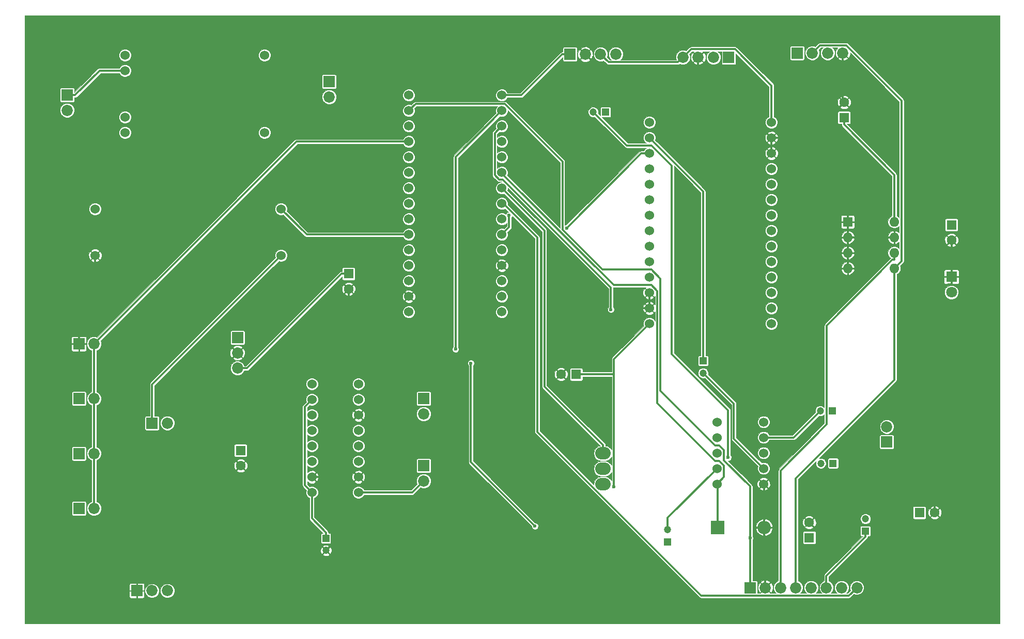
<source format=gbr>
G04 #@! TF.FileFunction,Copper,L2,Bot,Signal*
%FSLAX46Y46*%
G04 Gerber Fmt 4.6, Leading zero omitted, Abs format (unit mm)*
G04 Created by KiCad (PCBNEW 4.0.5) date 07/04/17 20:38:32*
%MOMM*%
%LPD*%
G01*
G04 APERTURE LIST*
%ADD10C,0.100000*%
%ADD11R,2.200000X2.200000*%
%ADD12O,2.200000X2.200000*%
%ADD13R,1.200000X1.200000*%
%ADD14C,1.200000*%
%ADD15R,1.600000X1.600000*%
%ADD16C,1.600000*%
%ADD17R,1.800000X1.800000*%
%ADD18C,1.800000*%
%ADD19R,1.850000X1.850000*%
%ADD20C,1.850000*%
%ADD21O,2.540000X2.032000*%
%ADD22C,1.524000*%
%ADD23O,1.600000X1.600000*%
%ADD24C,0.600000*%
%ADD25C,0.300000*%
G04 APERTURE END LIST*
D10*
D11*
X173700000Y-134100000D03*
D12*
X181320000Y-134100000D03*
D13*
X109500000Y-135900000D03*
D14*
X109500000Y-137900000D03*
D15*
X206760000Y-131685000D03*
D16*
X209260000Y-131685000D03*
D15*
X113200000Y-92500000D03*
D16*
X113200000Y-95000000D03*
D15*
X95500000Y-121500000D03*
D16*
X95500000Y-124000000D03*
D15*
X150500000Y-109000000D03*
D16*
X148000000Y-109000000D03*
D13*
X155300000Y-66000000D03*
D14*
X153300000Y-66000000D03*
D13*
X171300000Y-106800000D03*
D14*
X171300000Y-108800000D03*
D15*
X212000000Y-84500000D03*
D16*
X212000000Y-87000000D03*
D15*
X188700000Y-135800000D03*
D16*
X188700000Y-133300000D03*
D15*
X194400000Y-66900000D03*
D16*
X194400000Y-64400000D03*
D13*
X197900000Y-134700000D03*
D14*
X197900000Y-132700000D03*
D13*
X192600000Y-123600000D03*
D14*
X190600000Y-123600000D03*
D13*
X165500000Y-136500000D03*
D14*
X165500000Y-134500000D03*
D13*
X192500000Y-115000000D03*
D14*
X190500000Y-115000000D03*
D17*
X212000000Y-93000000D03*
D18*
X212000000Y-95540000D03*
D19*
X67100000Y-63200000D03*
D20*
X67100000Y-65700000D03*
D19*
X95000000Y-103000000D03*
D20*
X95000000Y-105500000D03*
X95000000Y-108000000D03*
D19*
X69000000Y-131000000D03*
D20*
X71500000Y-131000000D03*
D19*
X69000000Y-122000000D03*
D20*
X71500000Y-122000000D03*
D19*
X69000000Y-113000000D03*
D20*
X71500000Y-113000000D03*
D19*
X69000000Y-104000000D03*
D20*
X71500000Y-104000000D03*
D19*
X78500000Y-144500000D03*
D20*
X81000000Y-144500000D03*
X83500000Y-144500000D03*
D19*
X110000000Y-61000000D03*
D20*
X110000000Y-63500000D03*
D19*
X125500000Y-113000000D03*
D20*
X125500000Y-115500000D03*
D19*
X125500000Y-124000000D03*
D20*
X125500000Y-126500000D03*
D19*
X149500000Y-56500000D03*
D20*
X152000000Y-56500000D03*
X154500000Y-56500000D03*
X157000000Y-56500000D03*
D19*
X175500000Y-57000000D03*
D20*
X173000000Y-57000000D03*
X170500000Y-57000000D03*
X168000000Y-57000000D03*
D19*
X186700000Y-56300000D03*
D20*
X189200000Y-56300000D03*
X191700000Y-56300000D03*
X194200000Y-56300000D03*
D19*
X179000000Y-144000000D03*
D20*
X181500000Y-144000000D03*
X184000000Y-144000000D03*
X186500000Y-144000000D03*
X189000000Y-144000000D03*
X191500000Y-144000000D03*
X194000000Y-144000000D03*
X196500000Y-144000000D03*
D19*
X201400000Y-120100000D03*
D20*
X201400000Y-117600000D03*
D19*
X81000000Y-117000000D03*
D20*
X83500000Y-117000000D03*
D21*
X154900000Y-124500000D03*
X154900000Y-127040000D03*
X154900000Y-121960000D03*
D22*
X102140000Y-89510000D03*
X102140000Y-81890000D03*
X71660000Y-89510000D03*
X71660000Y-81890000D03*
X76570000Y-66810000D03*
X76570000Y-59190000D03*
X76570000Y-56650000D03*
X76570000Y-69350000D03*
X99430000Y-56650000D03*
X99430000Y-69350000D03*
X114810000Y-120770000D03*
X114810000Y-123310000D03*
X114810000Y-125850000D03*
X114810000Y-128390000D03*
X114810000Y-118230000D03*
X114810000Y-115690000D03*
X114810000Y-113150000D03*
X114810000Y-110610000D03*
X107190000Y-128390000D03*
X107190000Y-125850000D03*
X107190000Y-123310000D03*
X107190000Y-120770000D03*
X107190000Y-118230000D03*
X107190000Y-115690000D03*
X107190000Y-113150000D03*
X107190000Y-110610000D03*
X138320000Y-83540000D03*
X138320000Y-86080000D03*
X138320000Y-88620000D03*
X138320000Y-91160000D03*
X138320000Y-93700000D03*
X138320000Y-96240000D03*
X138320000Y-98780000D03*
X138320000Y-81000000D03*
X138320000Y-78460000D03*
X138320000Y-75920000D03*
X138320000Y-73380000D03*
X138320000Y-70840000D03*
X138320000Y-68300000D03*
X138320000Y-65760000D03*
X138320000Y-63220000D03*
X123080000Y-63220000D03*
X123080000Y-65760000D03*
X123080000Y-68300000D03*
X123080000Y-70840000D03*
X123080000Y-73380000D03*
X123080000Y-75920000D03*
X123080000Y-78460000D03*
X123080000Y-81000000D03*
X123080000Y-83540000D03*
X123080000Y-86080000D03*
X123080000Y-88620000D03*
X123080000Y-91160000D03*
X123080000Y-93700000D03*
X123080000Y-96240000D03*
X123080000Y-98780000D03*
X182500000Y-100700000D03*
X182500000Y-98160000D03*
X182500000Y-95620000D03*
X182500000Y-93080000D03*
X182500000Y-90540000D03*
X182500000Y-88000000D03*
X182500000Y-85460000D03*
X182500000Y-82920000D03*
X182500000Y-80380000D03*
X182500000Y-77840000D03*
X182500000Y-75300000D03*
X182500000Y-72760000D03*
X182500000Y-70220000D03*
X182500000Y-67680000D03*
X162500000Y-100700000D03*
X162500000Y-98160000D03*
X162500000Y-95620000D03*
X162500000Y-93080000D03*
X162500000Y-90540000D03*
X162500000Y-88000000D03*
X162500000Y-85460000D03*
X162500000Y-82920000D03*
X162500000Y-80380000D03*
X162500000Y-77840000D03*
X162500000Y-75300000D03*
X162500000Y-72760000D03*
X162500000Y-70220000D03*
X162500000Y-67680000D03*
X181210000Y-121900000D03*
X181210000Y-124440000D03*
X181210000Y-126980000D03*
X181210000Y-119360000D03*
X181210000Y-116820000D03*
X173590000Y-121900000D03*
X173590000Y-124440000D03*
X173590000Y-126980000D03*
X173590000Y-119360000D03*
X173590000Y-116820000D03*
D15*
X195000000Y-84000000D03*
D23*
X202620000Y-91620000D03*
X195000000Y-86540000D03*
X202620000Y-89080000D03*
X195000000Y-89080000D03*
X202620000Y-86540000D03*
X195000000Y-91620000D03*
X202620000Y-84000000D03*
D24*
X156682900Y-127452300D03*
X175409000Y-122621000D03*
X130750000Y-104864500D03*
X143733800Y-133890900D03*
X133250000Y-107182400D03*
X179000000Y-135862900D03*
X156191200Y-98399200D03*
X139508800Y-82903900D03*
X148925000Y-85001600D03*
D25*
X173700000Y-127090000D02*
X173700000Y-134100000D01*
X173590000Y-126980000D02*
X173700000Y-127090000D01*
X138320000Y-76036000D02*
X138320000Y-75920000D01*
X156634000Y-94350000D02*
X138320000Y-76036000D01*
X162833600Y-94350000D02*
X156634000Y-94350000D01*
X163814600Y-95331000D02*
X162833600Y-94350000D01*
X163814600Y-113731100D02*
X163814600Y-95331000D01*
X173253500Y-123170000D02*
X163814600Y-113731100D01*
X173948600Y-123170000D02*
X173253500Y-123170000D01*
X174719900Y-123941300D02*
X173948600Y-123170000D01*
X174719900Y-125850100D02*
X174719900Y-123941300D01*
X173590000Y-126980000D02*
X174719900Y-125850100D01*
X195000000Y-91620000D02*
X195000000Y-89080000D01*
X195000000Y-89080000D02*
X195000000Y-86540000D01*
X181320000Y-127090000D02*
X181320000Y-134100000D01*
X181210000Y-126980000D02*
X181320000Y-127090000D01*
X182500000Y-72760000D02*
X182500000Y-70220000D01*
X71660000Y-100064700D02*
X69000000Y-102724700D01*
X71660000Y-89510000D02*
X71660000Y-100064700D01*
X69000000Y-104000000D02*
X69000000Y-102724700D01*
X181500000Y-135730300D02*
X181320000Y-135550300D01*
X181500000Y-144000000D02*
X181500000Y-135730300D01*
X181320000Y-134100000D02*
X181320000Y-135550300D01*
X194200000Y-64200000D02*
X194400000Y-64400000D01*
X194200000Y-56300000D02*
X194200000Y-64200000D01*
X188580000Y-76429700D02*
X195000000Y-82849700D01*
X188580000Y-70220000D02*
X188580000Y-76429700D01*
X188580000Y-70220000D02*
X194400000Y-64400000D01*
X195000000Y-84000000D02*
X195000000Y-82849700D01*
X212000000Y-87000000D02*
X212000000Y-93000000D01*
X209260000Y-96443300D02*
X209260000Y-131685000D01*
X211453000Y-94250300D02*
X209260000Y-96443300D01*
X212000000Y-94250300D02*
X211453000Y-94250300D01*
X212000000Y-93000000D02*
X212000000Y-94250300D01*
X113200000Y-114080000D02*
X114810000Y-115690000D01*
X113200000Y-95000000D02*
X113200000Y-114080000D01*
X93721800Y-106778200D02*
X95000000Y-105500000D01*
X93721800Y-122221800D02*
X93721800Y-106778200D01*
X95500000Y-124000000D02*
X93721800Y-122221800D01*
X195000000Y-86540000D02*
X195000000Y-84000000D01*
X202620000Y-86540000D02*
X201469700Y-86540000D01*
X195000000Y-86540000D02*
X201469700Y-86540000D01*
X162500000Y-95620000D02*
X162500000Y-98160000D01*
X158840000Y-98160000D02*
X148000000Y-109000000D01*
X162500000Y-98160000D02*
X158840000Y-98160000D01*
X188580000Y-70220000D02*
X182500000Y-70220000D01*
X153826000Y-58326000D02*
X152000000Y-56500000D01*
X170500000Y-58326000D02*
X153826000Y-58326000D01*
X170606000Y-58326000D02*
X170500000Y-58326000D01*
X182500000Y-70220000D02*
X170606000Y-58326000D01*
X170500000Y-58326000D02*
X170500000Y-57000000D01*
X113651200Y-116848800D02*
X113651200Y-124691200D01*
X114810000Y-115690000D02*
X113651200Y-116848800D01*
X113651200Y-124691200D02*
X114810000Y-125850000D01*
X110450400Y-125850000D02*
X107190000Y-125850000D01*
X111609200Y-124691200D02*
X110450400Y-125850000D01*
X113651200Y-124691200D02*
X111609200Y-124691200D01*
X110450400Y-136949600D02*
X109500000Y-137900000D01*
X110450400Y-125850000D02*
X110450400Y-136949600D01*
X109500000Y-135900000D02*
X109500000Y-134949700D01*
X107190000Y-132639700D02*
X107190000Y-128390000D01*
X109500000Y-134949700D02*
X107190000Y-132639700D01*
X106030100Y-114309900D02*
X107190000Y-113150000D01*
X106030100Y-127230100D02*
X106030100Y-114309900D01*
X107190000Y-128390000D02*
X106030100Y-127230100D01*
X150500000Y-109000000D02*
X151650300Y-109000000D01*
X96549700Y-108000000D02*
X95000000Y-108000000D01*
X112049700Y-92500000D02*
X96549700Y-108000000D01*
X113200000Y-92500000D02*
X112049700Y-92500000D01*
X202620000Y-76270300D02*
X194400000Y-68050300D01*
X202620000Y-84000000D02*
X202620000Y-76270300D01*
X194400000Y-66900000D02*
X194400000Y-68050300D01*
X169348600Y-55651400D02*
X168000000Y-57000000D01*
X176519600Y-55651400D02*
X169348600Y-55651400D01*
X182500000Y-61631800D02*
X176519600Y-55651400D01*
X182500000Y-67680000D02*
X182500000Y-61631800D01*
X155806600Y-57806600D02*
X154500000Y-56500000D01*
X167193400Y-57806600D02*
X155806600Y-57806600D01*
X168000000Y-57000000D02*
X167193400Y-57806600D01*
X156682900Y-109000000D02*
X156682900Y-127452300D01*
X156682900Y-106517100D02*
X156682900Y-109000000D01*
X162500000Y-100700000D02*
X156682900Y-106517100D01*
X156682900Y-109000000D02*
X151650300Y-109000000D01*
X165500000Y-132530000D02*
X165500000Y-134500000D01*
X173590000Y-124440000D02*
X165500000Y-132530000D01*
X175409000Y-114939000D02*
X175409000Y-122621000D01*
X166126000Y-105656000D02*
X175409000Y-114939000D01*
X166126000Y-74758000D02*
X166126000Y-105656000D01*
X162858000Y-71490000D02*
X166126000Y-74758000D01*
X158790000Y-71490000D02*
X162858000Y-71490000D01*
X153300000Y-66000000D02*
X158790000Y-71490000D01*
X130750000Y-73330000D02*
X130750000Y-104864500D01*
X138320000Y-65760000D02*
X130750000Y-73330000D01*
X133250000Y-123407100D02*
X133250000Y-107182400D01*
X143733800Y-133890900D02*
X133250000Y-123407100D01*
X171300000Y-79020000D02*
X171300000Y-106800000D01*
X162500000Y-70220000D02*
X171300000Y-79020000D01*
X176332500Y-113832500D02*
X171300000Y-108800000D01*
X176332500Y-119562500D02*
X176332500Y-113832500D01*
X181210000Y-124440000D02*
X176332500Y-119562500D01*
X179000000Y-127399100D02*
X179000000Y-135862900D01*
X174719700Y-123118800D02*
X179000000Y-127399100D01*
X174719700Y-121450900D02*
X174719700Y-123118800D01*
X173898800Y-120630000D02*
X174719700Y-121450900D01*
X173273700Y-120630000D02*
X173898800Y-120630000D01*
X164315000Y-111671300D02*
X173273700Y-120630000D01*
X164315000Y-93312100D02*
X164315000Y-111671300D01*
X162812900Y-91810000D02*
X164315000Y-93312100D01*
X154807900Y-91810000D02*
X162812900Y-91810000D01*
X148254200Y-85256300D02*
X154807900Y-91810000D01*
X148254200Y-74113100D02*
X148254200Y-85256300D01*
X138784900Y-64643800D02*
X148254200Y-74113100D01*
X124196200Y-64643800D02*
X138784900Y-64643800D01*
X123080000Y-65760000D02*
X124196200Y-64643800D01*
X179000000Y-135862900D02*
X179000000Y-144000000D01*
X191500000Y-142050300D02*
X197900000Y-135650300D01*
X191500000Y-144000000D02*
X191500000Y-142050300D01*
X197900000Y-134700000D02*
X197900000Y-135650300D01*
X186140000Y-119360000D02*
X190500000Y-115000000D01*
X181210000Y-119360000D02*
X186140000Y-119360000D01*
X72385300Y-59190000D02*
X68375300Y-63200000D01*
X76570000Y-59190000D02*
X72385300Y-59190000D01*
X67100000Y-63200000D02*
X68375300Y-63200000D01*
X106330000Y-86080000D02*
X102140000Y-81890000D01*
X123080000Y-86080000D02*
X106330000Y-86080000D01*
X71500000Y-113000000D02*
X71500000Y-122000000D01*
X71500000Y-122000000D02*
X71500000Y-131000000D01*
X104660000Y-70840000D02*
X71500000Y-104000000D01*
X123080000Y-70840000D02*
X104660000Y-70840000D01*
X71500000Y-104000000D02*
X71500000Y-113000000D01*
X123610000Y-128390000D02*
X125500000Y-126500000D01*
X114810000Y-128390000D02*
X123610000Y-128390000D01*
X141504700Y-63220000D02*
X148224700Y-56500000D01*
X138320000Y-63220000D02*
X141504700Y-63220000D01*
X149500000Y-56500000D02*
X148224700Y-56500000D01*
X186500000Y-126060400D02*
X186500000Y-144000000D01*
X202620000Y-109940400D02*
X186500000Y-126060400D01*
X202620000Y-91620000D02*
X202620000Y-109940400D01*
X190481700Y-55018300D02*
X189200000Y-56300000D01*
X194738700Y-55018300D02*
X190481700Y-55018300D01*
X203811000Y-64090600D02*
X194738700Y-55018300D01*
X203811000Y-90429000D02*
X203811000Y-64090600D01*
X202620000Y-91620000D02*
X203811000Y-90429000D01*
X184000000Y-124782200D02*
X184000000Y-144000000D01*
X191549600Y-117232600D02*
X184000000Y-124782200D01*
X191549600Y-101013100D02*
X191549600Y-117232600D01*
X202332400Y-90230300D02*
X191549600Y-101013100D01*
X202620000Y-90230300D02*
X202332400Y-90230300D01*
X202620000Y-89080000D02*
X202620000Y-90230300D01*
X138556200Y-81000000D02*
X138320000Y-81000000D01*
X144118200Y-86562000D02*
X138556200Y-81000000D01*
X144118200Y-118444700D02*
X144118200Y-86562000D01*
X170988200Y-145314700D02*
X144118200Y-118444700D01*
X195185300Y-145314700D02*
X170988200Y-145314700D01*
X196500000Y-144000000D02*
X195185300Y-145314700D01*
X81000000Y-110650000D02*
X81000000Y-117000000D01*
X102140000Y-89510000D02*
X81000000Y-110650000D01*
X154900000Y-121960000D02*
X154900000Y-120593700D01*
X145289400Y-85429400D02*
X138320000Y-78460000D01*
X145289400Y-110983100D02*
X145289400Y-85429400D01*
X154900000Y-120593700D02*
X145289400Y-110983100D01*
X156191200Y-94757900D02*
X156191200Y-98399200D01*
X138465700Y-77032400D02*
X156191200Y-94757900D01*
X137859400Y-77032400D02*
X138465700Y-77032400D01*
X137169500Y-76342500D02*
X137859400Y-77032400D01*
X137169500Y-69450500D02*
X137169500Y-76342500D01*
X138320000Y-68300000D02*
X137169500Y-69450500D01*
X139508800Y-84891200D02*
X139508800Y-82903900D01*
X138320000Y-86080000D02*
X139508800Y-84891200D01*
X161166600Y-72760000D02*
X162500000Y-72760000D01*
X148925000Y-85001600D02*
X161166600Y-72760000D01*
D10*
G36*
X219875000Y-149875000D02*
X60125000Y-149875000D01*
X60125000Y-144653000D01*
X77271000Y-144653000D01*
X77271000Y-145485470D01*
X77317281Y-145597202D01*
X77402798Y-145682719D01*
X77514531Y-145729000D01*
X78347000Y-145729000D01*
X78423000Y-145653000D01*
X78423000Y-144577000D01*
X78577000Y-144577000D01*
X78577000Y-145653000D01*
X78653000Y-145729000D01*
X79485469Y-145729000D01*
X79597202Y-145682719D01*
X79682719Y-145597202D01*
X79729000Y-145485470D01*
X79729000Y-144732697D01*
X79824796Y-144732697D01*
X80003302Y-145164715D01*
X80333547Y-145495536D01*
X80765253Y-145674796D01*
X81232697Y-145675204D01*
X81664715Y-145496698D01*
X81995536Y-145166453D01*
X82174796Y-144734747D01*
X82174797Y-144732697D01*
X82324796Y-144732697D01*
X82503302Y-145164715D01*
X82833547Y-145495536D01*
X83265253Y-145674796D01*
X83732697Y-145675204D01*
X84164715Y-145496698D01*
X84495536Y-145166453D01*
X84674796Y-144734747D01*
X84675204Y-144267303D01*
X84496698Y-143835285D01*
X84166453Y-143504464D01*
X83734747Y-143325204D01*
X83267303Y-143324796D01*
X82835285Y-143503302D01*
X82504464Y-143833547D01*
X82325204Y-144265253D01*
X82324796Y-144732697D01*
X82174797Y-144732697D01*
X82175204Y-144267303D01*
X81996698Y-143835285D01*
X81666453Y-143504464D01*
X81234747Y-143325204D01*
X80767303Y-143324796D01*
X80335285Y-143503302D01*
X80004464Y-143833547D01*
X79825204Y-144265253D01*
X79824796Y-144732697D01*
X79729000Y-144732697D01*
X79729000Y-144653000D01*
X79653000Y-144577000D01*
X78577000Y-144577000D01*
X78423000Y-144577000D01*
X77347000Y-144577000D01*
X77271000Y-144653000D01*
X60125000Y-144653000D01*
X60125000Y-143514530D01*
X77271000Y-143514530D01*
X77271000Y-144347000D01*
X77347000Y-144423000D01*
X78423000Y-144423000D01*
X78423000Y-143347000D01*
X78577000Y-143347000D01*
X78577000Y-144423000D01*
X79653000Y-144423000D01*
X79729000Y-144347000D01*
X79729000Y-143514530D01*
X79682719Y-143402798D01*
X79597202Y-143317281D01*
X79485469Y-143271000D01*
X78653000Y-143271000D01*
X78577000Y-143347000D01*
X78423000Y-143347000D01*
X78347000Y-143271000D01*
X77514531Y-143271000D01*
X77402798Y-143317281D01*
X77317281Y-143402798D01*
X77271000Y-143514530D01*
X60125000Y-143514530D01*
X60125000Y-138549970D01*
X108958924Y-138549970D01*
X109022421Y-138688331D01*
X109360456Y-138811085D01*
X109719736Y-138795134D01*
X109977579Y-138688331D01*
X110041076Y-138549970D01*
X109500000Y-138008894D01*
X108958924Y-138549970D01*
X60125000Y-138549970D01*
X60125000Y-137760456D01*
X108588915Y-137760456D01*
X108604866Y-138119736D01*
X108711669Y-138377579D01*
X108850030Y-138441076D01*
X109391106Y-137900000D01*
X109608894Y-137900000D01*
X110149970Y-138441076D01*
X110288331Y-138377579D01*
X110411085Y-138039544D01*
X110395134Y-137680264D01*
X110288331Y-137422421D01*
X110149970Y-137358924D01*
X109608894Y-137900000D01*
X109391106Y-137900000D01*
X108850030Y-137358924D01*
X108711669Y-137422421D01*
X108588915Y-137760456D01*
X60125000Y-137760456D01*
X60125000Y-137250030D01*
X108958924Y-137250030D01*
X109500000Y-137791106D01*
X110041076Y-137250030D01*
X109977579Y-137111669D01*
X109639544Y-136988915D01*
X109280264Y-137004866D01*
X109022421Y-137111669D01*
X108958924Y-137250030D01*
X60125000Y-137250030D01*
X60125000Y-130075000D01*
X67820103Y-130075000D01*
X67820103Y-131925000D01*
X67837535Y-132017644D01*
X67892288Y-132102732D01*
X67975831Y-132159815D01*
X68075000Y-132179897D01*
X69925000Y-132179897D01*
X70017644Y-132162465D01*
X70102732Y-132107712D01*
X70159815Y-132024169D01*
X70179897Y-131925000D01*
X70179897Y-130075000D01*
X70162465Y-129982356D01*
X70107712Y-129897268D01*
X70024169Y-129840185D01*
X69925000Y-129820103D01*
X68075000Y-129820103D01*
X67982356Y-129837535D01*
X67897268Y-129892288D01*
X67840185Y-129975831D01*
X67820103Y-130075000D01*
X60125000Y-130075000D01*
X60125000Y-121075000D01*
X67820103Y-121075000D01*
X67820103Y-122925000D01*
X67837535Y-123017644D01*
X67892288Y-123102732D01*
X67975831Y-123159815D01*
X68075000Y-123179897D01*
X69925000Y-123179897D01*
X70017644Y-123162465D01*
X70102732Y-123107712D01*
X70159815Y-123024169D01*
X70179897Y-122925000D01*
X70179897Y-121075000D01*
X70162465Y-120982356D01*
X70107712Y-120897268D01*
X70024169Y-120840185D01*
X69925000Y-120820103D01*
X68075000Y-120820103D01*
X67982356Y-120837535D01*
X67897268Y-120892288D01*
X67840185Y-120975831D01*
X67820103Y-121075000D01*
X60125000Y-121075000D01*
X60125000Y-112075000D01*
X67820103Y-112075000D01*
X67820103Y-113925000D01*
X67837535Y-114017644D01*
X67892288Y-114102732D01*
X67975831Y-114159815D01*
X68075000Y-114179897D01*
X69925000Y-114179897D01*
X70017644Y-114162465D01*
X70102732Y-114107712D01*
X70159815Y-114024169D01*
X70179897Y-113925000D01*
X70179897Y-112075000D01*
X70162465Y-111982356D01*
X70107712Y-111897268D01*
X70024169Y-111840185D01*
X69925000Y-111820103D01*
X68075000Y-111820103D01*
X67982356Y-111837535D01*
X67897268Y-111892288D01*
X67840185Y-111975831D01*
X67820103Y-112075000D01*
X60125000Y-112075000D01*
X60125000Y-104153000D01*
X67771000Y-104153000D01*
X67771000Y-104985470D01*
X67817281Y-105097202D01*
X67902798Y-105182719D01*
X68014531Y-105229000D01*
X68847000Y-105229000D01*
X68923000Y-105153000D01*
X68923000Y-104077000D01*
X69077000Y-104077000D01*
X69077000Y-105153000D01*
X69153000Y-105229000D01*
X69985469Y-105229000D01*
X70097202Y-105182719D01*
X70182719Y-105097202D01*
X70229000Y-104985470D01*
X70229000Y-104232697D01*
X70324796Y-104232697D01*
X70503302Y-104664715D01*
X70833547Y-104995536D01*
X71100000Y-105106177D01*
X71100000Y-111893924D01*
X70835285Y-112003302D01*
X70504464Y-112333547D01*
X70325204Y-112765253D01*
X70324796Y-113232697D01*
X70503302Y-113664715D01*
X70833547Y-113995536D01*
X71100000Y-114106177D01*
X71100000Y-120893924D01*
X70835285Y-121003302D01*
X70504464Y-121333547D01*
X70325204Y-121765253D01*
X70324796Y-122232697D01*
X70503302Y-122664715D01*
X70833547Y-122995536D01*
X71100000Y-123106177D01*
X71100000Y-129893924D01*
X70835285Y-130003302D01*
X70504464Y-130333547D01*
X70325204Y-130765253D01*
X70324796Y-131232697D01*
X70503302Y-131664715D01*
X70833547Y-131995536D01*
X71265253Y-132174796D01*
X71732697Y-132175204D01*
X72164715Y-131996698D01*
X72495536Y-131666453D01*
X72674796Y-131234747D01*
X72675204Y-130767303D01*
X72496698Y-130335285D01*
X72166453Y-130004464D01*
X71900000Y-129893823D01*
X71900000Y-124794647D01*
X94814247Y-124794647D01*
X94902216Y-124953780D01*
X95312715Y-125109939D01*
X95751726Y-125097121D01*
X96097784Y-124953780D01*
X96185753Y-124794647D01*
X95500000Y-124108894D01*
X94814247Y-124794647D01*
X71900000Y-124794647D01*
X71900000Y-123812715D01*
X94390061Y-123812715D01*
X94402879Y-124251726D01*
X94546220Y-124597784D01*
X94705353Y-124685753D01*
X95391106Y-124000000D01*
X95608894Y-124000000D01*
X96294647Y-124685753D01*
X96453780Y-124597784D01*
X96609939Y-124187285D01*
X96597121Y-123748274D01*
X96453780Y-123402216D01*
X96294647Y-123314247D01*
X95608894Y-124000000D01*
X95391106Y-124000000D01*
X94705353Y-123314247D01*
X94546220Y-123402216D01*
X94390061Y-123812715D01*
X71900000Y-123812715D01*
X71900000Y-123205353D01*
X94814247Y-123205353D01*
X95500000Y-123891106D01*
X96185753Y-123205353D01*
X96097784Y-123046220D01*
X95687285Y-122890061D01*
X95248274Y-122902879D01*
X94902216Y-123046220D01*
X94814247Y-123205353D01*
X71900000Y-123205353D01*
X71900000Y-123106076D01*
X72164715Y-122996698D01*
X72495536Y-122666453D01*
X72674796Y-122234747D01*
X72675204Y-121767303D01*
X72496698Y-121335285D01*
X72166453Y-121004464D01*
X71900000Y-120893823D01*
X71900000Y-120700000D01*
X94445103Y-120700000D01*
X94445103Y-122300000D01*
X94462535Y-122392644D01*
X94517288Y-122477732D01*
X94600831Y-122534815D01*
X94700000Y-122554897D01*
X96300000Y-122554897D01*
X96392644Y-122537465D01*
X96477732Y-122482712D01*
X96534815Y-122399169D01*
X96554897Y-122300000D01*
X96554897Y-120700000D01*
X96537465Y-120607356D01*
X96482712Y-120522268D01*
X96399169Y-120465185D01*
X96300000Y-120445103D01*
X94700000Y-120445103D01*
X94607356Y-120462535D01*
X94522268Y-120517288D01*
X94465185Y-120600831D01*
X94445103Y-120700000D01*
X71900000Y-120700000D01*
X71900000Y-116075000D01*
X79820103Y-116075000D01*
X79820103Y-117925000D01*
X79837535Y-118017644D01*
X79892288Y-118102732D01*
X79975831Y-118159815D01*
X80075000Y-118179897D01*
X81925000Y-118179897D01*
X82017644Y-118162465D01*
X82102732Y-118107712D01*
X82159815Y-118024169D01*
X82179897Y-117925000D01*
X82179897Y-117232697D01*
X82324796Y-117232697D01*
X82503302Y-117664715D01*
X82833547Y-117995536D01*
X83265253Y-118174796D01*
X83732697Y-118175204D01*
X84164715Y-117996698D01*
X84495536Y-117666453D01*
X84674796Y-117234747D01*
X84675204Y-116767303D01*
X84496698Y-116335285D01*
X84166453Y-116004464D01*
X83734747Y-115825204D01*
X83267303Y-115824796D01*
X82835285Y-116003302D01*
X82504464Y-116333547D01*
X82325204Y-116765253D01*
X82324796Y-117232697D01*
X82179897Y-117232697D01*
X82179897Y-116075000D01*
X82162465Y-115982356D01*
X82107712Y-115897268D01*
X82024169Y-115840185D01*
X81925000Y-115820103D01*
X81400000Y-115820103D01*
X81400000Y-114309900D01*
X105630100Y-114309900D01*
X105630100Y-127230100D01*
X105660548Y-127383174D01*
X105747257Y-127512943D01*
X106249754Y-128015440D01*
X106178176Y-128187818D01*
X106177825Y-128590416D01*
X106331568Y-128962503D01*
X106616000Y-129247431D01*
X106790000Y-129319682D01*
X106790000Y-132639700D01*
X106820448Y-132792774D01*
X106907157Y-132922543D01*
X109029718Y-135045103D01*
X108900000Y-135045103D01*
X108807356Y-135062535D01*
X108722268Y-135117288D01*
X108665185Y-135200831D01*
X108645103Y-135300000D01*
X108645103Y-136500000D01*
X108662535Y-136592644D01*
X108717288Y-136677732D01*
X108800831Y-136734815D01*
X108900000Y-136754897D01*
X110100000Y-136754897D01*
X110192644Y-136737465D01*
X110277732Y-136682712D01*
X110334815Y-136599169D01*
X110354897Y-136500000D01*
X110354897Y-135300000D01*
X110337465Y-135207356D01*
X110282712Y-135122268D01*
X110199169Y-135065185D01*
X110100000Y-135045103D01*
X109900000Y-135045103D01*
X109900000Y-134949700D01*
X109869552Y-134796627D01*
X109782843Y-134666857D01*
X109782840Y-134666855D01*
X107590000Y-132474014D01*
X107590000Y-129319709D01*
X107762503Y-129248432D01*
X108047431Y-128964000D01*
X108201824Y-128592182D01*
X108201825Y-128590416D01*
X113797825Y-128590416D01*
X113951568Y-128962503D01*
X114236000Y-129247431D01*
X114607818Y-129401824D01*
X115010416Y-129402175D01*
X115382503Y-129248432D01*
X115667431Y-128964000D01*
X115739682Y-128790000D01*
X123610000Y-128790000D01*
X123763074Y-128759552D01*
X123892843Y-128672843D01*
X125000729Y-127564956D01*
X125265253Y-127674796D01*
X125732697Y-127675204D01*
X126164715Y-127496698D01*
X126495536Y-127166453D01*
X126674796Y-126734747D01*
X126675204Y-126267303D01*
X126496698Y-125835285D01*
X126166453Y-125504464D01*
X125734747Y-125325204D01*
X125267303Y-125324796D01*
X124835285Y-125503302D01*
X124504464Y-125833547D01*
X124325204Y-126265253D01*
X124324796Y-126732697D01*
X124434972Y-126999343D01*
X123444314Y-127990000D01*
X115739709Y-127990000D01*
X115668432Y-127817497D01*
X115384000Y-127532569D01*
X115012182Y-127378176D01*
X114609584Y-127377825D01*
X114237497Y-127531568D01*
X113952569Y-127816000D01*
X113798176Y-128187818D01*
X113797825Y-128590416D01*
X108201825Y-128590416D01*
X108202175Y-128189584D01*
X108048432Y-127817497D01*
X107764000Y-127532569D01*
X107392182Y-127378176D01*
X106989584Y-127377825D01*
X106815458Y-127449772D01*
X106430100Y-127064414D01*
X106430100Y-126625801D01*
X106476598Y-126672299D01*
X106531722Y-126617175D01*
X106615045Y-126772358D01*
X107011782Y-126922173D01*
X107435651Y-126908760D01*
X107764955Y-126772358D01*
X107848279Y-126617173D01*
X114151721Y-126617173D01*
X114235045Y-126772358D01*
X114631782Y-126922173D01*
X115055651Y-126908760D01*
X115384955Y-126772358D01*
X115468279Y-126617173D01*
X114810000Y-125958894D01*
X114151721Y-126617173D01*
X107848279Y-126617173D01*
X107190000Y-125958894D01*
X107175858Y-125973037D01*
X107066964Y-125864143D01*
X107081106Y-125850000D01*
X107298894Y-125850000D01*
X107957173Y-126508279D01*
X108112358Y-126424955D01*
X108262173Y-126028218D01*
X108250894Y-125671782D01*
X113737827Y-125671782D01*
X113751240Y-126095651D01*
X113887642Y-126424955D01*
X114042827Y-126508279D01*
X114701106Y-125850000D01*
X114918894Y-125850000D01*
X115577173Y-126508279D01*
X115732358Y-126424955D01*
X115882173Y-126028218D01*
X115868760Y-125604349D01*
X115732358Y-125275045D01*
X115577173Y-125191721D01*
X114918894Y-125850000D01*
X114701106Y-125850000D01*
X114042827Y-125191721D01*
X113887642Y-125275045D01*
X113737827Y-125671782D01*
X108250894Y-125671782D01*
X108248760Y-125604349D01*
X108112358Y-125275045D01*
X107957173Y-125191721D01*
X107298894Y-125850000D01*
X107081106Y-125850000D01*
X107066964Y-125835858D01*
X107175858Y-125726964D01*
X107190000Y-125741106D01*
X107848279Y-125082827D01*
X114151721Y-125082827D01*
X114810000Y-125741106D01*
X115468279Y-125082827D01*
X115384955Y-124927642D01*
X114988218Y-124777827D01*
X114564349Y-124791240D01*
X114235045Y-124927642D01*
X114151721Y-125082827D01*
X107848279Y-125082827D01*
X107764955Y-124927642D01*
X107368218Y-124777827D01*
X106944349Y-124791240D01*
X106615045Y-124927642D01*
X106531722Y-125082825D01*
X106476598Y-125027701D01*
X106430100Y-125074199D01*
X106430100Y-123981207D01*
X106616000Y-124167431D01*
X106987818Y-124321824D01*
X107390416Y-124322175D01*
X107762503Y-124168432D01*
X108047431Y-123884000D01*
X108201824Y-123512182D01*
X108201825Y-123510416D01*
X113797825Y-123510416D01*
X113951568Y-123882503D01*
X114236000Y-124167431D01*
X114607818Y-124321824D01*
X115010416Y-124322175D01*
X115382503Y-124168432D01*
X115667431Y-123884000D01*
X115821824Y-123512182D01*
X115822175Y-123109584D01*
X115807886Y-123075000D01*
X124320103Y-123075000D01*
X124320103Y-124925000D01*
X124337535Y-125017644D01*
X124392288Y-125102732D01*
X124475831Y-125159815D01*
X124575000Y-125179897D01*
X126425000Y-125179897D01*
X126517644Y-125162465D01*
X126602732Y-125107712D01*
X126659815Y-125024169D01*
X126679897Y-124925000D01*
X126679897Y-123075000D01*
X126662465Y-122982356D01*
X126607712Y-122897268D01*
X126524169Y-122840185D01*
X126425000Y-122820103D01*
X124575000Y-122820103D01*
X124482356Y-122837535D01*
X124397268Y-122892288D01*
X124340185Y-122975831D01*
X124320103Y-123075000D01*
X115807886Y-123075000D01*
X115668432Y-122737497D01*
X115384000Y-122452569D01*
X115012182Y-122298176D01*
X114609584Y-122297825D01*
X114237497Y-122451568D01*
X113952569Y-122736000D01*
X113798176Y-123107818D01*
X113797825Y-123510416D01*
X108201825Y-123510416D01*
X108202175Y-123109584D01*
X108048432Y-122737497D01*
X107764000Y-122452569D01*
X107392182Y-122298176D01*
X106989584Y-122297825D01*
X106617497Y-122451568D01*
X106430100Y-122638639D01*
X106430100Y-121441207D01*
X106616000Y-121627431D01*
X106987818Y-121781824D01*
X107390416Y-121782175D01*
X107762503Y-121628432D01*
X108047431Y-121344000D01*
X108201824Y-120972182D01*
X108201825Y-120970416D01*
X113797825Y-120970416D01*
X113951568Y-121342503D01*
X114236000Y-121627431D01*
X114607818Y-121781824D01*
X115010416Y-121782175D01*
X115382503Y-121628432D01*
X115667431Y-121344000D01*
X115821824Y-120972182D01*
X115822175Y-120569584D01*
X115668432Y-120197497D01*
X115384000Y-119912569D01*
X115012182Y-119758176D01*
X114609584Y-119757825D01*
X114237497Y-119911568D01*
X113952569Y-120196000D01*
X113798176Y-120567818D01*
X113797825Y-120970416D01*
X108201825Y-120970416D01*
X108202175Y-120569584D01*
X108048432Y-120197497D01*
X107764000Y-119912569D01*
X107392182Y-119758176D01*
X106989584Y-119757825D01*
X106617497Y-119911568D01*
X106430100Y-120098639D01*
X106430100Y-118901207D01*
X106616000Y-119087431D01*
X106987818Y-119241824D01*
X107390416Y-119242175D01*
X107762503Y-119088432D01*
X108047431Y-118804000D01*
X108201824Y-118432182D01*
X108201825Y-118430416D01*
X113797825Y-118430416D01*
X113951568Y-118802503D01*
X114236000Y-119087431D01*
X114607818Y-119241824D01*
X115010416Y-119242175D01*
X115382503Y-119088432D01*
X115667431Y-118804000D01*
X115821824Y-118432182D01*
X115822175Y-118029584D01*
X115668432Y-117657497D01*
X115384000Y-117372569D01*
X115012182Y-117218176D01*
X114609584Y-117217825D01*
X114237497Y-117371568D01*
X113952569Y-117656000D01*
X113798176Y-118027818D01*
X113797825Y-118430416D01*
X108201825Y-118430416D01*
X108202175Y-118029584D01*
X108048432Y-117657497D01*
X107764000Y-117372569D01*
X107392182Y-117218176D01*
X106989584Y-117217825D01*
X106617497Y-117371568D01*
X106430100Y-117558639D01*
X106430100Y-116361207D01*
X106616000Y-116547431D01*
X106987818Y-116701824D01*
X107390416Y-116702175D01*
X107762503Y-116548432D01*
X107853921Y-116457173D01*
X114151721Y-116457173D01*
X114235045Y-116612358D01*
X114631782Y-116762173D01*
X115055651Y-116748760D01*
X115384955Y-116612358D01*
X115468279Y-116457173D01*
X114810000Y-115798894D01*
X114151721Y-116457173D01*
X107853921Y-116457173D01*
X108047431Y-116264000D01*
X108201824Y-115892182D01*
X108202155Y-115511782D01*
X113737827Y-115511782D01*
X113751240Y-115935651D01*
X113887642Y-116264955D01*
X114042827Y-116348279D01*
X114701106Y-115690000D01*
X114918894Y-115690000D01*
X115577173Y-116348279D01*
X115732358Y-116264955D01*
X115882173Y-115868218D01*
X115877885Y-115732697D01*
X124324796Y-115732697D01*
X124503302Y-116164715D01*
X124833547Y-116495536D01*
X125265253Y-116674796D01*
X125732697Y-116675204D01*
X126164715Y-116496698D01*
X126495536Y-116166453D01*
X126674796Y-115734747D01*
X126675204Y-115267303D01*
X126496698Y-114835285D01*
X126166453Y-114504464D01*
X125734747Y-114325204D01*
X125267303Y-114324796D01*
X124835285Y-114503302D01*
X124504464Y-114833547D01*
X124325204Y-115265253D01*
X124324796Y-115732697D01*
X115877885Y-115732697D01*
X115868760Y-115444349D01*
X115732358Y-115115045D01*
X115577173Y-115031721D01*
X114918894Y-115690000D01*
X114701106Y-115690000D01*
X114042827Y-115031721D01*
X113887642Y-115115045D01*
X113737827Y-115511782D01*
X108202155Y-115511782D01*
X108202175Y-115489584D01*
X108048432Y-115117497D01*
X107854101Y-114922827D01*
X114151721Y-114922827D01*
X114810000Y-115581106D01*
X115468279Y-114922827D01*
X115384955Y-114767642D01*
X114988218Y-114617827D01*
X114564349Y-114631240D01*
X114235045Y-114767642D01*
X114151721Y-114922827D01*
X107854101Y-114922827D01*
X107764000Y-114832569D01*
X107392182Y-114678176D01*
X106989584Y-114677825D01*
X106617497Y-114831568D01*
X106430100Y-115018639D01*
X106430100Y-114475586D01*
X106815440Y-114090246D01*
X106987818Y-114161824D01*
X107390416Y-114162175D01*
X107762503Y-114008432D01*
X108047431Y-113724000D01*
X108201824Y-113352182D01*
X108201825Y-113350416D01*
X113797825Y-113350416D01*
X113951568Y-113722503D01*
X114236000Y-114007431D01*
X114607818Y-114161824D01*
X115010416Y-114162175D01*
X115382503Y-114008432D01*
X115667431Y-113724000D01*
X115821824Y-113352182D01*
X115822175Y-112949584D01*
X115668432Y-112577497D01*
X115384000Y-112292569D01*
X115012182Y-112138176D01*
X114609584Y-112137825D01*
X114237497Y-112291568D01*
X113952569Y-112576000D01*
X113798176Y-112947818D01*
X113797825Y-113350416D01*
X108201825Y-113350416D01*
X108202175Y-112949584D01*
X108048432Y-112577497D01*
X107764000Y-112292569D01*
X107392182Y-112138176D01*
X106989584Y-112137825D01*
X106617497Y-112291568D01*
X106332569Y-112576000D01*
X106178176Y-112947818D01*
X106177825Y-113350416D01*
X106249772Y-113524542D01*
X105747257Y-114027057D01*
X105660548Y-114156826D01*
X105636249Y-114278985D01*
X105630100Y-114309900D01*
X81400000Y-114309900D01*
X81400000Y-112075000D01*
X124320103Y-112075000D01*
X124320103Y-113925000D01*
X124337535Y-114017644D01*
X124392288Y-114102732D01*
X124475831Y-114159815D01*
X124575000Y-114179897D01*
X126425000Y-114179897D01*
X126517644Y-114162465D01*
X126602732Y-114107712D01*
X126659815Y-114024169D01*
X126679897Y-113925000D01*
X126679897Y-112075000D01*
X126662465Y-111982356D01*
X126607712Y-111897268D01*
X126524169Y-111840185D01*
X126425000Y-111820103D01*
X124575000Y-111820103D01*
X124482356Y-111837535D01*
X124397268Y-111892288D01*
X124340185Y-111975831D01*
X124320103Y-112075000D01*
X81400000Y-112075000D01*
X81400000Y-110815686D01*
X81405270Y-110810416D01*
X106177825Y-110810416D01*
X106331568Y-111182503D01*
X106616000Y-111467431D01*
X106987818Y-111621824D01*
X107390416Y-111622175D01*
X107762503Y-111468432D01*
X108047431Y-111184000D01*
X108201824Y-110812182D01*
X108201825Y-110810416D01*
X113797825Y-110810416D01*
X113951568Y-111182503D01*
X114236000Y-111467431D01*
X114607818Y-111621824D01*
X115010416Y-111622175D01*
X115382503Y-111468432D01*
X115667431Y-111184000D01*
X115821824Y-110812182D01*
X115822175Y-110409584D01*
X115668432Y-110037497D01*
X115384000Y-109752569D01*
X115012182Y-109598176D01*
X114609584Y-109597825D01*
X114237497Y-109751568D01*
X113952569Y-110036000D01*
X113798176Y-110407818D01*
X113797825Y-110810416D01*
X108201825Y-110810416D01*
X108202175Y-110409584D01*
X108048432Y-110037497D01*
X107764000Y-109752569D01*
X107392182Y-109598176D01*
X106989584Y-109597825D01*
X106617497Y-109751568D01*
X106332569Y-110036000D01*
X106178176Y-110407818D01*
X106177825Y-110810416D01*
X81405270Y-110810416D01*
X83982989Y-108232697D01*
X93824796Y-108232697D01*
X94003302Y-108664715D01*
X94333547Y-108995536D01*
X94765253Y-109174796D01*
X95232697Y-109175204D01*
X95664715Y-108996698D01*
X95995536Y-108666453D01*
X96106177Y-108400000D01*
X96549700Y-108400000D01*
X96702774Y-108369552D01*
X96832543Y-108282843D01*
X97824064Y-107291322D01*
X132699905Y-107291322D01*
X132783461Y-107493543D01*
X132850000Y-107560198D01*
X132850000Y-123407100D01*
X132880448Y-123560174D01*
X132967157Y-123689943D01*
X143183786Y-133906572D01*
X143183705Y-133999822D01*
X143267261Y-134202043D01*
X143421843Y-134356895D01*
X143623918Y-134440804D01*
X143842722Y-134440995D01*
X144044943Y-134357439D01*
X144199795Y-134202857D01*
X144283704Y-134000782D01*
X144283895Y-133781978D01*
X144200339Y-133579757D01*
X144045757Y-133424905D01*
X143843682Y-133340996D01*
X143749500Y-133340914D01*
X133650000Y-123241414D01*
X133650000Y-107560237D01*
X133715995Y-107494357D01*
X133799904Y-107292282D01*
X133800095Y-107073478D01*
X133716539Y-106871257D01*
X133561957Y-106716405D01*
X133359882Y-106632496D01*
X133141078Y-106632305D01*
X132938857Y-106715861D01*
X132784005Y-106870443D01*
X132700096Y-107072518D01*
X132699905Y-107291322D01*
X97824064Y-107291322D01*
X106134970Y-98980416D01*
X122067825Y-98980416D01*
X122221568Y-99352503D01*
X122506000Y-99637431D01*
X122877818Y-99791824D01*
X123280416Y-99792175D01*
X123652503Y-99638432D01*
X123937431Y-99354000D01*
X124091824Y-98982182D01*
X124092175Y-98579584D01*
X123938432Y-98207497D01*
X123654000Y-97922569D01*
X123282182Y-97768176D01*
X122879584Y-97767825D01*
X122507497Y-97921568D01*
X122222569Y-98206000D01*
X122068176Y-98577818D01*
X122067825Y-98980416D01*
X106134970Y-98980416D01*
X108108213Y-97007173D01*
X122421721Y-97007173D01*
X122505045Y-97162358D01*
X122901782Y-97312173D01*
X123325651Y-97298760D01*
X123654955Y-97162358D01*
X123738279Y-97007173D01*
X123080000Y-96348894D01*
X122421721Y-97007173D01*
X108108213Y-97007173D01*
X109320739Y-95794647D01*
X112514247Y-95794647D01*
X112602216Y-95953780D01*
X113012715Y-96109939D01*
X113451726Y-96097121D01*
X113537042Y-96061782D01*
X122007827Y-96061782D01*
X122021240Y-96485651D01*
X122157642Y-96814955D01*
X122312827Y-96898279D01*
X122971106Y-96240000D01*
X123188894Y-96240000D01*
X123847173Y-96898279D01*
X124002358Y-96814955D01*
X124152173Y-96418218D01*
X124138760Y-95994349D01*
X124002358Y-95665045D01*
X123847173Y-95581721D01*
X123188894Y-96240000D01*
X122971106Y-96240000D01*
X122312827Y-95581721D01*
X122157642Y-95665045D01*
X122007827Y-96061782D01*
X113537042Y-96061782D01*
X113797784Y-95953780D01*
X113885753Y-95794647D01*
X113200000Y-95108894D01*
X112514247Y-95794647D01*
X109320739Y-95794647D01*
X110302671Y-94812715D01*
X112090061Y-94812715D01*
X112102879Y-95251726D01*
X112246220Y-95597784D01*
X112405353Y-95685753D01*
X113091106Y-95000000D01*
X113308894Y-95000000D01*
X113994647Y-95685753D01*
X114153780Y-95597784D01*
X114201315Y-95472827D01*
X122421721Y-95472827D01*
X123080000Y-96131106D01*
X123738279Y-95472827D01*
X123654955Y-95317642D01*
X123258218Y-95167827D01*
X122834349Y-95181240D01*
X122505045Y-95317642D01*
X122421721Y-95472827D01*
X114201315Y-95472827D01*
X114309939Y-95187285D01*
X114297121Y-94748274D01*
X114153780Y-94402216D01*
X113994647Y-94314247D01*
X113308894Y-95000000D01*
X113091106Y-95000000D01*
X112405353Y-94314247D01*
X112246220Y-94402216D01*
X112090061Y-94812715D01*
X110302671Y-94812715D01*
X110910033Y-94205353D01*
X112514247Y-94205353D01*
X113200000Y-94891106D01*
X113885753Y-94205353D01*
X113797784Y-94046220D01*
X113414506Y-93900416D01*
X122067825Y-93900416D01*
X122221568Y-94272503D01*
X122506000Y-94557431D01*
X122877818Y-94711824D01*
X123280416Y-94712175D01*
X123652503Y-94558432D01*
X123937431Y-94274000D01*
X124091824Y-93902182D01*
X124092175Y-93499584D01*
X123938432Y-93127497D01*
X123654000Y-92842569D01*
X123282182Y-92688176D01*
X122879584Y-92687825D01*
X122507497Y-92841568D01*
X122222569Y-93126000D01*
X122068176Y-93497818D01*
X122067825Y-93900416D01*
X113414506Y-93900416D01*
X113387285Y-93890061D01*
X112948274Y-93902879D01*
X112602216Y-94046220D01*
X112514247Y-94205353D01*
X110910033Y-94205353D01*
X112145103Y-92970283D01*
X112145103Y-93300000D01*
X112162535Y-93392644D01*
X112217288Y-93477732D01*
X112300831Y-93534815D01*
X112400000Y-93554897D01*
X114000000Y-93554897D01*
X114092644Y-93537465D01*
X114177732Y-93482712D01*
X114234815Y-93399169D01*
X114254897Y-93300000D01*
X114254897Y-91700000D01*
X114237465Y-91607356D01*
X114182712Y-91522268D01*
X114099169Y-91465185D01*
X114000000Y-91445103D01*
X112400000Y-91445103D01*
X112307356Y-91462535D01*
X112222268Y-91517288D01*
X112165185Y-91600831D01*
X112145103Y-91700000D01*
X112145103Y-92100000D01*
X112049700Y-92100000D01*
X111896626Y-92130448D01*
X111766857Y-92217157D01*
X96384014Y-107600000D01*
X96106076Y-107600000D01*
X95996698Y-107335285D01*
X95666453Y-107004464D01*
X95234747Y-106825204D01*
X94767303Y-106824796D01*
X94335285Y-107003302D01*
X94004464Y-107333547D01*
X93825204Y-107765253D01*
X93824796Y-108232697D01*
X83982989Y-108232697D01*
X85830702Y-106384984D01*
X94223910Y-106384984D01*
X94327145Y-106557105D01*
X94782900Y-106734128D01*
X95271706Y-106723266D01*
X95672855Y-106557105D01*
X95776090Y-106384984D01*
X95000000Y-105608894D01*
X94223910Y-106384984D01*
X85830702Y-106384984D01*
X86932786Y-105282900D01*
X93765872Y-105282900D01*
X93776734Y-105771706D01*
X93942895Y-106172855D01*
X94115016Y-106276090D01*
X94891106Y-105500000D01*
X95108894Y-105500000D01*
X95884984Y-106276090D01*
X96057105Y-106172855D01*
X96234128Y-105717100D01*
X96223266Y-105228294D01*
X96057105Y-104827145D01*
X95884984Y-104723910D01*
X95108894Y-105500000D01*
X94891106Y-105500000D01*
X94115016Y-104723910D01*
X93942895Y-104827145D01*
X93765872Y-105282900D01*
X86932786Y-105282900D01*
X87600670Y-104615016D01*
X94223910Y-104615016D01*
X95000000Y-105391106D01*
X95776090Y-104615016D01*
X95672855Y-104442895D01*
X95217100Y-104265872D01*
X94728294Y-104276734D01*
X94327145Y-104442895D01*
X94223910Y-104615016D01*
X87600670Y-104615016D01*
X90140686Y-102075000D01*
X93820103Y-102075000D01*
X93820103Y-103925000D01*
X93837535Y-104017644D01*
X93892288Y-104102732D01*
X93975831Y-104159815D01*
X94075000Y-104179897D01*
X95925000Y-104179897D01*
X96017644Y-104162465D01*
X96102732Y-104107712D01*
X96159815Y-104024169D01*
X96179897Y-103925000D01*
X96179897Y-102075000D01*
X96162465Y-101982356D01*
X96107712Y-101897268D01*
X96024169Y-101840185D01*
X95925000Y-101820103D01*
X94075000Y-101820103D01*
X93982356Y-101837535D01*
X93897268Y-101892288D01*
X93840185Y-101975831D01*
X93820103Y-102075000D01*
X90140686Y-102075000D01*
X100855270Y-91360416D01*
X122067825Y-91360416D01*
X122221568Y-91732503D01*
X122506000Y-92017431D01*
X122877818Y-92171824D01*
X123280416Y-92172175D01*
X123652503Y-92018432D01*
X123937431Y-91734000D01*
X124091824Y-91362182D01*
X124092175Y-90959584D01*
X123938432Y-90587497D01*
X123654000Y-90302569D01*
X123282182Y-90148176D01*
X122879584Y-90147825D01*
X122507497Y-90301568D01*
X122222569Y-90586000D01*
X122068176Y-90957818D01*
X122067825Y-91360416D01*
X100855270Y-91360416D01*
X101765440Y-90450246D01*
X101937818Y-90521824D01*
X102340416Y-90522175D01*
X102712503Y-90368432D01*
X102997431Y-90084000D01*
X103151824Y-89712182D01*
X103152175Y-89309584D01*
X102998432Y-88937497D01*
X102881555Y-88820416D01*
X122067825Y-88820416D01*
X122221568Y-89192503D01*
X122506000Y-89477431D01*
X122877818Y-89631824D01*
X123280416Y-89632175D01*
X123652503Y-89478432D01*
X123937431Y-89194000D01*
X124091824Y-88822182D01*
X124092175Y-88419584D01*
X123938432Y-88047497D01*
X123654000Y-87762569D01*
X123282182Y-87608176D01*
X122879584Y-87607825D01*
X122507497Y-87761568D01*
X122222569Y-88046000D01*
X122068176Y-88417818D01*
X122067825Y-88820416D01*
X102881555Y-88820416D01*
X102714000Y-88652569D01*
X102342182Y-88498176D01*
X101939584Y-88497825D01*
X101567497Y-88651568D01*
X101282569Y-88936000D01*
X101128176Y-89307818D01*
X101127825Y-89710416D01*
X101199772Y-89884542D01*
X80717157Y-110367157D01*
X80630448Y-110496926D01*
X80630448Y-110496927D01*
X80600000Y-110650000D01*
X80600000Y-115820103D01*
X80075000Y-115820103D01*
X79982356Y-115837535D01*
X79897268Y-115892288D01*
X79840185Y-115975831D01*
X79820103Y-116075000D01*
X71900000Y-116075000D01*
X71900000Y-114106076D01*
X72164715Y-113996698D01*
X72495536Y-113666453D01*
X72674796Y-113234747D01*
X72675204Y-112767303D01*
X72496698Y-112335285D01*
X72166453Y-112004464D01*
X71900000Y-111893823D01*
X71900000Y-105106076D01*
X72164715Y-104996698D01*
X72495536Y-104666453D01*
X72674796Y-104234747D01*
X72675204Y-103767303D01*
X72565028Y-103500658D01*
X93975270Y-82090416D01*
X101127825Y-82090416D01*
X101281568Y-82462503D01*
X101566000Y-82747431D01*
X101937818Y-82901824D01*
X102340416Y-82902175D01*
X102514542Y-82830228D01*
X106047157Y-86362843D01*
X106176926Y-86449552D01*
X106330000Y-86480001D01*
X106330005Y-86480000D01*
X122150291Y-86480000D01*
X122221568Y-86652503D01*
X122506000Y-86937431D01*
X122877818Y-87091824D01*
X123280416Y-87092175D01*
X123652503Y-86938432D01*
X123937431Y-86654000D01*
X124091824Y-86282182D01*
X124092175Y-85879584D01*
X123938432Y-85507497D01*
X123654000Y-85222569D01*
X123282182Y-85068176D01*
X122879584Y-85067825D01*
X122507497Y-85221568D01*
X122222569Y-85506000D01*
X122150318Y-85680000D01*
X106495686Y-85680000D01*
X104556102Y-83740416D01*
X122067825Y-83740416D01*
X122221568Y-84112503D01*
X122506000Y-84397431D01*
X122877818Y-84551824D01*
X123280416Y-84552175D01*
X123652503Y-84398432D01*
X123937431Y-84114000D01*
X124091824Y-83742182D01*
X124092175Y-83339584D01*
X123938432Y-82967497D01*
X123654000Y-82682569D01*
X123282182Y-82528176D01*
X122879584Y-82527825D01*
X122507497Y-82681568D01*
X122222569Y-82966000D01*
X122068176Y-83337818D01*
X122067825Y-83740416D01*
X104556102Y-83740416D01*
X103080246Y-82264560D01*
X103151824Y-82092182D01*
X103152175Y-81689584D01*
X102998432Y-81317497D01*
X102881555Y-81200416D01*
X122067825Y-81200416D01*
X122221568Y-81572503D01*
X122506000Y-81857431D01*
X122877818Y-82011824D01*
X123280416Y-82012175D01*
X123652503Y-81858432D01*
X123937431Y-81574000D01*
X124091824Y-81202182D01*
X124092175Y-80799584D01*
X123938432Y-80427497D01*
X123654000Y-80142569D01*
X123282182Y-79988176D01*
X122879584Y-79987825D01*
X122507497Y-80141568D01*
X122222569Y-80426000D01*
X122068176Y-80797818D01*
X122067825Y-81200416D01*
X102881555Y-81200416D01*
X102714000Y-81032569D01*
X102342182Y-80878176D01*
X101939584Y-80877825D01*
X101567497Y-81031568D01*
X101282569Y-81316000D01*
X101128176Y-81687818D01*
X101127825Y-82090416D01*
X93975270Y-82090416D01*
X97405270Y-78660416D01*
X122067825Y-78660416D01*
X122221568Y-79032503D01*
X122506000Y-79317431D01*
X122877818Y-79471824D01*
X123280416Y-79472175D01*
X123652503Y-79318432D01*
X123937431Y-79034000D01*
X124091824Y-78662182D01*
X124092175Y-78259584D01*
X123938432Y-77887497D01*
X123654000Y-77602569D01*
X123282182Y-77448176D01*
X122879584Y-77447825D01*
X122507497Y-77601568D01*
X122222569Y-77886000D01*
X122068176Y-78257818D01*
X122067825Y-78660416D01*
X97405270Y-78660416D01*
X99945270Y-76120416D01*
X122067825Y-76120416D01*
X122221568Y-76492503D01*
X122506000Y-76777431D01*
X122877818Y-76931824D01*
X123280416Y-76932175D01*
X123652503Y-76778432D01*
X123937431Y-76494000D01*
X124091824Y-76122182D01*
X124092175Y-75719584D01*
X123938432Y-75347497D01*
X123654000Y-75062569D01*
X123282182Y-74908176D01*
X122879584Y-74907825D01*
X122507497Y-75061568D01*
X122222569Y-75346000D01*
X122068176Y-75717818D01*
X122067825Y-76120416D01*
X99945270Y-76120416D01*
X102485270Y-73580416D01*
X122067825Y-73580416D01*
X122221568Y-73952503D01*
X122506000Y-74237431D01*
X122877818Y-74391824D01*
X123280416Y-74392175D01*
X123652503Y-74238432D01*
X123937431Y-73954000D01*
X124091824Y-73582182D01*
X124092175Y-73179584D01*
X123938432Y-72807497D01*
X123654000Y-72522569D01*
X123282182Y-72368176D01*
X122879584Y-72367825D01*
X122507497Y-72521568D01*
X122222569Y-72806000D01*
X122068176Y-73177818D01*
X122067825Y-73580416D01*
X102485270Y-73580416D01*
X104825686Y-71240000D01*
X122150291Y-71240000D01*
X122221568Y-71412503D01*
X122506000Y-71697431D01*
X122877818Y-71851824D01*
X123280416Y-71852175D01*
X123652503Y-71698432D01*
X123937431Y-71414000D01*
X124091824Y-71042182D01*
X124092175Y-70639584D01*
X123938432Y-70267497D01*
X123654000Y-69982569D01*
X123282182Y-69828176D01*
X122879584Y-69827825D01*
X122507497Y-69981568D01*
X122222569Y-70266000D01*
X122150318Y-70440000D01*
X104660005Y-70440000D01*
X104660000Y-70439999D01*
X104506926Y-70470448D01*
X104377157Y-70557157D01*
X71999270Y-102935044D01*
X71734747Y-102825204D01*
X71267303Y-102824796D01*
X70835285Y-103003302D01*
X70504464Y-103333547D01*
X70325204Y-103765253D01*
X70324796Y-104232697D01*
X70229000Y-104232697D01*
X70229000Y-104153000D01*
X70153000Y-104077000D01*
X69077000Y-104077000D01*
X68923000Y-104077000D01*
X67847000Y-104077000D01*
X67771000Y-104153000D01*
X60125000Y-104153000D01*
X60125000Y-103014530D01*
X67771000Y-103014530D01*
X67771000Y-103847000D01*
X67847000Y-103923000D01*
X68923000Y-103923000D01*
X68923000Y-102847000D01*
X69077000Y-102847000D01*
X69077000Y-103923000D01*
X70153000Y-103923000D01*
X70229000Y-103847000D01*
X70229000Y-103014530D01*
X70182719Y-102902798D01*
X70097202Y-102817281D01*
X69985469Y-102771000D01*
X69153000Y-102771000D01*
X69077000Y-102847000D01*
X68923000Y-102847000D01*
X68847000Y-102771000D01*
X68014531Y-102771000D01*
X67902798Y-102817281D01*
X67817281Y-102902798D01*
X67771000Y-103014530D01*
X60125000Y-103014530D01*
X60125000Y-90277173D01*
X71001721Y-90277173D01*
X71085045Y-90432358D01*
X71481782Y-90582173D01*
X71905651Y-90568760D01*
X72234955Y-90432358D01*
X72318279Y-90277173D01*
X71660000Y-89618894D01*
X71001721Y-90277173D01*
X60125000Y-90277173D01*
X60125000Y-89331782D01*
X70587827Y-89331782D01*
X70601240Y-89755651D01*
X70737642Y-90084955D01*
X70892827Y-90168279D01*
X71551106Y-89510000D01*
X71768894Y-89510000D01*
X72427173Y-90168279D01*
X72582358Y-90084955D01*
X72732173Y-89688218D01*
X72718760Y-89264349D01*
X72582358Y-88935045D01*
X72427173Y-88851721D01*
X71768894Y-89510000D01*
X71551106Y-89510000D01*
X70892827Y-88851721D01*
X70737642Y-88935045D01*
X70587827Y-89331782D01*
X60125000Y-89331782D01*
X60125000Y-88742827D01*
X71001721Y-88742827D01*
X71660000Y-89401106D01*
X72318279Y-88742827D01*
X72234955Y-88587642D01*
X71838218Y-88437827D01*
X71414349Y-88451240D01*
X71085045Y-88587642D01*
X71001721Y-88742827D01*
X60125000Y-88742827D01*
X60125000Y-82090416D01*
X70647825Y-82090416D01*
X70801568Y-82462503D01*
X71086000Y-82747431D01*
X71457818Y-82901824D01*
X71860416Y-82902175D01*
X72232503Y-82748432D01*
X72517431Y-82464000D01*
X72671824Y-82092182D01*
X72672175Y-81689584D01*
X72518432Y-81317497D01*
X72234000Y-81032569D01*
X71862182Y-80878176D01*
X71459584Y-80877825D01*
X71087497Y-81031568D01*
X70802569Y-81316000D01*
X70648176Y-81687818D01*
X70647825Y-82090416D01*
X60125000Y-82090416D01*
X60125000Y-69550416D01*
X75557825Y-69550416D01*
X75711568Y-69922503D01*
X75996000Y-70207431D01*
X76367818Y-70361824D01*
X76770416Y-70362175D01*
X77142503Y-70208432D01*
X77427431Y-69924000D01*
X77581824Y-69552182D01*
X77581825Y-69550416D01*
X98417825Y-69550416D01*
X98571568Y-69922503D01*
X98856000Y-70207431D01*
X99227818Y-70361824D01*
X99630416Y-70362175D01*
X100002503Y-70208432D01*
X100287431Y-69924000D01*
X100441824Y-69552182D01*
X100442175Y-69149584D01*
X100288432Y-68777497D01*
X100011834Y-68500416D01*
X122067825Y-68500416D01*
X122221568Y-68872503D01*
X122506000Y-69157431D01*
X122877818Y-69311824D01*
X123280416Y-69312175D01*
X123652503Y-69158432D01*
X123937431Y-68874000D01*
X124091824Y-68502182D01*
X124092175Y-68099584D01*
X123938432Y-67727497D01*
X123654000Y-67442569D01*
X123282182Y-67288176D01*
X122879584Y-67287825D01*
X122507497Y-67441568D01*
X122222569Y-67726000D01*
X122068176Y-68097818D01*
X122067825Y-68500416D01*
X100011834Y-68500416D01*
X100004000Y-68492569D01*
X99632182Y-68338176D01*
X99229584Y-68337825D01*
X98857497Y-68491568D01*
X98572569Y-68776000D01*
X98418176Y-69147818D01*
X98417825Y-69550416D01*
X77581825Y-69550416D01*
X77582175Y-69149584D01*
X77428432Y-68777497D01*
X77144000Y-68492569D01*
X76772182Y-68338176D01*
X76369584Y-68337825D01*
X75997497Y-68491568D01*
X75712569Y-68776000D01*
X75558176Y-69147818D01*
X75557825Y-69550416D01*
X60125000Y-69550416D01*
X60125000Y-67010416D01*
X75557825Y-67010416D01*
X75711568Y-67382503D01*
X75996000Y-67667431D01*
X76367818Y-67821824D01*
X76770416Y-67822175D01*
X77142503Y-67668432D01*
X77427431Y-67384000D01*
X77581824Y-67012182D01*
X77582175Y-66609584D01*
X77428432Y-66237497D01*
X77151834Y-65960416D01*
X122067825Y-65960416D01*
X122221568Y-66332503D01*
X122506000Y-66617431D01*
X122877818Y-66771824D01*
X123280416Y-66772175D01*
X123652503Y-66618432D01*
X123937431Y-66334000D01*
X124091824Y-65962182D01*
X124092175Y-65559584D01*
X124020228Y-65385458D01*
X124361886Y-65043800D01*
X137605017Y-65043800D01*
X137462569Y-65186000D01*
X137308176Y-65557818D01*
X137307825Y-65960416D01*
X137379772Y-66134542D01*
X130467157Y-73047157D01*
X130380448Y-73176926D01*
X130380448Y-73176927D01*
X130350000Y-73330000D01*
X130350000Y-104486663D01*
X130284005Y-104552543D01*
X130200096Y-104754618D01*
X130199905Y-104973422D01*
X130283461Y-105175643D01*
X130438043Y-105330495D01*
X130640118Y-105414404D01*
X130858922Y-105414595D01*
X131061143Y-105331039D01*
X131215995Y-105176457D01*
X131299904Y-104974382D01*
X131300095Y-104755578D01*
X131216539Y-104553357D01*
X131150000Y-104486702D01*
X131150000Y-98980416D01*
X137307825Y-98980416D01*
X137461568Y-99352503D01*
X137746000Y-99637431D01*
X138117818Y-99791824D01*
X138520416Y-99792175D01*
X138892503Y-99638432D01*
X139177431Y-99354000D01*
X139331824Y-98982182D01*
X139332175Y-98579584D01*
X139178432Y-98207497D01*
X138894000Y-97922569D01*
X138522182Y-97768176D01*
X138119584Y-97767825D01*
X137747497Y-97921568D01*
X137462569Y-98206000D01*
X137308176Y-98577818D01*
X137307825Y-98980416D01*
X131150000Y-98980416D01*
X131150000Y-96440416D01*
X137307825Y-96440416D01*
X137461568Y-96812503D01*
X137746000Y-97097431D01*
X138117818Y-97251824D01*
X138520416Y-97252175D01*
X138892503Y-97098432D01*
X139177431Y-96814000D01*
X139331824Y-96442182D01*
X139332175Y-96039584D01*
X139178432Y-95667497D01*
X138894000Y-95382569D01*
X138522182Y-95228176D01*
X138119584Y-95227825D01*
X137747497Y-95381568D01*
X137462569Y-95666000D01*
X137308176Y-96037818D01*
X137307825Y-96440416D01*
X131150000Y-96440416D01*
X131150000Y-93900416D01*
X137307825Y-93900416D01*
X137461568Y-94272503D01*
X137746000Y-94557431D01*
X138117818Y-94711824D01*
X138520416Y-94712175D01*
X138892503Y-94558432D01*
X139177431Y-94274000D01*
X139331824Y-93902182D01*
X139332175Y-93499584D01*
X139178432Y-93127497D01*
X138894000Y-92842569D01*
X138522182Y-92688176D01*
X138119584Y-92687825D01*
X137747497Y-92841568D01*
X137462569Y-93126000D01*
X137308176Y-93497818D01*
X137307825Y-93900416D01*
X131150000Y-93900416D01*
X131150000Y-91927173D01*
X137661721Y-91927173D01*
X137745045Y-92082358D01*
X138141782Y-92232173D01*
X138565651Y-92218760D01*
X138894955Y-92082358D01*
X138978279Y-91927173D01*
X138320000Y-91268894D01*
X137661721Y-91927173D01*
X131150000Y-91927173D01*
X131150000Y-90981782D01*
X137247827Y-90981782D01*
X137261240Y-91405651D01*
X137397642Y-91734955D01*
X137552827Y-91818279D01*
X138211106Y-91160000D01*
X138428894Y-91160000D01*
X139087173Y-91818279D01*
X139242358Y-91734955D01*
X139392173Y-91338218D01*
X139378760Y-90914349D01*
X139242358Y-90585045D01*
X139087173Y-90501721D01*
X138428894Y-91160000D01*
X138211106Y-91160000D01*
X137552827Y-90501721D01*
X137397642Y-90585045D01*
X137247827Y-90981782D01*
X131150000Y-90981782D01*
X131150000Y-90392827D01*
X137661721Y-90392827D01*
X138320000Y-91051106D01*
X138978279Y-90392827D01*
X138894955Y-90237642D01*
X138498218Y-90087827D01*
X138074349Y-90101240D01*
X137745045Y-90237642D01*
X137661721Y-90392827D01*
X131150000Y-90392827D01*
X131150000Y-88820416D01*
X137307825Y-88820416D01*
X137461568Y-89192503D01*
X137746000Y-89477431D01*
X138117818Y-89631824D01*
X138520416Y-89632175D01*
X138892503Y-89478432D01*
X139177431Y-89194000D01*
X139331824Y-88822182D01*
X139332175Y-88419584D01*
X139178432Y-88047497D01*
X138894000Y-87762569D01*
X138522182Y-87608176D01*
X138119584Y-87607825D01*
X137747497Y-87761568D01*
X137462569Y-88046000D01*
X137308176Y-88417818D01*
X137307825Y-88820416D01*
X131150000Y-88820416D01*
X131150000Y-73495686D01*
X137945439Y-66700246D01*
X138117818Y-66771824D01*
X138520416Y-66772175D01*
X138892503Y-66618432D01*
X139177431Y-66334000D01*
X139331824Y-65962182D01*
X139332003Y-65756589D01*
X147854200Y-74278785D01*
X147854200Y-85004514D01*
X139226211Y-76376525D01*
X139331824Y-76122182D01*
X139332175Y-75719584D01*
X139178432Y-75347497D01*
X138894000Y-75062569D01*
X138522182Y-74908176D01*
X138119584Y-74907825D01*
X137747497Y-75061568D01*
X137569500Y-75239255D01*
X137569500Y-74060623D01*
X137746000Y-74237431D01*
X138117818Y-74391824D01*
X138520416Y-74392175D01*
X138892503Y-74238432D01*
X139177431Y-73954000D01*
X139331824Y-73582182D01*
X139332175Y-73179584D01*
X139178432Y-72807497D01*
X138894000Y-72522569D01*
X138522182Y-72368176D01*
X138119584Y-72367825D01*
X137747497Y-72521568D01*
X137569500Y-72699255D01*
X137569500Y-71520623D01*
X137746000Y-71697431D01*
X138117818Y-71851824D01*
X138520416Y-71852175D01*
X138892503Y-71698432D01*
X139177431Y-71414000D01*
X139331824Y-71042182D01*
X139332175Y-70639584D01*
X139178432Y-70267497D01*
X138894000Y-69982569D01*
X138522182Y-69828176D01*
X138119584Y-69827825D01*
X137747497Y-69981568D01*
X137569500Y-70159255D01*
X137569500Y-69616186D01*
X137945440Y-69240246D01*
X138117818Y-69311824D01*
X138520416Y-69312175D01*
X138892503Y-69158432D01*
X139177431Y-68874000D01*
X139331824Y-68502182D01*
X139332175Y-68099584D01*
X139178432Y-67727497D01*
X138894000Y-67442569D01*
X138522182Y-67288176D01*
X138119584Y-67287825D01*
X137747497Y-67441568D01*
X137462569Y-67726000D01*
X137308176Y-68097818D01*
X137307825Y-68500416D01*
X137379772Y-68674542D01*
X136886657Y-69167657D01*
X136799948Y-69297426D01*
X136786990Y-69362569D01*
X136769500Y-69450500D01*
X136769500Y-76342500D01*
X136799948Y-76495574D01*
X136886657Y-76625343D01*
X137576557Y-77315243D01*
X137706326Y-77401952D01*
X137859400Y-77432400D01*
X138300014Y-77432400D01*
X138315610Y-77447996D01*
X138119584Y-77447825D01*
X137747497Y-77601568D01*
X137462569Y-77886000D01*
X137308176Y-78257818D01*
X137307825Y-78660416D01*
X137461568Y-79032503D01*
X137746000Y-79317431D01*
X138117818Y-79471824D01*
X138520416Y-79472175D01*
X138694542Y-79400228D01*
X144889400Y-85595086D01*
X144889400Y-110983100D01*
X144919848Y-111136174D01*
X145006557Y-111265943D01*
X154464745Y-120724131D01*
X154131744Y-120790369D01*
X153721024Y-121064803D01*
X153446590Y-121475523D01*
X153350221Y-121960000D01*
X153446590Y-122444477D01*
X153721024Y-122855197D01*
X154131744Y-123129631D01*
X154616221Y-123226000D01*
X155183779Y-123226000D01*
X155668256Y-123129631D01*
X156078976Y-122855197D01*
X156282900Y-122550003D01*
X156282900Y-123909997D01*
X156078976Y-123604803D01*
X155668256Y-123330369D01*
X155183779Y-123234000D01*
X154616221Y-123234000D01*
X154131744Y-123330369D01*
X153721024Y-123604803D01*
X153446590Y-124015523D01*
X153350221Y-124500000D01*
X153446590Y-124984477D01*
X153721024Y-125395197D01*
X154131744Y-125669631D01*
X154616221Y-125766000D01*
X155183779Y-125766000D01*
X155668256Y-125669631D01*
X156078976Y-125395197D01*
X156282900Y-125090003D01*
X156282900Y-126449997D01*
X156078976Y-126144803D01*
X155668256Y-125870369D01*
X155183779Y-125774000D01*
X154616221Y-125774000D01*
X154131744Y-125870369D01*
X153721024Y-126144803D01*
X153446590Y-126555523D01*
X153350221Y-127040000D01*
X153367859Y-127128674D01*
X144518200Y-118279014D01*
X144518200Y-86562005D01*
X144518201Y-86562000D01*
X144487752Y-86408926D01*
X144401043Y-86279157D01*
X139329548Y-81207662D01*
X139331824Y-81202182D01*
X139332175Y-80799584D01*
X139178432Y-80427497D01*
X138894000Y-80142569D01*
X138522182Y-79988176D01*
X138119584Y-79987825D01*
X137747497Y-80141568D01*
X137462569Y-80426000D01*
X137308176Y-80797818D01*
X137307825Y-81200416D01*
X137461568Y-81572503D01*
X137746000Y-81857431D01*
X138117818Y-82011824D01*
X138520416Y-82012175D01*
X138861681Y-81871167D01*
X139360563Y-82370049D01*
X139197657Y-82437361D01*
X139042805Y-82591943D01*
X138972515Y-82761221D01*
X138894000Y-82682569D01*
X138522182Y-82528176D01*
X138119584Y-82527825D01*
X137747497Y-82681568D01*
X137462569Y-82966000D01*
X137308176Y-83337818D01*
X137307825Y-83740416D01*
X137461568Y-84112503D01*
X137746000Y-84397431D01*
X138117818Y-84551824D01*
X138520416Y-84552175D01*
X138892503Y-84398432D01*
X139108800Y-84182512D01*
X139108800Y-84725514D01*
X138694560Y-85139754D01*
X138522182Y-85068176D01*
X138119584Y-85067825D01*
X137747497Y-85221568D01*
X137462569Y-85506000D01*
X137308176Y-85877818D01*
X137307825Y-86280416D01*
X137461568Y-86652503D01*
X137746000Y-86937431D01*
X138117818Y-87091824D01*
X138520416Y-87092175D01*
X138892503Y-86938432D01*
X139177431Y-86654000D01*
X139331824Y-86282182D01*
X139332175Y-85879584D01*
X139260228Y-85705458D01*
X139791643Y-85174043D01*
X139878352Y-85044274D01*
X139908800Y-84891200D01*
X139908800Y-83281737D01*
X139974795Y-83215857D01*
X140042740Y-83052226D01*
X143718200Y-86727686D01*
X143718200Y-118444700D01*
X143748648Y-118597774D01*
X143835357Y-118727543D01*
X170705355Y-145597540D01*
X170705357Y-145597543D01*
X170835127Y-145684252D01*
X170988200Y-145714700D01*
X195185300Y-145714700D01*
X195338374Y-145684252D01*
X195468143Y-145597543D01*
X196000729Y-145064956D01*
X196265253Y-145174796D01*
X196732697Y-145175204D01*
X197164715Y-144996698D01*
X197495536Y-144666453D01*
X197674796Y-144234747D01*
X197675204Y-143767303D01*
X197496698Y-143335285D01*
X197166453Y-143004464D01*
X196734747Y-142825204D01*
X196267303Y-142824796D01*
X195835285Y-143003302D01*
X195504464Y-143333547D01*
X195325204Y-143765253D01*
X195324796Y-144232697D01*
X195434972Y-144499343D01*
X195019614Y-144914700D01*
X194746856Y-144914700D01*
X194995536Y-144666453D01*
X195174796Y-144234747D01*
X195175204Y-143767303D01*
X194996698Y-143335285D01*
X194666453Y-143004464D01*
X194234747Y-142825204D01*
X193767303Y-142824796D01*
X193335285Y-143003302D01*
X193004464Y-143333547D01*
X192825204Y-143765253D01*
X192824796Y-144232697D01*
X193003302Y-144664715D01*
X193252852Y-144914700D01*
X192246856Y-144914700D01*
X192495536Y-144666453D01*
X192674796Y-144234747D01*
X192675204Y-143767303D01*
X192496698Y-143335285D01*
X192166453Y-143004464D01*
X191900000Y-142893823D01*
X191900000Y-142215986D01*
X198182843Y-135933143D01*
X198269552Y-135803374D01*
X198300001Y-135650300D01*
X198300000Y-135650295D01*
X198300000Y-135554897D01*
X198500000Y-135554897D01*
X198592644Y-135537465D01*
X198677732Y-135482712D01*
X198734815Y-135399169D01*
X198754897Y-135300000D01*
X198754897Y-134100000D01*
X198737465Y-134007356D01*
X198682712Y-133922268D01*
X198599169Y-133865185D01*
X198500000Y-133845103D01*
X197300000Y-133845103D01*
X197207356Y-133862535D01*
X197122268Y-133917288D01*
X197065185Y-134000831D01*
X197045103Y-134100000D01*
X197045103Y-135300000D01*
X197062535Y-135392644D01*
X197117288Y-135477732D01*
X197200831Y-135534815D01*
X197300000Y-135554897D01*
X197429717Y-135554897D01*
X191217157Y-141767457D01*
X191130448Y-141897226D01*
X191130448Y-141897227D01*
X191100000Y-142050300D01*
X191100000Y-142893924D01*
X190835285Y-143003302D01*
X190504464Y-143333547D01*
X190325204Y-143765253D01*
X190324796Y-144232697D01*
X190503302Y-144664715D01*
X190752852Y-144914700D01*
X189746856Y-144914700D01*
X189995536Y-144666453D01*
X190174796Y-144234747D01*
X190175204Y-143767303D01*
X189996698Y-143335285D01*
X189666453Y-143004464D01*
X189234747Y-142825204D01*
X188767303Y-142824796D01*
X188335285Y-143003302D01*
X188004464Y-143333547D01*
X187825204Y-143765253D01*
X187824796Y-144232697D01*
X188003302Y-144664715D01*
X188252852Y-144914700D01*
X187246856Y-144914700D01*
X187495536Y-144666453D01*
X187674796Y-144234747D01*
X187675204Y-143767303D01*
X187496698Y-143335285D01*
X187166453Y-143004464D01*
X186900000Y-142893823D01*
X186900000Y-135000000D01*
X187645103Y-135000000D01*
X187645103Y-136600000D01*
X187662535Y-136692644D01*
X187717288Y-136777732D01*
X187800831Y-136834815D01*
X187900000Y-136854897D01*
X189500000Y-136854897D01*
X189592644Y-136837465D01*
X189677732Y-136782712D01*
X189734815Y-136699169D01*
X189754897Y-136600000D01*
X189754897Y-135000000D01*
X189737465Y-134907356D01*
X189682712Y-134822268D01*
X189599169Y-134765185D01*
X189500000Y-134745103D01*
X187900000Y-134745103D01*
X187807356Y-134762535D01*
X187722268Y-134817288D01*
X187665185Y-134900831D01*
X187645103Y-135000000D01*
X186900000Y-135000000D01*
X186900000Y-134094647D01*
X188014247Y-134094647D01*
X188102216Y-134253780D01*
X188512715Y-134409939D01*
X188951726Y-134397121D01*
X189297784Y-134253780D01*
X189385753Y-134094647D01*
X188700000Y-133408894D01*
X188014247Y-134094647D01*
X186900000Y-134094647D01*
X186900000Y-133112715D01*
X187590061Y-133112715D01*
X187602879Y-133551726D01*
X187746220Y-133897784D01*
X187905353Y-133985753D01*
X188591106Y-133300000D01*
X188808894Y-133300000D01*
X189494647Y-133985753D01*
X189653780Y-133897784D01*
X189809939Y-133487285D01*
X189797121Y-133048274D01*
X189722588Y-132868334D01*
X197049853Y-132868334D01*
X197178985Y-133180857D01*
X197417885Y-133420174D01*
X197730183Y-133549852D01*
X198068334Y-133550147D01*
X198380857Y-133421015D01*
X198620174Y-133182115D01*
X198749852Y-132869817D01*
X198750147Y-132531666D01*
X198621015Y-132219143D01*
X198382115Y-131979826D01*
X198069817Y-131850148D01*
X197731666Y-131849853D01*
X197419143Y-131978985D01*
X197179826Y-132217885D01*
X197050148Y-132530183D01*
X197049853Y-132868334D01*
X189722588Y-132868334D01*
X189653780Y-132702216D01*
X189494647Y-132614247D01*
X188808894Y-133300000D01*
X188591106Y-133300000D01*
X187905353Y-132614247D01*
X187746220Y-132702216D01*
X187590061Y-133112715D01*
X186900000Y-133112715D01*
X186900000Y-132505353D01*
X188014247Y-132505353D01*
X188700000Y-133191106D01*
X189385753Y-132505353D01*
X189297784Y-132346220D01*
X188887285Y-132190061D01*
X188448274Y-132202879D01*
X188102216Y-132346220D01*
X188014247Y-132505353D01*
X186900000Y-132505353D01*
X186900000Y-130885000D01*
X205705103Y-130885000D01*
X205705103Y-132485000D01*
X205722535Y-132577644D01*
X205777288Y-132662732D01*
X205860831Y-132719815D01*
X205960000Y-132739897D01*
X207560000Y-132739897D01*
X207652644Y-132722465D01*
X207737732Y-132667712D01*
X207794815Y-132584169D01*
X207814897Y-132485000D01*
X207814897Y-132479647D01*
X208574247Y-132479647D01*
X208662216Y-132638780D01*
X209072715Y-132794939D01*
X209511726Y-132782121D01*
X209857784Y-132638780D01*
X209945753Y-132479647D01*
X209260000Y-131793894D01*
X208574247Y-132479647D01*
X207814897Y-132479647D01*
X207814897Y-131497715D01*
X208150061Y-131497715D01*
X208162879Y-131936726D01*
X208306220Y-132282784D01*
X208465353Y-132370753D01*
X209151106Y-131685000D01*
X209368894Y-131685000D01*
X210054647Y-132370753D01*
X210213780Y-132282784D01*
X210369939Y-131872285D01*
X210357121Y-131433274D01*
X210213780Y-131087216D01*
X210054647Y-130999247D01*
X209368894Y-131685000D01*
X209151106Y-131685000D01*
X208465353Y-130999247D01*
X208306220Y-131087216D01*
X208150061Y-131497715D01*
X207814897Y-131497715D01*
X207814897Y-130890353D01*
X208574247Y-130890353D01*
X209260000Y-131576106D01*
X209945753Y-130890353D01*
X209857784Y-130731220D01*
X209447285Y-130575061D01*
X209008274Y-130587879D01*
X208662216Y-130731220D01*
X208574247Y-130890353D01*
X207814897Y-130890353D01*
X207814897Y-130885000D01*
X207797465Y-130792356D01*
X207742712Y-130707268D01*
X207659169Y-130650185D01*
X207560000Y-130630103D01*
X205960000Y-130630103D01*
X205867356Y-130647535D01*
X205782268Y-130702288D01*
X205725185Y-130785831D01*
X205705103Y-130885000D01*
X186900000Y-130885000D01*
X186900000Y-126226086D01*
X189788667Y-123337418D01*
X189750148Y-123430183D01*
X189749853Y-123768334D01*
X189878985Y-124080857D01*
X190117885Y-124320174D01*
X190430183Y-124449852D01*
X190768334Y-124450147D01*
X191080857Y-124321015D01*
X191320174Y-124082115D01*
X191449852Y-123769817D01*
X191450147Y-123431666D01*
X191321015Y-123119143D01*
X191202080Y-123000000D01*
X191745103Y-123000000D01*
X191745103Y-124200000D01*
X191762535Y-124292644D01*
X191817288Y-124377732D01*
X191900831Y-124434815D01*
X192000000Y-124454897D01*
X193200000Y-124454897D01*
X193292644Y-124437465D01*
X193377732Y-124382712D01*
X193434815Y-124299169D01*
X193454897Y-124200000D01*
X193454897Y-123000000D01*
X193437465Y-122907356D01*
X193382712Y-122822268D01*
X193299169Y-122765185D01*
X193200000Y-122745103D01*
X192000000Y-122745103D01*
X191907356Y-122762535D01*
X191822268Y-122817288D01*
X191765185Y-122900831D01*
X191745103Y-123000000D01*
X191202080Y-123000000D01*
X191082115Y-122879826D01*
X190769817Y-122750148D01*
X190431666Y-122749853D01*
X190337200Y-122788885D01*
X193951085Y-119175000D01*
X200220103Y-119175000D01*
X200220103Y-121025000D01*
X200237535Y-121117644D01*
X200292288Y-121202732D01*
X200375831Y-121259815D01*
X200475000Y-121279897D01*
X202325000Y-121279897D01*
X202417644Y-121262465D01*
X202502732Y-121207712D01*
X202559815Y-121124169D01*
X202579897Y-121025000D01*
X202579897Y-119175000D01*
X202562465Y-119082356D01*
X202507712Y-118997268D01*
X202424169Y-118940185D01*
X202325000Y-118920103D01*
X200475000Y-118920103D01*
X200382356Y-118937535D01*
X200297268Y-118992288D01*
X200240185Y-119075831D01*
X200220103Y-119175000D01*
X193951085Y-119175000D01*
X195293388Y-117832697D01*
X200224796Y-117832697D01*
X200403302Y-118264715D01*
X200733547Y-118595536D01*
X201165253Y-118774796D01*
X201632697Y-118775204D01*
X202064715Y-118596698D01*
X202395536Y-118266453D01*
X202574796Y-117834747D01*
X202575204Y-117367303D01*
X202396698Y-116935285D01*
X202066453Y-116604464D01*
X201634747Y-116425204D01*
X201167303Y-116424796D01*
X200735285Y-116603302D01*
X200404464Y-116933547D01*
X200225204Y-117365253D01*
X200224796Y-117832697D01*
X195293388Y-117832697D01*
X202902840Y-110223245D01*
X202902843Y-110223243D01*
X202978550Y-110109939D01*
X202989552Y-110093474D01*
X203020001Y-109940400D01*
X203020000Y-109940395D01*
X203020000Y-95767746D01*
X210849801Y-95767746D01*
X211024509Y-96190572D01*
X211347727Y-96514354D01*
X211770247Y-96689800D01*
X212227746Y-96690199D01*
X212650572Y-96515491D01*
X212974354Y-96192273D01*
X213149800Y-95769753D01*
X213150199Y-95312254D01*
X212975491Y-94889428D01*
X212652273Y-94565646D01*
X212229753Y-94390200D01*
X211772254Y-94389801D01*
X211349428Y-94564509D01*
X211025646Y-94887727D01*
X210850200Y-95310247D01*
X210849801Y-95767746D01*
X203020000Y-95767746D01*
X203020000Y-93153000D01*
X210796000Y-93153000D01*
X210796000Y-93960469D01*
X210842281Y-94072202D01*
X210927798Y-94157719D01*
X211039530Y-94204000D01*
X211847000Y-94204000D01*
X211923000Y-94128000D01*
X211923000Y-93077000D01*
X212077000Y-93077000D01*
X212077000Y-94128000D01*
X212153000Y-94204000D01*
X212960470Y-94204000D01*
X213072202Y-94157719D01*
X213157719Y-94072202D01*
X213204000Y-93960469D01*
X213204000Y-93153000D01*
X213128000Y-93077000D01*
X212077000Y-93077000D01*
X211923000Y-93077000D01*
X210872000Y-93077000D01*
X210796000Y-93153000D01*
X203020000Y-93153000D01*
X203020000Y-92594527D01*
X203042389Y-92590074D01*
X203383033Y-92362462D01*
X203598809Y-92039531D01*
X210796000Y-92039531D01*
X210796000Y-92847000D01*
X210872000Y-92923000D01*
X211923000Y-92923000D01*
X211923000Y-91872000D01*
X212077000Y-91872000D01*
X212077000Y-92923000D01*
X213128000Y-92923000D01*
X213204000Y-92847000D01*
X213204000Y-92039531D01*
X213157719Y-91927798D01*
X213072202Y-91842281D01*
X212960470Y-91796000D01*
X212153000Y-91796000D01*
X212077000Y-91872000D01*
X211923000Y-91872000D01*
X211847000Y-91796000D01*
X211039530Y-91796000D01*
X210927798Y-91842281D01*
X210842281Y-91927798D01*
X210796000Y-92039531D01*
X203598809Y-92039531D01*
X203610645Y-92021818D01*
X203690571Y-91620000D01*
X203610645Y-91218182D01*
X203601376Y-91204310D01*
X204093840Y-90711845D01*
X204093843Y-90711843D01*
X204180552Y-90582073D01*
X204211000Y-90429000D01*
X204211000Y-87794647D01*
X211314247Y-87794647D01*
X211402216Y-87953780D01*
X211812715Y-88109939D01*
X212251726Y-88097121D01*
X212597784Y-87953780D01*
X212685753Y-87794647D01*
X212000000Y-87108894D01*
X211314247Y-87794647D01*
X204211000Y-87794647D01*
X204211000Y-86812715D01*
X210890061Y-86812715D01*
X210902879Y-87251726D01*
X211046220Y-87597784D01*
X211205353Y-87685753D01*
X211891106Y-87000000D01*
X212108894Y-87000000D01*
X212794647Y-87685753D01*
X212953780Y-87597784D01*
X213109939Y-87187285D01*
X213097121Y-86748274D01*
X212953780Y-86402216D01*
X212794647Y-86314247D01*
X212108894Y-87000000D01*
X211891106Y-87000000D01*
X211205353Y-86314247D01*
X211046220Y-86402216D01*
X210890061Y-86812715D01*
X204211000Y-86812715D01*
X204211000Y-86205353D01*
X211314247Y-86205353D01*
X212000000Y-86891106D01*
X212685753Y-86205353D01*
X212597784Y-86046220D01*
X212187285Y-85890061D01*
X211748274Y-85902879D01*
X211402216Y-86046220D01*
X211314247Y-86205353D01*
X204211000Y-86205353D01*
X204211000Y-83700000D01*
X210945103Y-83700000D01*
X210945103Y-85300000D01*
X210962535Y-85392644D01*
X211017288Y-85477732D01*
X211100831Y-85534815D01*
X211200000Y-85554897D01*
X212800000Y-85554897D01*
X212892644Y-85537465D01*
X212977732Y-85482712D01*
X213034815Y-85399169D01*
X213054897Y-85300000D01*
X213054897Y-83700000D01*
X213037465Y-83607356D01*
X212982712Y-83522268D01*
X212899169Y-83465185D01*
X212800000Y-83445103D01*
X211200000Y-83445103D01*
X211107356Y-83462535D01*
X211022268Y-83517288D01*
X210965185Y-83600831D01*
X210945103Y-83700000D01*
X204211000Y-83700000D01*
X204211000Y-64090605D01*
X204211001Y-64090600D01*
X204180552Y-63937526D01*
X204093843Y-63807757D01*
X195021543Y-54735457D01*
X194891774Y-54648748D01*
X194738700Y-54618300D01*
X190481705Y-54618300D01*
X190481700Y-54618299D01*
X190328627Y-54648748D01*
X190198857Y-54735457D01*
X190198855Y-54735460D01*
X189699271Y-55235044D01*
X189434747Y-55125204D01*
X188967303Y-55124796D01*
X188535285Y-55303302D01*
X188204464Y-55633547D01*
X188025204Y-56065253D01*
X188024796Y-56532697D01*
X188203302Y-56964715D01*
X188533547Y-57295536D01*
X188965253Y-57474796D01*
X189432697Y-57475204D01*
X189864715Y-57296698D01*
X190195536Y-56966453D01*
X190374796Y-56534747D01*
X190375204Y-56067303D01*
X190265028Y-55800657D01*
X190647385Y-55418300D01*
X190920086Y-55418300D01*
X190704464Y-55633547D01*
X190525204Y-56065253D01*
X190524796Y-56532697D01*
X190703302Y-56964715D01*
X191033547Y-57295536D01*
X191465253Y-57474796D01*
X191932697Y-57475204D01*
X192364715Y-57296698D01*
X192476623Y-57184984D01*
X193423910Y-57184984D01*
X193527145Y-57357105D01*
X193982900Y-57534128D01*
X194471706Y-57523266D01*
X194872855Y-57357105D01*
X194976090Y-57184984D01*
X194200000Y-56408894D01*
X193423910Y-57184984D01*
X192476623Y-57184984D01*
X192695536Y-56966453D01*
X192874796Y-56534747D01*
X192875204Y-56067303D01*
X192696698Y-55635285D01*
X192480091Y-55418300D01*
X193310966Y-55418300D01*
X193260184Y-55469082D01*
X193315014Y-55523911D01*
X193142895Y-55627145D01*
X192965872Y-56082900D01*
X192976734Y-56571706D01*
X193142895Y-56972855D01*
X193315016Y-57076090D01*
X194091106Y-56300000D01*
X194076964Y-56285858D01*
X194185858Y-56176964D01*
X194200000Y-56191106D01*
X194214143Y-56176964D01*
X194323037Y-56285858D01*
X194308894Y-56300000D01*
X195084984Y-57076090D01*
X195257105Y-56972855D01*
X195434128Y-56517100D01*
X195428726Y-56274012D01*
X203411000Y-64256286D01*
X203411000Y-83299393D01*
X203383033Y-83257538D01*
X203042389Y-83029926D01*
X203020000Y-83025473D01*
X203020000Y-76270300D01*
X202989552Y-76117227D01*
X202902843Y-75987457D01*
X202902840Y-75987455D01*
X194870283Y-67954897D01*
X195200000Y-67954897D01*
X195292644Y-67937465D01*
X195377732Y-67882712D01*
X195434815Y-67799169D01*
X195454897Y-67700000D01*
X195454897Y-66100000D01*
X195437465Y-66007356D01*
X195382712Y-65922268D01*
X195299169Y-65865185D01*
X195200000Y-65845103D01*
X193600000Y-65845103D01*
X193507356Y-65862535D01*
X193422268Y-65917288D01*
X193365185Y-66000831D01*
X193345103Y-66100000D01*
X193345103Y-67700000D01*
X193362535Y-67792644D01*
X193417288Y-67877732D01*
X193500831Y-67934815D01*
X193600000Y-67954897D01*
X194000000Y-67954897D01*
X194000000Y-68050300D01*
X194030448Y-68203374D01*
X194117157Y-68333143D01*
X202220000Y-76435985D01*
X202220000Y-83025473D01*
X202197611Y-83029926D01*
X201856967Y-83257538D01*
X201629355Y-83598182D01*
X201549429Y-84000000D01*
X201629355Y-84401818D01*
X201856967Y-84742462D01*
X202197611Y-84970074D01*
X202599429Y-85050000D01*
X202640571Y-85050000D01*
X203042389Y-84970074D01*
X203383033Y-84742462D01*
X203411000Y-84700607D01*
X203411000Y-85800559D01*
X203261090Y-85641204D01*
X202868336Y-85464286D01*
X202697000Y-85514681D01*
X202697000Y-86463000D01*
X202717000Y-86463000D01*
X202717000Y-86617000D01*
X202697000Y-86617000D01*
X202697000Y-87565319D01*
X202868336Y-87615714D01*
X203261090Y-87438796D01*
X203411000Y-87279441D01*
X203411000Y-88379393D01*
X203383033Y-88337538D01*
X203042389Y-88109926D01*
X202640571Y-88030000D01*
X202599429Y-88030000D01*
X202197611Y-88109926D01*
X201856967Y-88337538D01*
X201629355Y-88678182D01*
X201549429Y-89080000D01*
X201629355Y-89481818D01*
X201856967Y-89822462D01*
X202047345Y-89949669D01*
X191266757Y-100730257D01*
X191180048Y-100860026D01*
X191180048Y-100860027D01*
X191149600Y-101013100D01*
X191149600Y-114447603D01*
X190982115Y-114279826D01*
X190669817Y-114150148D01*
X190331666Y-114149853D01*
X190019143Y-114278985D01*
X189779826Y-114517885D01*
X189650148Y-114830183D01*
X189649853Y-115168334D01*
X189683806Y-115250508D01*
X185974314Y-118960000D01*
X182139709Y-118960000D01*
X182068432Y-118787497D01*
X181784000Y-118502569D01*
X181412182Y-118348176D01*
X181009584Y-118347825D01*
X180637497Y-118501568D01*
X180352569Y-118786000D01*
X180198176Y-119157818D01*
X180197825Y-119560416D01*
X180351568Y-119932503D01*
X180636000Y-120217431D01*
X181007818Y-120371824D01*
X181410416Y-120372175D01*
X181782503Y-120218432D01*
X182067431Y-119934000D01*
X182139682Y-119760000D01*
X186140000Y-119760000D01*
X186293074Y-119729552D01*
X186422843Y-119642843D01*
X190249385Y-115816301D01*
X190330183Y-115849852D01*
X190668334Y-115850147D01*
X190980857Y-115721015D01*
X191149600Y-115552566D01*
X191149600Y-117066914D01*
X183717157Y-124499357D01*
X183630448Y-124629126D01*
X183630448Y-124629127D01*
X183600000Y-124782200D01*
X183600000Y-142893924D01*
X183335285Y-143003302D01*
X183004464Y-143333547D01*
X182825204Y-143765253D01*
X182824796Y-144232697D01*
X183003302Y-144664715D01*
X183252852Y-144914700D01*
X182258267Y-144914700D01*
X182276090Y-144884984D01*
X181500000Y-144108894D01*
X180723910Y-144884984D01*
X180741733Y-144914700D01*
X180179897Y-144914700D01*
X180179897Y-143782900D01*
X180265872Y-143782900D01*
X180276734Y-144271706D01*
X180442895Y-144672855D01*
X180615016Y-144776090D01*
X181391106Y-144000000D01*
X181608894Y-144000000D01*
X182384984Y-144776090D01*
X182557105Y-144672855D01*
X182734128Y-144217100D01*
X182723266Y-143728294D01*
X182557105Y-143327145D01*
X182384984Y-143223910D01*
X181608894Y-144000000D01*
X181391106Y-144000000D01*
X180615016Y-143223910D01*
X180442895Y-143327145D01*
X180265872Y-143782900D01*
X180179897Y-143782900D01*
X180179897Y-143115016D01*
X180723910Y-143115016D01*
X181500000Y-143891106D01*
X182276090Y-143115016D01*
X182172855Y-142942895D01*
X181717100Y-142765872D01*
X181228294Y-142776734D01*
X180827145Y-142942895D01*
X180723910Y-143115016D01*
X180179897Y-143115016D01*
X180179897Y-143075000D01*
X180162465Y-142982356D01*
X180107712Y-142897268D01*
X180024169Y-142840185D01*
X179925000Y-142820103D01*
X179400000Y-142820103D01*
X179400000Y-136240737D01*
X179465995Y-136174857D01*
X179549904Y-135972782D01*
X179550095Y-135753978D01*
X179466539Y-135551757D01*
X179400000Y-135485102D01*
X179400000Y-134395355D01*
X179947418Y-134395355D01*
X180140586Y-134861718D01*
X180521860Y-135255078D01*
X181024644Y-135472588D01*
X181243000Y-135425893D01*
X181243000Y-134177000D01*
X181397000Y-134177000D01*
X181397000Y-135425893D01*
X181615356Y-135472588D01*
X182118140Y-135255078D01*
X182499414Y-134861718D01*
X182692582Y-134395355D01*
X182645766Y-134177000D01*
X181397000Y-134177000D01*
X181243000Y-134177000D01*
X179994234Y-134177000D01*
X179947418Y-134395355D01*
X179400000Y-134395355D01*
X179400000Y-133804645D01*
X179947418Y-133804645D01*
X179994234Y-134023000D01*
X181243000Y-134023000D01*
X181243000Y-132774107D01*
X181397000Y-132774107D01*
X181397000Y-134023000D01*
X182645766Y-134023000D01*
X182692582Y-133804645D01*
X182499414Y-133338282D01*
X182118140Y-132944922D01*
X181615356Y-132727412D01*
X181397000Y-132774107D01*
X181243000Y-132774107D01*
X181024644Y-132727412D01*
X180521860Y-132944922D01*
X180140586Y-133338282D01*
X179947418Y-133804645D01*
X179400000Y-133804645D01*
X179400000Y-127747173D01*
X180551721Y-127747173D01*
X180635045Y-127902358D01*
X181031782Y-128052173D01*
X181455651Y-128038760D01*
X181784955Y-127902358D01*
X181868279Y-127747173D01*
X181210000Y-127088894D01*
X180551721Y-127747173D01*
X179400000Y-127747173D01*
X179400000Y-127399100D01*
X179369552Y-127246027D01*
X179282843Y-127116257D01*
X179282840Y-127116255D01*
X178968367Y-126801782D01*
X180137827Y-126801782D01*
X180151240Y-127225651D01*
X180287642Y-127554955D01*
X180442827Y-127638279D01*
X181101106Y-126980000D01*
X181318894Y-126980000D01*
X181977173Y-127638279D01*
X182132358Y-127554955D01*
X182282173Y-127158218D01*
X182268760Y-126734349D01*
X182132358Y-126405045D01*
X181977173Y-126321721D01*
X181318894Y-126980000D01*
X181101106Y-126980000D01*
X180442827Y-126321721D01*
X180287642Y-126405045D01*
X180137827Y-126801782D01*
X178968367Y-126801782D01*
X178379412Y-126212827D01*
X180551721Y-126212827D01*
X181210000Y-126871106D01*
X181868279Y-126212827D01*
X181784955Y-126057642D01*
X181388218Y-125907827D01*
X180964349Y-125921240D01*
X180635045Y-126057642D01*
X180551721Y-126212827D01*
X178379412Y-126212827D01*
X175337523Y-123170938D01*
X175517922Y-123171095D01*
X175720143Y-123087539D01*
X175874995Y-122932957D01*
X175958904Y-122730882D01*
X175959095Y-122512078D01*
X175875539Y-122309857D01*
X175809000Y-122243202D01*
X175809000Y-114939000D01*
X175778552Y-114785927D01*
X175691843Y-114656157D01*
X175691840Y-114656155D01*
X170004020Y-108968334D01*
X170449853Y-108968334D01*
X170578985Y-109280857D01*
X170817885Y-109520174D01*
X171130183Y-109649852D01*
X171468334Y-109650147D01*
X171550508Y-109616194D01*
X175932500Y-113998186D01*
X175932500Y-119562500D01*
X175962948Y-119715574D01*
X176049657Y-119845343D01*
X180269754Y-124065439D01*
X180198176Y-124237818D01*
X180197825Y-124640416D01*
X180351568Y-125012503D01*
X180636000Y-125297431D01*
X181007818Y-125451824D01*
X181410416Y-125452175D01*
X181782503Y-125298432D01*
X182067431Y-125014000D01*
X182221824Y-124642182D01*
X182222175Y-124239584D01*
X182068432Y-123867497D01*
X181784000Y-123582569D01*
X181412182Y-123428176D01*
X181009584Y-123427825D01*
X180835458Y-123499772D01*
X179436102Y-122100416D01*
X180197825Y-122100416D01*
X180351568Y-122472503D01*
X180636000Y-122757431D01*
X181007818Y-122911824D01*
X181410416Y-122912175D01*
X181782503Y-122758432D01*
X182067431Y-122474000D01*
X182221824Y-122102182D01*
X182222175Y-121699584D01*
X182068432Y-121327497D01*
X181784000Y-121042569D01*
X181412182Y-120888176D01*
X181009584Y-120887825D01*
X180637497Y-121041568D01*
X180352569Y-121326000D01*
X180198176Y-121697818D01*
X180197825Y-122100416D01*
X179436102Y-122100416D01*
X176732500Y-119396814D01*
X176732500Y-117020416D01*
X180197825Y-117020416D01*
X180351568Y-117392503D01*
X180636000Y-117677431D01*
X181007818Y-117831824D01*
X181410416Y-117832175D01*
X181782503Y-117678432D01*
X182067431Y-117394000D01*
X182221824Y-117022182D01*
X182222175Y-116619584D01*
X182068432Y-116247497D01*
X181784000Y-115962569D01*
X181412182Y-115808176D01*
X181009584Y-115807825D01*
X180637497Y-115961568D01*
X180352569Y-116246000D01*
X180198176Y-116617818D01*
X180197825Y-117020416D01*
X176732500Y-117020416D01*
X176732500Y-113832505D01*
X176732501Y-113832500D01*
X176702052Y-113679426D01*
X176615343Y-113549657D01*
X172116301Y-109050615D01*
X172149852Y-108969817D01*
X172150147Y-108631666D01*
X172021015Y-108319143D01*
X171782115Y-108079826D01*
X171469817Y-107950148D01*
X171131666Y-107949853D01*
X170819143Y-108078985D01*
X170579826Y-108317885D01*
X170450148Y-108630183D01*
X170449853Y-108968334D01*
X170004020Y-108968334D01*
X166526000Y-105490314D01*
X166526000Y-74811686D01*
X170900000Y-79185685D01*
X170900000Y-105945103D01*
X170700000Y-105945103D01*
X170607356Y-105962535D01*
X170522268Y-106017288D01*
X170465185Y-106100831D01*
X170445103Y-106200000D01*
X170445103Y-107400000D01*
X170462535Y-107492644D01*
X170517288Y-107577732D01*
X170600831Y-107634815D01*
X170700000Y-107654897D01*
X171900000Y-107654897D01*
X171992644Y-107637465D01*
X172077732Y-107582712D01*
X172134815Y-107499169D01*
X172154897Y-107400000D01*
X172154897Y-106200000D01*
X172137465Y-106107356D01*
X172082712Y-106022268D01*
X171999169Y-105965185D01*
X171900000Y-105945103D01*
X171700000Y-105945103D01*
X171700000Y-100900416D01*
X181487825Y-100900416D01*
X181641568Y-101272503D01*
X181926000Y-101557431D01*
X182297818Y-101711824D01*
X182700416Y-101712175D01*
X183072503Y-101558432D01*
X183357431Y-101274000D01*
X183511824Y-100902182D01*
X183512175Y-100499584D01*
X183358432Y-100127497D01*
X183074000Y-99842569D01*
X182702182Y-99688176D01*
X182299584Y-99687825D01*
X181927497Y-99841568D01*
X181642569Y-100126000D01*
X181488176Y-100497818D01*
X181487825Y-100900416D01*
X171700000Y-100900416D01*
X171700000Y-98360416D01*
X181487825Y-98360416D01*
X181641568Y-98732503D01*
X181926000Y-99017431D01*
X182297818Y-99171824D01*
X182700416Y-99172175D01*
X183072503Y-99018432D01*
X183357431Y-98734000D01*
X183511824Y-98362182D01*
X183512175Y-97959584D01*
X183358432Y-97587497D01*
X183074000Y-97302569D01*
X182702182Y-97148176D01*
X182299584Y-97147825D01*
X181927497Y-97301568D01*
X181642569Y-97586000D01*
X181488176Y-97957818D01*
X181487825Y-98360416D01*
X171700000Y-98360416D01*
X171700000Y-95820416D01*
X181487825Y-95820416D01*
X181641568Y-96192503D01*
X181926000Y-96477431D01*
X182297818Y-96631824D01*
X182700416Y-96632175D01*
X183072503Y-96478432D01*
X183357431Y-96194000D01*
X183511824Y-95822182D01*
X183512175Y-95419584D01*
X183358432Y-95047497D01*
X183074000Y-94762569D01*
X182702182Y-94608176D01*
X182299584Y-94607825D01*
X181927497Y-94761568D01*
X181642569Y-95046000D01*
X181488176Y-95417818D01*
X181487825Y-95820416D01*
X171700000Y-95820416D01*
X171700000Y-93280416D01*
X181487825Y-93280416D01*
X181641568Y-93652503D01*
X181926000Y-93937431D01*
X182297818Y-94091824D01*
X182700416Y-94092175D01*
X183072503Y-93938432D01*
X183357431Y-93654000D01*
X183511824Y-93282182D01*
X183512175Y-92879584D01*
X183358432Y-92507497D01*
X183074000Y-92222569D01*
X182702182Y-92068176D01*
X182299584Y-92067825D01*
X181927497Y-92221568D01*
X181642569Y-92506000D01*
X181488176Y-92877818D01*
X181487825Y-93280416D01*
X171700000Y-93280416D01*
X171700000Y-91868335D01*
X193924293Y-91868335D01*
X194063756Y-92205045D01*
X194358910Y-92518796D01*
X194751664Y-92695714D01*
X194923000Y-92645319D01*
X194923000Y-91697000D01*
X195077000Y-91697000D01*
X195077000Y-92645319D01*
X195248336Y-92695714D01*
X195641090Y-92518796D01*
X195936244Y-92205045D01*
X196075707Y-91868335D01*
X196025112Y-91697000D01*
X195077000Y-91697000D01*
X194923000Y-91697000D01*
X193974888Y-91697000D01*
X193924293Y-91868335D01*
X171700000Y-91868335D01*
X171700000Y-90740416D01*
X181487825Y-90740416D01*
X181641568Y-91112503D01*
X181926000Y-91397431D01*
X182297818Y-91551824D01*
X182700416Y-91552175D01*
X183072503Y-91398432D01*
X183099316Y-91371665D01*
X193924293Y-91371665D01*
X193974888Y-91543000D01*
X194923000Y-91543000D01*
X194923000Y-90594681D01*
X195077000Y-90594681D01*
X195077000Y-91543000D01*
X196025112Y-91543000D01*
X196075707Y-91371665D01*
X195936244Y-91034955D01*
X195641090Y-90721204D01*
X195248336Y-90544286D01*
X195077000Y-90594681D01*
X194923000Y-90594681D01*
X194751664Y-90544286D01*
X194358910Y-90721204D01*
X194063756Y-91034955D01*
X193924293Y-91371665D01*
X183099316Y-91371665D01*
X183357431Y-91114000D01*
X183511824Y-90742182D01*
X183512175Y-90339584D01*
X183358432Y-89967497D01*
X183074000Y-89682569D01*
X182702182Y-89528176D01*
X182299584Y-89527825D01*
X181927497Y-89681568D01*
X181642569Y-89966000D01*
X181488176Y-90337818D01*
X181487825Y-90740416D01*
X171700000Y-90740416D01*
X171700000Y-89328335D01*
X193924293Y-89328335D01*
X194063756Y-89665045D01*
X194358910Y-89978796D01*
X194751664Y-90155714D01*
X194923000Y-90105319D01*
X194923000Y-89157000D01*
X195077000Y-89157000D01*
X195077000Y-90105319D01*
X195248336Y-90155714D01*
X195641090Y-89978796D01*
X195936244Y-89665045D01*
X196075707Y-89328335D01*
X196025112Y-89157000D01*
X195077000Y-89157000D01*
X194923000Y-89157000D01*
X193974888Y-89157000D01*
X193924293Y-89328335D01*
X171700000Y-89328335D01*
X171700000Y-88200416D01*
X181487825Y-88200416D01*
X181641568Y-88572503D01*
X181926000Y-88857431D01*
X182297818Y-89011824D01*
X182700416Y-89012175D01*
X183072503Y-88858432D01*
X183099316Y-88831665D01*
X193924293Y-88831665D01*
X193974888Y-89003000D01*
X194923000Y-89003000D01*
X194923000Y-88054681D01*
X195077000Y-88054681D01*
X195077000Y-89003000D01*
X196025112Y-89003000D01*
X196075707Y-88831665D01*
X195936244Y-88494955D01*
X195641090Y-88181204D01*
X195248336Y-88004286D01*
X195077000Y-88054681D01*
X194923000Y-88054681D01*
X194751664Y-88004286D01*
X194358910Y-88181204D01*
X194063756Y-88494955D01*
X193924293Y-88831665D01*
X183099316Y-88831665D01*
X183357431Y-88574000D01*
X183511824Y-88202182D01*
X183512175Y-87799584D01*
X183358432Y-87427497D01*
X183074000Y-87142569D01*
X182702182Y-86988176D01*
X182299584Y-86987825D01*
X181927497Y-87141568D01*
X181642569Y-87426000D01*
X181488176Y-87797818D01*
X181487825Y-88200416D01*
X171700000Y-88200416D01*
X171700000Y-86788335D01*
X193924293Y-86788335D01*
X194063756Y-87125045D01*
X194358910Y-87438796D01*
X194751664Y-87615714D01*
X194923000Y-87565319D01*
X194923000Y-86617000D01*
X195077000Y-86617000D01*
X195077000Y-87565319D01*
X195248336Y-87615714D01*
X195641090Y-87438796D01*
X195936244Y-87125045D01*
X196075707Y-86788335D01*
X201544293Y-86788335D01*
X201683756Y-87125045D01*
X201978910Y-87438796D01*
X202371664Y-87615714D01*
X202543000Y-87565319D01*
X202543000Y-86617000D01*
X201594888Y-86617000D01*
X201544293Y-86788335D01*
X196075707Y-86788335D01*
X196025112Y-86617000D01*
X195077000Y-86617000D01*
X194923000Y-86617000D01*
X193974888Y-86617000D01*
X193924293Y-86788335D01*
X171700000Y-86788335D01*
X171700000Y-85660416D01*
X181487825Y-85660416D01*
X181641568Y-86032503D01*
X181926000Y-86317431D01*
X182297818Y-86471824D01*
X182700416Y-86472175D01*
X183072503Y-86318432D01*
X183099316Y-86291665D01*
X193924293Y-86291665D01*
X193974888Y-86463000D01*
X194923000Y-86463000D01*
X194923000Y-85514681D01*
X195077000Y-85514681D01*
X195077000Y-86463000D01*
X196025112Y-86463000D01*
X196075707Y-86291665D01*
X201544293Y-86291665D01*
X201594888Y-86463000D01*
X202543000Y-86463000D01*
X202543000Y-85514681D01*
X202371664Y-85464286D01*
X201978910Y-85641204D01*
X201683756Y-85954955D01*
X201544293Y-86291665D01*
X196075707Y-86291665D01*
X195936244Y-85954955D01*
X195641090Y-85641204D01*
X195248336Y-85464286D01*
X195077000Y-85514681D01*
X194923000Y-85514681D01*
X194751664Y-85464286D01*
X194358910Y-85641204D01*
X194063756Y-85954955D01*
X193924293Y-86291665D01*
X183099316Y-86291665D01*
X183357431Y-86034000D01*
X183511824Y-85662182D01*
X183512175Y-85259584D01*
X183358432Y-84887497D01*
X183074000Y-84602569D01*
X182702182Y-84448176D01*
X182299584Y-84447825D01*
X181927497Y-84601568D01*
X181642569Y-84886000D01*
X181488176Y-85257818D01*
X181487825Y-85660416D01*
X171700000Y-85660416D01*
X171700000Y-84153000D01*
X193896000Y-84153000D01*
X193896000Y-84860470D01*
X193942281Y-84972202D01*
X194027798Y-85057719D01*
X194139531Y-85104000D01*
X194847000Y-85104000D01*
X194923000Y-85028000D01*
X194923000Y-84077000D01*
X195077000Y-84077000D01*
X195077000Y-85028000D01*
X195153000Y-85104000D01*
X195860469Y-85104000D01*
X195972202Y-85057719D01*
X196057719Y-84972202D01*
X196104000Y-84860470D01*
X196104000Y-84153000D01*
X196028000Y-84077000D01*
X195077000Y-84077000D01*
X194923000Y-84077000D01*
X193972000Y-84077000D01*
X193896000Y-84153000D01*
X171700000Y-84153000D01*
X171700000Y-83120416D01*
X181487825Y-83120416D01*
X181641568Y-83492503D01*
X181926000Y-83777431D01*
X182297818Y-83931824D01*
X182700416Y-83932175D01*
X183072503Y-83778432D01*
X183357431Y-83494000D01*
X183504620Y-83139530D01*
X193896000Y-83139530D01*
X193896000Y-83847000D01*
X193972000Y-83923000D01*
X194923000Y-83923000D01*
X194923000Y-82972000D01*
X195077000Y-82972000D01*
X195077000Y-83923000D01*
X196028000Y-83923000D01*
X196104000Y-83847000D01*
X196104000Y-83139530D01*
X196057719Y-83027798D01*
X195972202Y-82942281D01*
X195860469Y-82896000D01*
X195153000Y-82896000D01*
X195077000Y-82972000D01*
X194923000Y-82972000D01*
X194847000Y-82896000D01*
X194139531Y-82896000D01*
X194027798Y-82942281D01*
X193942281Y-83027798D01*
X193896000Y-83139530D01*
X183504620Y-83139530D01*
X183511824Y-83122182D01*
X183512175Y-82719584D01*
X183358432Y-82347497D01*
X183074000Y-82062569D01*
X182702182Y-81908176D01*
X182299584Y-81907825D01*
X181927497Y-82061568D01*
X181642569Y-82346000D01*
X181488176Y-82717818D01*
X181487825Y-83120416D01*
X171700000Y-83120416D01*
X171700000Y-80580416D01*
X181487825Y-80580416D01*
X181641568Y-80952503D01*
X181926000Y-81237431D01*
X182297818Y-81391824D01*
X182700416Y-81392175D01*
X183072503Y-81238432D01*
X183357431Y-80954000D01*
X183511824Y-80582182D01*
X183512175Y-80179584D01*
X183358432Y-79807497D01*
X183074000Y-79522569D01*
X182702182Y-79368176D01*
X182299584Y-79367825D01*
X181927497Y-79521568D01*
X181642569Y-79806000D01*
X181488176Y-80177818D01*
X181487825Y-80580416D01*
X171700000Y-80580416D01*
X171700000Y-79020000D01*
X171669552Y-78866927D01*
X171582843Y-78737157D01*
X171582840Y-78737155D01*
X170886102Y-78040416D01*
X181487825Y-78040416D01*
X181641568Y-78412503D01*
X181926000Y-78697431D01*
X182297818Y-78851824D01*
X182700416Y-78852175D01*
X183072503Y-78698432D01*
X183357431Y-78414000D01*
X183511824Y-78042182D01*
X183512175Y-77639584D01*
X183358432Y-77267497D01*
X183074000Y-76982569D01*
X182702182Y-76828176D01*
X182299584Y-76827825D01*
X181927497Y-76981568D01*
X181642569Y-77266000D01*
X181488176Y-77637818D01*
X181487825Y-78040416D01*
X170886102Y-78040416D01*
X168346102Y-75500416D01*
X181487825Y-75500416D01*
X181641568Y-75872503D01*
X181926000Y-76157431D01*
X182297818Y-76311824D01*
X182700416Y-76312175D01*
X183072503Y-76158432D01*
X183357431Y-75874000D01*
X183511824Y-75502182D01*
X183512175Y-75099584D01*
X183358432Y-74727497D01*
X183074000Y-74442569D01*
X182702182Y-74288176D01*
X182299584Y-74287825D01*
X181927497Y-74441568D01*
X181642569Y-74726000D01*
X181488176Y-75097818D01*
X181487825Y-75500416D01*
X168346102Y-75500416D01*
X166372859Y-73527173D01*
X181841721Y-73527173D01*
X181925045Y-73682358D01*
X182321782Y-73832173D01*
X182745651Y-73818760D01*
X183074955Y-73682358D01*
X183158279Y-73527173D01*
X182500000Y-72868894D01*
X181841721Y-73527173D01*
X166372859Y-73527173D01*
X165427468Y-72581782D01*
X181427827Y-72581782D01*
X181441240Y-73005651D01*
X181577642Y-73334955D01*
X181732827Y-73418279D01*
X182391106Y-72760000D01*
X182608894Y-72760000D01*
X183267173Y-73418279D01*
X183422358Y-73334955D01*
X183572173Y-72938218D01*
X183558760Y-72514349D01*
X183422358Y-72185045D01*
X183267173Y-72101721D01*
X182608894Y-72760000D01*
X182391106Y-72760000D01*
X181732827Y-72101721D01*
X181577642Y-72185045D01*
X181427827Y-72581782D01*
X165427468Y-72581782D01*
X164838513Y-71992827D01*
X181841721Y-71992827D01*
X182500000Y-72651106D01*
X183158279Y-71992827D01*
X183074955Y-71837642D01*
X182678218Y-71687827D01*
X182254349Y-71701240D01*
X181925045Y-71837642D01*
X181841721Y-71992827D01*
X164838513Y-71992827D01*
X163832859Y-70987173D01*
X181841721Y-70987173D01*
X181925045Y-71142358D01*
X182321782Y-71292173D01*
X182745651Y-71278760D01*
X183074955Y-71142358D01*
X183158279Y-70987173D01*
X182500000Y-70328894D01*
X181841721Y-70987173D01*
X163832859Y-70987173D01*
X163440246Y-70594560D01*
X163511824Y-70422182D01*
X163512155Y-70041782D01*
X181427827Y-70041782D01*
X181441240Y-70465651D01*
X181577642Y-70794955D01*
X181732827Y-70878279D01*
X182391106Y-70220000D01*
X182608894Y-70220000D01*
X183267173Y-70878279D01*
X183422358Y-70794955D01*
X183572173Y-70398218D01*
X183558760Y-69974349D01*
X183422358Y-69645045D01*
X183267173Y-69561721D01*
X182608894Y-70220000D01*
X182391106Y-70220000D01*
X181732827Y-69561721D01*
X181577642Y-69645045D01*
X181427827Y-70041782D01*
X163512155Y-70041782D01*
X163512175Y-70019584D01*
X163358432Y-69647497D01*
X163164101Y-69452827D01*
X181841721Y-69452827D01*
X182500000Y-70111106D01*
X183158279Y-69452827D01*
X183074955Y-69297642D01*
X182678218Y-69147827D01*
X182254349Y-69161240D01*
X181925045Y-69297642D01*
X181841721Y-69452827D01*
X163164101Y-69452827D01*
X163074000Y-69362569D01*
X162702182Y-69208176D01*
X162299584Y-69207825D01*
X161927497Y-69361568D01*
X161642569Y-69646000D01*
X161488176Y-70017818D01*
X161487825Y-70420416D01*
X161641568Y-70792503D01*
X161926000Y-71077431D01*
X161956269Y-71090000D01*
X158955685Y-71090000D01*
X155746102Y-67880416D01*
X161487825Y-67880416D01*
X161641568Y-68252503D01*
X161926000Y-68537431D01*
X162297818Y-68691824D01*
X162700416Y-68692175D01*
X163072503Y-68538432D01*
X163357431Y-68254000D01*
X163511824Y-67882182D01*
X163512175Y-67479584D01*
X163358432Y-67107497D01*
X163074000Y-66822569D01*
X162702182Y-66668176D01*
X162299584Y-66667825D01*
X161927497Y-66821568D01*
X161642569Y-67106000D01*
X161488176Y-67477818D01*
X161487825Y-67880416D01*
X155746102Y-67880416D01*
X154720583Y-66854897D01*
X155900000Y-66854897D01*
X155992644Y-66837465D01*
X156077732Y-66782712D01*
X156134815Y-66699169D01*
X156154897Y-66600000D01*
X156154897Y-65400000D01*
X156137465Y-65307356D01*
X156082712Y-65222268D01*
X155999169Y-65165185D01*
X155900000Y-65145103D01*
X154700000Y-65145103D01*
X154607356Y-65162535D01*
X154522268Y-65217288D01*
X154465185Y-65300831D01*
X154445103Y-65400000D01*
X154445103Y-66579417D01*
X154116301Y-66250615D01*
X154149852Y-66169817D01*
X154150147Y-65831666D01*
X154021015Y-65519143D01*
X153782115Y-65279826D01*
X153469817Y-65150148D01*
X153131666Y-65149853D01*
X152819143Y-65278985D01*
X152579826Y-65517885D01*
X152450148Y-65830183D01*
X152449853Y-66168334D01*
X152578985Y-66480857D01*
X152817885Y-66720174D01*
X153130183Y-66849852D01*
X153468334Y-66850147D01*
X153550508Y-66816194D01*
X158507155Y-71772840D01*
X158507157Y-71772843D01*
X158636927Y-71859552D01*
X158790000Y-71890000D01*
X161955494Y-71890000D01*
X161927497Y-71901568D01*
X161642569Y-72186000D01*
X161570318Y-72360000D01*
X161166605Y-72360000D01*
X161166600Y-72359999D01*
X161013526Y-72390448D01*
X160883757Y-72477157D01*
X148909328Y-84451586D01*
X148816078Y-84451505D01*
X148654200Y-84518392D01*
X148654200Y-74113100D01*
X148623752Y-73960027D01*
X148537043Y-73830257D01*
X148537040Y-73830255D01*
X139067743Y-64360957D01*
X138937974Y-64274248D01*
X138784900Y-64243800D01*
X124196200Y-64243800D01*
X124043126Y-64274248D01*
X123913357Y-64360957D01*
X123454560Y-64819754D01*
X123282182Y-64748176D01*
X122879584Y-64747825D01*
X122507497Y-64901568D01*
X122222569Y-65186000D01*
X122068176Y-65557818D01*
X122067825Y-65960416D01*
X77151834Y-65960416D01*
X77144000Y-65952569D01*
X76772182Y-65798176D01*
X76369584Y-65797825D01*
X75997497Y-65951568D01*
X75712569Y-66236000D01*
X75558176Y-66607818D01*
X75557825Y-67010416D01*
X60125000Y-67010416D01*
X60125000Y-65932697D01*
X65924796Y-65932697D01*
X66103302Y-66364715D01*
X66433547Y-66695536D01*
X66865253Y-66874796D01*
X67332697Y-66875204D01*
X67764715Y-66696698D01*
X68095536Y-66366453D01*
X68274796Y-65934747D01*
X68275204Y-65467303D01*
X68096698Y-65035285D01*
X67766453Y-64704464D01*
X67334747Y-64525204D01*
X66867303Y-64524796D01*
X66435285Y-64703302D01*
X66104464Y-65033547D01*
X65925204Y-65465253D01*
X65924796Y-65932697D01*
X60125000Y-65932697D01*
X60125000Y-62275000D01*
X65920103Y-62275000D01*
X65920103Y-64125000D01*
X65937535Y-64217644D01*
X65992288Y-64302732D01*
X66075831Y-64359815D01*
X66175000Y-64379897D01*
X68025000Y-64379897D01*
X68117644Y-64362465D01*
X68202732Y-64307712D01*
X68259815Y-64224169D01*
X68279897Y-64125000D01*
X68279897Y-63732697D01*
X108824796Y-63732697D01*
X109003302Y-64164715D01*
X109333547Y-64495536D01*
X109765253Y-64674796D01*
X110232697Y-64675204D01*
X110664715Y-64496698D01*
X110995536Y-64166453D01*
X111174796Y-63734747D01*
X111175070Y-63420416D01*
X122067825Y-63420416D01*
X122221568Y-63792503D01*
X122506000Y-64077431D01*
X122877818Y-64231824D01*
X123280416Y-64232175D01*
X123652503Y-64078432D01*
X123937431Y-63794000D01*
X124091824Y-63422182D01*
X124091825Y-63420416D01*
X137307825Y-63420416D01*
X137461568Y-63792503D01*
X137746000Y-64077431D01*
X138117818Y-64231824D01*
X138520416Y-64232175D01*
X138892503Y-64078432D01*
X139177431Y-63794000D01*
X139249682Y-63620000D01*
X141504700Y-63620000D01*
X141657774Y-63589552D01*
X141787543Y-63502843D01*
X148320103Y-56970283D01*
X148320103Y-57425000D01*
X148337535Y-57517644D01*
X148392288Y-57602732D01*
X148475831Y-57659815D01*
X148575000Y-57679897D01*
X150425000Y-57679897D01*
X150517644Y-57662465D01*
X150602732Y-57607712D01*
X150659815Y-57524169D01*
X150679897Y-57425000D01*
X150679897Y-57384984D01*
X151223910Y-57384984D01*
X151327145Y-57557105D01*
X151782900Y-57734128D01*
X152271706Y-57723266D01*
X152672855Y-57557105D01*
X152776090Y-57384984D01*
X152000000Y-56608894D01*
X151223910Y-57384984D01*
X150679897Y-57384984D01*
X150679897Y-56282900D01*
X150765872Y-56282900D01*
X150776734Y-56771706D01*
X150942895Y-57172855D01*
X151115016Y-57276090D01*
X151891106Y-56500000D01*
X152108894Y-56500000D01*
X152884984Y-57276090D01*
X153057105Y-57172855D01*
X153228069Y-56732697D01*
X153324796Y-56732697D01*
X153503302Y-57164715D01*
X153833547Y-57495536D01*
X154265253Y-57674796D01*
X154732697Y-57675204D01*
X154999343Y-57565028D01*
X155523755Y-58089440D01*
X155523757Y-58089443D01*
X155653527Y-58176152D01*
X155806600Y-58206600D01*
X167193400Y-58206600D01*
X167346474Y-58176152D01*
X167476243Y-58089443D01*
X167500730Y-58064956D01*
X167765253Y-58174796D01*
X168232697Y-58175204D01*
X168664715Y-57996698D01*
X168776623Y-57884984D01*
X169723910Y-57884984D01*
X169827145Y-58057105D01*
X170282900Y-58234128D01*
X170771706Y-58223266D01*
X171172855Y-58057105D01*
X171276090Y-57884984D01*
X170500000Y-57108894D01*
X169723910Y-57884984D01*
X168776623Y-57884984D01*
X168995536Y-57666453D01*
X169174796Y-57234747D01*
X169175190Y-56782900D01*
X169265872Y-56782900D01*
X169276734Y-57271706D01*
X169442895Y-57672855D01*
X169615016Y-57776090D01*
X170391106Y-57000000D01*
X170608894Y-57000000D01*
X171384984Y-57776090D01*
X171557105Y-57672855D01*
X171734128Y-57217100D01*
X171723266Y-56728294D01*
X171557105Y-56327145D01*
X171384984Y-56223910D01*
X170608894Y-57000000D01*
X170391106Y-57000000D01*
X169615016Y-56223910D01*
X169442895Y-56327145D01*
X169265872Y-56782900D01*
X169175190Y-56782900D01*
X169175204Y-56767303D01*
X169065028Y-56500657D01*
X169514285Y-56051400D01*
X169762066Y-56051400D01*
X169723910Y-56115016D01*
X170500000Y-56891106D01*
X171276090Y-56115016D01*
X171237934Y-56051400D01*
X172287103Y-56051400D01*
X172004464Y-56333547D01*
X171825204Y-56765253D01*
X171824796Y-57232697D01*
X172003302Y-57664715D01*
X172333547Y-57995536D01*
X172765253Y-58174796D01*
X173232697Y-58175204D01*
X173664715Y-57996698D01*
X173995536Y-57666453D01*
X174174796Y-57234747D01*
X174175204Y-56767303D01*
X173996698Y-56335285D01*
X173713307Y-56051400D01*
X174324882Y-56051400D01*
X174320103Y-56075000D01*
X174320103Y-57925000D01*
X174337535Y-58017644D01*
X174392288Y-58102732D01*
X174475831Y-58159815D01*
X174575000Y-58179897D01*
X176425000Y-58179897D01*
X176517644Y-58162465D01*
X176602732Y-58107712D01*
X176659815Y-58024169D01*
X176679897Y-57925000D01*
X176679897Y-56377383D01*
X182100000Y-61797486D01*
X182100000Y-66750291D01*
X181927497Y-66821568D01*
X181642569Y-67106000D01*
X181488176Y-67477818D01*
X181487825Y-67880416D01*
X181641568Y-68252503D01*
X181926000Y-68537431D01*
X182297818Y-68691824D01*
X182700416Y-68692175D01*
X183072503Y-68538432D01*
X183357431Y-68254000D01*
X183511824Y-67882182D01*
X183512175Y-67479584D01*
X183358432Y-67107497D01*
X183074000Y-66822569D01*
X182900000Y-66750318D01*
X182900000Y-65194647D01*
X193714247Y-65194647D01*
X193802216Y-65353780D01*
X194212715Y-65509939D01*
X194651726Y-65497121D01*
X194997784Y-65353780D01*
X195085753Y-65194647D01*
X194400000Y-64508894D01*
X193714247Y-65194647D01*
X182900000Y-65194647D01*
X182900000Y-64212715D01*
X193290061Y-64212715D01*
X193302879Y-64651726D01*
X193446220Y-64997784D01*
X193605353Y-65085753D01*
X194291106Y-64400000D01*
X194508894Y-64400000D01*
X195194647Y-65085753D01*
X195353780Y-64997784D01*
X195509939Y-64587285D01*
X195497121Y-64148274D01*
X195353780Y-63802216D01*
X195194647Y-63714247D01*
X194508894Y-64400000D01*
X194291106Y-64400000D01*
X193605353Y-63714247D01*
X193446220Y-63802216D01*
X193290061Y-64212715D01*
X182900000Y-64212715D01*
X182900000Y-63605353D01*
X193714247Y-63605353D01*
X194400000Y-64291106D01*
X195085753Y-63605353D01*
X194997784Y-63446220D01*
X194587285Y-63290061D01*
X194148274Y-63302879D01*
X193802216Y-63446220D01*
X193714247Y-63605353D01*
X182900000Y-63605353D01*
X182900000Y-61631805D01*
X182900001Y-61631800D01*
X182869552Y-61478726D01*
X182782843Y-61348957D01*
X176808886Y-55375000D01*
X185520103Y-55375000D01*
X185520103Y-57225000D01*
X185537535Y-57317644D01*
X185592288Y-57402732D01*
X185675831Y-57459815D01*
X185775000Y-57479897D01*
X187625000Y-57479897D01*
X187717644Y-57462465D01*
X187802732Y-57407712D01*
X187859815Y-57324169D01*
X187879897Y-57225000D01*
X187879897Y-55375000D01*
X187862465Y-55282356D01*
X187807712Y-55197268D01*
X187724169Y-55140185D01*
X187625000Y-55120103D01*
X185775000Y-55120103D01*
X185682356Y-55137535D01*
X185597268Y-55192288D01*
X185540185Y-55275831D01*
X185520103Y-55375000D01*
X176808886Y-55375000D01*
X176802443Y-55368557D01*
X176672674Y-55281848D01*
X176519600Y-55251400D01*
X169348600Y-55251400D01*
X169195527Y-55281848D01*
X169065757Y-55368557D01*
X169065755Y-55368560D01*
X168499271Y-55935044D01*
X168234747Y-55825204D01*
X167767303Y-55824796D01*
X167335285Y-56003302D01*
X167004464Y-56333547D01*
X166825204Y-56765253D01*
X166824796Y-57232697D01*
X166896651Y-57406600D01*
X157754970Y-57406600D01*
X157995536Y-57166453D01*
X158174796Y-56734747D01*
X158175204Y-56267303D01*
X157996698Y-55835285D01*
X157666453Y-55504464D01*
X157234747Y-55325204D01*
X156767303Y-55324796D01*
X156335285Y-55503302D01*
X156004464Y-55833547D01*
X155825204Y-56265253D01*
X155824796Y-56732697D01*
X156003302Y-57164715D01*
X156244766Y-57406600D01*
X155972285Y-57406600D01*
X155564956Y-56999271D01*
X155674796Y-56734747D01*
X155675204Y-56267303D01*
X155496698Y-55835285D01*
X155166453Y-55504464D01*
X154734747Y-55325204D01*
X154267303Y-55324796D01*
X153835285Y-55503302D01*
X153504464Y-55833547D01*
X153325204Y-56265253D01*
X153324796Y-56732697D01*
X153228069Y-56732697D01*
X153234128Y-56717100D01*
X153223266Y-56228294D01*
X153057105Y-55827145D01*
X152884984Y-55723910D01*
X152108894Y-56500000D01*
X151891106Y-56500000D01*
X151115016Y-55723910D01*
X150942895Y-55827145D01*
X150765872Y-56282900D01*
X150679897Y-56282900D01*
X150679897Y-55615016D01*
X151223910Y-55615016D01*
X152000000Y-56391106D01*
X152776090Y-55615016D01*
X152672855Y-55442895D01*
X152217100Y-55265872D01*
X151728294Y-55276734D01*
X151327145Y-55442895D01*
X151223910Y-55615016D01*
X150679897Y-55615016D01*
X150679897Y-55575000D01*
X150662465Y-55482356D01*
X150607712Y-55397268D01*
X150524169Y-55340185D01*
X150425000Y-55320103D01*
X148575000Y-55320103D01*
X148482356Y-55337535D01*
X148397268Y-55392288D01*
X148340185Y-55475831D01*
X148320103Y-55575000D01*
X148320103Y-56100000D01*
X148224700Y-56100000D01*
X148071626Y-56130448D01*
X147941857Y-56217157D01*
X141339014Y-62820000D01*
X139249709Y-62820000D01*
X139178432Y-62647497D01*
X138894000Y-62362569D01*
X138522182Y-62208176D01*
X138119584Y-62207825D01*
X137747497Y-62361568D01*
X137462569Y-62646000D01*
X137308176Y-63017818D01*
X137307825Y-63420416D01*
X124091825Y-63420416D01*
X124092175Y-63019584D01*
X123938432Y-62647497D01*
X123654000Y-62362569D01*
X123282182Y-62208176D01*
X122879584Y-62207825D01*
X122507497Y-62361568D01*
X122222569Y-62646000D01*
X122068176Y-63017818D01*
X122067825Y-63420416D01*
X111175070Y-63420416D01*
X111175204Y-63267303D01*
X110996698Y-62835285D01*
X110666453Y-62504464D01*
X110234747Y-62325204D01*
X109767303Y-62324796D01*
X109335285Y-62503302D01*
X109004464Y-62833547D01*
X108825204Y-63265253D01*
X108824796Y-63732697D01*
X68279897Y-63732697D01*
X68279897Y-63600000D01*
X68375300Y-63600000D01*
X68528374Y-63569552D01*
X68658143Y-63482843D01*
X72550985Y-59590000D01*
X75640291Y-59590000D01*
X75711568Y-59762503D01*
X75996000Y-60047431D01*
X76367818Y-60201824D01*
X76770416Y-60202175D01*
X77078203Y-60075000D01*
X108820103Y-60075000D01*
X108820103Y-61925000D01*
X108837535Y-62017644D01*
X108892288Y-62102732D01*
X108975831Y-62159815D01*
X109075000Y-62179897D01*
X110925000Y-62179897D01*
X111017644Y-62162465D01*
X111102732Y-62107712D01*
X111159815Y-62024169D01*
X111179897Y-61925000D01*
X111179897Y-60075000D01*
X111162465Y-59982356D01*
X111107712Y-59897268D01*
X111024169Y-59840185D01*
X110925000Y-59820103D01*
X109075000Y-59820103D01*
X108982356Y-59837535D01*
X108897268Y-59892288D01*
X108840185Y-59975831D01*
X108820103Y-60075000D01*
X77078203Y-60075000D01*
X77142503Y-60048432D01*
X77427431Y-59764000D01*
X77581824Y-59392182D01*
X77582175Y-58989584D01*
X77428432Y-58617497D01*
X77144000Y-58332569D01*
X76772182Y-58178176D01*
X76369584Y-58177825D01*
X75997497Y-58331568D01*
X75712569Y-58616000D01*
X75640318Y-58790000D01*
X72385300Y-58790000D01*
X72232227Y-58820448D01*
X72102457Y-58907157D01*
X72102455Y-58907160D01*
X68279897Y-62729717D01*
X68279897Y-62275000D01*
X68262465Y-62182356D01*
X68207712Y-62097268D01*
X68124169Y-62040185D01*
X68025000Y-62020103D01*
X66175000Y-62020103D01*
X66082356Y-62037535D01*
X65997268Y-62092288D01*
X65940185Y-62175831D01*
X65920103Y-62275000D01*
X60125000Y-62275000D01*
X60125000Y-56850416D01*
X75557825Y-56850416D01*
X75711568Y-57222503D01*
X75996000Y-57507431D01*
X76367818Y-57661824D01*
X76770416Y-57662175D01*
X77142503Y-57508432D01*
X77427431Y-57224000D01*
X77581824Y-56852182D01*
X77581825Y-56850416D01*
X98417825Y-56850416D01*
X98571568Y-57222503D01*
X98856000Y-57507431D01*
X99227818Y-57661824D01*
X99630416Y-57662175D01*
X100002503Y-57508432D01*
X100287431Y-57224000D01*
X100441824Y-56852182D01*
X100442175Y-56449584D01*
X100288432Y-56077497D01*
X100004000Y-55792569D01*
X99632182Y-55638176D01*
X99229584Y-55637825D01*
X98857497Y-55791568D01*
X98572569Y-56076000D01*
X98418176Y-56447818D01*
X98417825Y-56850416D01*
X77581825Y-56850416D01*
X77582175Y-56449584D01*
X77428432Y-56077497D01*
X77144000Y-55792569D01*
X76772182Y-55638176D01*
X76369584Y-55637825D01*
X75997497Y-55791568D01*
X75712569Y-56076000D01*
X75558176Y-56447818D01*
X75557825Y-56850416D01*
X60125000Y-56850416D01*
X60125000Y-50125000D01*
X219875000Y-50125000D01*
X219875000Y-149875000D01*
X219875000Y-149875000D01*
G37*
X219875000Y-149875000D02*
X60125000Y-149875000D01*
X60125000Y-144653000D01*
X77271000Y-144653000D01*
X77271000Y-145485470D01*
X77317281Y-145597202D01*
X77402798Y-145682719D01*
X77514531Y-145729000D01*
X78347000Y-145729000D01*
X78423000Y-145653000D01*
X78423000Y-144577000D01*
X78577000Y-144577000D01*
X78577000Y-145653000D01*
X78653000Y-145729000D01*
X79485469Y-145729000D01*
X79597202Y-145682719D01*
X79682719Y-145597202D01*
X79729000Y-145485470D01*
X79729000Y-144732697D01*
X79824796Y-144732697D01*
X80003302Y-145164715D01*
X80333547Y-145495536D01*
X80765253Y-145674796D01*
X81232697Y-145675204D01*
X81664715Y-145496698D01*
X81995536Y-145166453D01*
X82174796Y-144734747D01*
X82174797Y-144732697D01*
X82324796Y-144732697D01*
X82503302Y-145164715D01*
X82833547Y-145495536D01*
X83265253Y-145674796D01*
X83732697Y-145675204D01*
X84164715Y-145496698D01*
X84495536Y-145166453D01*
X84674796Y-144734747D01*
X84675204Y-144267303D01*
X84496698Y-143835285D01*
X84166453Y-143504464D01*
X83734747Y-143325204D01*
X83267303Y-143324796D01*
X82835285Y-143503302D01*
X82504464Y-143833547D01*
X82325204Y-144265253D01*
X82324796Y-144732697D01*
X82174797Y-144732697D01*
X82175204Y-144267303D01*
X81996698Y-143835285D01*
X81666453Y-143504464D01*
X81234747Y-143325204D01*
X80767303Y-143324796D01*
X80335285Y-143503302D01*
X80004464Y-143833547D01*
X79825204Y-144265253D01*
X79824796Y-144732697D01*
X79729000Y-144732697D01*
X79729000Y-144653000D01*
X79653000Y-144577000D01*
X78577000Y-144577000D01*
X78423000Y-144577000D01*
X77347000Y-144577000D01*
X77271000Y-144653000D01*
X60125000Y-144653000D01*
X60125000Y-143514530D01*
X77271000Y-143514530D01*
X77271000Y-144347000D01*
X77347000Y-144423000D01*
X78423000Y-144423000D01*
X78423000Y-143347000D01*
X78577000Y-143347000D01*
X78577000Y-144423000D01*
X79653000Y-144423000D01*
X79729000Y-144347000D01*
X79729000Y-143514530D01*
X79682719Y-143402798D01*
X79597202Y-143317281D01*
X79485469Y-143271000D01*
X78653000Y-143271000D01*
X78577000Y-143347000D01*
X78423000Y-143347000D01*
X78347000Y-143271000D01*
X77514531Y-143271000D01*
X77402798Y-143317281D01*
X77317281Y-143402798D01*
X77271000Y-143514530D01*
X60125000Y-143514530D01*
X60125000Y-138549970D01*
X108958924Y-138549970D01*
X109022421Y-138688331D01*
X109360456Y-138811085D01*
X109719736Y-138795134D01*
X109977579Y-138688331D01*
X110041076Y-138549970D01*
X109500000Y-138008894D01*
X108958924Y-138549970D01*
X60125000Y-138549970D01*
X60125000Y-137760456D01*
X108588915Y-137760456D01*
X108604866Y-138119736D01*
X108711669Y-138377579D01*
X108850030Y-138441076D01*
X109391106Y-137900000D01*
X109608894Y-137900000D01*
X110149970Y-138441076D01*
X110288331Y-138377579D01*
X110411085Y-138039544D01*
X110395134Y-137680264D01*
X110288331Y-137422421D01*
X110149970Y-137358924D01*
X109608894Y-137900000D01*
X109391106Y-137900000D01*
X108850030Y-137358924D01*
X108711669Y-137422421D01*
X108588915Y-137760456D01*
X60125000Y-137760456D01*
X60125000Y-137250030D01*
X108958924Y-137250030D01*
X109500000Y-137791106D01*
X110041076Y-137250030D01*
X109977579Y-137111669D01*
X109639544Y-136988915D01*
X109280264Y-137004866D01*
X109022421Y-137111669D01*
X108958924Y-137250030D01*
X60125000Y-137250030D01*
X60125000Y-130075000D01*
X67820103Y-130075000D01*
X67820103Y-131925000D01*
X67837535Y-132017644D01*
X67892288Y-132102732D01*
X67975831Y-132159815D01*
X68075000Y-132179897D01*
X69925000Y-132179897D01*
X70017644Y-132162465D01*
X70102732Y-132107712D01*
X70159815Y-132024169D01*
X70179897Y-131925000D01*
X70179897Y-130075000D01*
X70162465Y-129982356D01*
X70107712Y-129897268D01*
X70024169Y-129840185D01*
X69925000Y-129820103D01*
X68075000Y-129820103D01*
X67982356Y-129837535D01*
X67897268Y-129892288D01*
X67840185Y-129975831D01*
X67820103Y-130075000D01*
X60125000Y-130075000D01*
X60125000Y-121075000D01*
X67820103Y-121075000D01*
X67820103Y-122925000D01*
X67837535Y-123017644D01*
X67892288Y-123102732D01*
X67975831Y-123159815D01*
X68075000Y-123179897D01*
X69925000Y-123179897D01*
X70017644Y-123162465D01*
X70102732Y-123107712D01*
X70159815Y-123024169D01*
X70179897Y-122925000D01*
X70179897Y-121075000D01*
X70162465Y-120982356D01*
X70107712Y-120897268D01*
X70024169Y-120840185D01*
X69925000Y-120820103D01*
X68075000Y-120820103D01*
X67982356Y-120837535D01*
X67897268Y-120892288D01*
X67840185Y-120975831D01*
X67820103Y-121075000D01*
X60125000Y-121075000D01*
X60125000Y-112075000D01*
X67820103Y-112075000D01*
X67820103Y-113925000D01*
X67837535Y-114017644D01*
X67892288Y-114102732D01*
X67975831Y-114159815D01*
X68075000Y-114179897D01*
X69925000Y-114179897D01*
X70017644Y-114162465D01*
X70102732Y-114107712D01*
X70159815Y-114024169D01*
X70179897Y-113925000D01*
X70179897Y-112075000D01*
X70162465Y-111982356D01*
X70107712Y-111897268D01*
X70024169Y-111840185D01*
X69925000Y-111820103D01*
X68075000Y-111820103D01*
X67982356Y-111837535D01*
X67897268Y-111892288D01*
X67840185Y-111975831D01*
X67820103Y-112075000D01*
X60125000Y-112075000D01*
X60125000Y-104153000D01*
X67771000Y-104153000D01*
X67771000Y-104985470D01*
X67817281Y-105097202D01*
X67902798Y-105182719D01*
X68014531Y-105229000D01*
X68847000Y-105229000D01*
X68923000Y-105153000D01*
X68923000Y-104077000D01*
X69077000Y-104077000D01*
X69077000Y-105153000D01*
X69153000Y-105229000D01*
X69985469Y-105229000D01*
X70097202Y-105182719D01*
X70182719Y-105097202D01*
X70229000Y-104985470D01*
X70229000Y-104232697D01*
X70324796Y-104232697D01*
X70503302Y-104664715D01*
X70833547Y-104995536D01*
X71100000Y-105106177D01*
X71100000Y-111893924D01*
X70835285Y-112003302D01*
X70504464Y-112333547D01*
X70325204Y-112765253D01*
X70324796Y-113232697D01*
X70503302Y-113664715D01*
X70833547Y-113995536D01*
X71100000Y-114106177D01*
X71100000Y-120893924D01*
X70835285Y-121003302D01*
X70504464Y-121333547D01*
X70325204Y-121765253D01*
X70324796Y-122232697D01*
X70503302Y-122664715D01*
X70833547Y-122995536D01*
X71100000Y-123106177D01*
X71100000Y-129893924D01*
X70835285Y-130003302D01*
X70504464Y-130333547D01*
X70325204Y-130765253D01*
X70324796Y-131232697D01*
X70503302Y-131664715D01*
X70833547Y-131995536D01*
X71265253Y-132174796D01*
X71732697Y-132175204D01*
X72164715Y-131996698D01*
X72495536Y-131666453D01*
X72674796Y-131234747D01*
X72675204Y-130767303D01*
X72496698Y-130335285D01*
X72166453Y-130004464D01*
X71900000Y-129893823D01*
X71900000Y-124794647D01*
X94814247Y-124794647D01*
X94902216Y-124953780D01*
X95312715Y-125109939D01*
X95751726Y-125097121D01*
X96097784Y-124953780D01*
X96185753Y-124794647D01*
X95500000Y-124108894D01*
X94814247Y-124794647D01*
X71900000Y-124794647D01*
X71900000Y-123812715D01*
X94390061Y-123812715D01*
X94402879Y-124251726D01*
X94546220Y-124597784D01*
X94705353Y-124685753D01*
X95391106Y-124000000D01*
X95608894Y-124000000D01*
X96294647Y-124685753D01*
X96453780Y-124597784D01*
X96609939Y-124187285D01*
X96597121Y-123748274D01*
X96453780Y-123402216D01*
X96294647Y-123314247D01*
X95608894Y-124000000D01*
X95391106Y-124000000D01*
X94705353Y-123314247D01*
X94546220Y-123402216D01*
X94390061Y-123812715D01*
X71900000Y-123812715D01*
X71900000Y-123205353D01*
X94814247Y-123205353D01*
X95500000Y-123891106D01*
X96185753Y-123205353D01*
X96097784Y-123046220D01*
X95687285Y-122890061D01*
X95248274Y-122902879D01*
X94902216Y-123046220D01*
X94814247Y-123205353D01*
X71900000Y-123205353D01*
X71900000Y-123106076D01*
X72164715Y-122996698D01*
X72495536Y-122666453D01*
X72674796Y-122234747D01*
X72675204Y-121767303D01*
X72496698Y-121335285D01*
X72166453Y-121004464D01*
X71900000Y-120893823D01*
X71900000Y-120700000D01*
X94445103Y-120700000D01*
X94445103Y-122300000D01*
X94462535Y-122392644D01*
X94517288Y-122477732D01*
X94600831Y-122534815D01*
X94700000Y-122554897D01*
X96300000Y-122554897D01*
X96392644Y-122537465D01*
X96477732Y-122482712D01*
X96534815Y-122399169D01*
X96554897Y-122300000D01*
X96554897Y-120700000D01*
X96537465Y-120607356D01*
X96482712Y-120522268D01*
X96399169Y-120465185D01*
X96300000Y-120445103D01*
X94700000Y-120445103D01*
X94607356Y-120462535D01*
X94522268Y-120517288D01*
X94465185Y-120600831D01*
X94445103Y-120700000D01*
X71900000Y-120700000D01*
X71900000Y-116075000D01*
X79820103Y-116075000D01*
X79820103Y-117925000D01*
X79837535Y-118017644D01*
X79892288Y-118102732D01*
X79975831Y-118159815D01*
X80075000Y-118179897D01*
X81925000Y-118179897D01*
X82017644Y-118162465D01*
X82102732Y-118107712D01*
X82159815Y-118024169D01*
X82179897Y-117925000D01*
X82179897Y-117232697D01*
X82324796Y-117232697D01*
X82503302Y-117664715D01*
X82833547Y-117995536D01*
X83265253Y-118174796D01*
X83732697Y-118175204D01*
X84164715Y-117996698D01*
X84495536Y-117666453D01*
X84674796Y-117234747D01*
X84675204Y-116767303D01*
X84496698Y-116335285D01*
X84166453Y-116004464D01*
X83734747Y-115825204D01*
X83267303Y-115824796D01*
X82835285Y-116003302D01*
X82504464Y-116333547D01*
X82325204Y-116765253D01*
X82324796Y-117232697D01*
X82179897Y-117232697D01*
X82179897Y-116075000D01*
X82162465Y-115982356D01*
X82107712Y-115897268D01*
X82024169Y-115840185D01*
X81925000Y-115820103D01*
X81400000Y-115820103D01*
X81400000Y-114309900D01*
X105630100Y-114309900D01*
X105630100Y-127230100D01*
X105660548Y-127383174D01*
X105747257Y-127512943D01*
X106249754Y-128015440D01*
X106178176Y-128187818D01*
X106177825Y-128590416D01*
X106331568Y-128962503D01*
X106616000Y-129247431D01*
X106790000Y-129319682D01*
X106790000Y-132639700D01*
X106820448Y-132792774D01*
X106907157Y-132922543D01*
X109029718Y-135045103D01*
X108900000Y-135045103D01*
X108807356Y-135062535D01*
X108722268Y-135117288D01*
X108665185Y-135200831D01*
X108645103Y-135300000D01*
X108645103Y-136500000D01*
X108662535Y-136592644D01*
X108717288Y-136677732D01*
X108800831Y-136734815D01*
X108900000Y-136754897D01*
X110100000Y-136754897D01*
X110192644Y-136737465D01*
X110277732Y-136682712D01*
X110334815Y-136599169D01*
X110354897Y-136500000D01*
X110354897Y-135300000D01*
X110337465Y-135207356D01*
X110282712Y-135122268D01*
X110199169Y-135065185D01*
X110100000Y-135045103D01*
X109900000Y-135045103D01*
X109900000Y-134949700D01*
X109869552Y-134796627D01*
X109782843Y-134666857D01*
X109782840Y-134666855D01*
X107590000Y-132474014D01*
X107590000Y-129319709D01*
X107762503Y-129248432D01*
X108047431Y-128964000D01*
X108201824Y-128592182D01*
X108201825Y-128590416D01*
X113797825Y-128590416D01*
X113951568Y-128962503D01*
X114236000Y-129247431D01*
X114607818Y-129401824D01*
X115010416Y-129402175D01*
X115382503Y-129248432D01*
X115667431Y-128964000D01*
X115739682Y-128790000D01*
X123610000Y-128790000D01*
X123763074Y-128759552D01*
X123892843Y-128672843D01*
X125000729Y-127564956D01*
X125265253Y-127674796D01*
X125732697Y-127675204D01*
X126164715Y-127496698D01*
X126495536Y-127166453D01*
X126674796Y-126734747D01*
X126675204Y-126267303D01*
X126496698Y-125835285D01*
X126166453Y-125504464D01*
X125734747Y-125325204D01*
X125267303Y-125324796D01*
X124835285Y-125503302D01*
X124504464Y-125833547D01*
X124325204Y-126265253D01*
X124324796Y-126732697D01*
X124434972Y-126999343D01*
X123444314Y-127990000D01*
X115739709Y-127990000D01*
X115668432Y-127817497D01*
X115384000Y-127532569D01*
X115012182Y-127378176D01*
X114609584Y-127377825D01*
X114237497Y-127531568D01*
X113952569Y-127816000D01*
X113798176Y-128187818D01*
X113797825Y-128590416D01*
X108201825Y-128590416D01*
X108202175Y-128189584D01*
X108048432Y-127817497D01*
X107764000Y-127532569D01*
X107392182Y-127378176D01*
X106989584Y-127377825D01*
X106815458Y-127449772D01*
X106430100Y-127064414D01*
X106430100Y-126625801D01*
X106476598Y-126672299D01*
X106531722Y-126617175D01*
X106615045Y-126772358D01*
X107011782Y-126922173D01*
X107435651Y-126908760D01*
X107764955Y-126772358D01*
X107848279Y-126617173D01*
X114151721Y-126617173D01*
X114235045Y-126772358D01*
X114631782Y-126922173D01*
X115055651Y-126908760D01*
X115384955Y-126772358D01*
X115468279Y-126617173D01*
X114810000Y-125958894D01*
X114151721Y-126617173D01*
X107848279Y-126617173D01*
X107190000Y-125958894D01*
X107175858Y-125973037D01*
X107066964Y-125864143D01*
X107081106Y-125850000D01*
X107298894Y-125850000D01*
X107957173Y-126508279D01*
X108112358Y-126424955D01*
X108262173Y-126028218D01*
X108250894Y-125671782D01*
X113737827Y-125671782D01*
X113751240Y-126095651D01*
X113887642Y-126424955D01*
X114042827Y-126508279D01*
X114701106Y-125850000D01*
X114918894Y-125850000D01*
X115577173Y-126508279D01*
X115732358Y-126424955D01*
X115882173Y-126028218D01*
X115868760Y-125604349D01*
X115732358Y-125275045D01*
X115577173Y-125191721D01*
X114918894Y-125850000D01*
X114701106Y-125850000D01*
X114042827Y-125191721D01*
X113887642Y-125275045D01*
X113737827Y-125671782D01*
X108250894Y-125671782D01*
X108248760Y-125604349D01*
X108112358Y-125275045D01*
X107957173Y-125191721D01*
X107298894Y-125850000D01*
X107081106Y-125850000D01*
X107066964Y-125835858D01*
X107175858Y-125726964D01*
X107190000Y-125741106D01*
X107848279Y-125082827D01*
X114151721Y-125082827D01*
X114810000Y-125741106D01*
X115468279Y-125082827D01*
X115384955Y-124927642D01*
X114988218Y-124777827D01*
X114564349Y-124791240D01*
X114235045Y-124927642D01*
X114151721Y-125082827D01*
X107848279Y-125082827D01*
X107764955Y-124927642D01*
X107368218Y-124777827D01*
X106944349Y-124791240D01*
X106615045Y-124927642D01*
X106531722Y-125082825D01*
X106476598Y-125027701D01*
X106430100Y-125074199D01*
X106430100Y-123981207D01*
X106616000Y-124167431D01*
X106987818Y-124321824D01*
X107390416Y-124322175D01*
X107762503Y-124168432D01*
X108047431Y-123884000D01*
X108201824Y-123512182D01*
X108201825Y-123510416D01*
X113797825Y-123510416D01*
X113951568Y-123882503D01*
X114236000Y-124167431D01*
X114607818Y-124321824D01*
X115010416Y-124322175D01*
X115382503Y-124168432D01*
X115667431Y-123884000D01*
X115821824Y-123512182D01*
X115822175Y-123109584D01*
X115807886Y-123075000D01*
X124320103Y-123075000D01*
X124320103Y-124925000D01*
X124337535Y-125017644D01*
X124392288Y-125102732D01*
X124475831Y-125159815D01*
X124575000Y-125179897D01*
X126425000Y-125179897D01*
X126517644Y-125162465D01*
X126602732Y-125107712D01*
X126659815Y-125024169D01*
X126679897Y-124925000D01*
X126679897Y-123075000D01*
X126662465Y-122982356D01*
X126607712Y-122897268D01*
X126524169Y-122840185D01*
X126425000Y-122820103D01*
X124575000Y-122820103D01*
X124482356Y-122837535D01*
X124397268Y-122892288D01*
X124340185Y-122975831D01*
X124320103Y-123075000D01*
X115807886Y-123075000D01*
X115668432Y-122737497D01*
X115384000Y-122452569D01*
X115012182Y-122298176D01*
X114609584Y-122297825D01*
X114237497Y-122451568D01*
X113952569Y-122736000D01*
X113798176Y-123107818D01*
X113797825Y-123510416D01*
X108201825Y-123510416D01*
X108202175Y-123109584D01*
X108048432Y-122737497D01*
X107764000Y-122452569D01*
X107392182Y-122298176D01*
X106989584Y-122297825D01*
X106617497Y-122451568D01*
X106430100Y-122638639D01*
X106430100Y-121441207D01*
X106616000Y-121627431D01*
X106987818Y-121781824D01*
X107390416Y-121782175D01*
X107762503Y-121628432D01*
X108047431Y-121344000D01*
X108201824Y-120972182D01*
X108201825Y-120970416D01*
X113797825Y-120970416D01*
X113951568Y-121342503D01*
X114236000Y-121627431D01*
X114607818Y-121781824D01*
X115010416Y-121782175D01*
X115382503Y-121628432D01*
X115667431Y-121344000D01*
X115821824Y-120972182D01*
X115822175Y-120569584D01*
X115668432Y-120197497D01*
X115384000Y-119912569D01*
X115012182Y-119758176D01*
X114609584Y-119757825D01*
X114237497Y-119911568D01*
X113952569Y-120196000D01*
X113798176Y-120567818D01*
X113797825Y-120970416D01*
X108201825Y-120970416D01*
X108202175Y-120569584D01*
X108048432Y-120197497D01*
X107764000Y-119912569D01*
X107392182Y-119758176D01*
X106989584Y-119757825D01*
X106617497Y-119911568D01*
X106430100Y-120098639D01*
X106430100Y-118901207D01*
X106616000Y-119087431D01*
X106987818Y-119241824D01*
X107390416Y-119242175D01*
X107762503Y-119088432D01*
X108047431Y-118804000D01*
X108201824Y-118432182D01*
X108201825Y-118430416D01*
X113797825Y-118430416D01*
X113951568Y-118802503D01*
X114236000Y-119087431D01*
X114607818Y-119241824D01*
X115010416Y-119242175D01*
X115382503Y-119088432D01*
X115667431Y-118804000D01*
X115821824Y-118432182D01*
X115822175Y-118029584D01*
X115668432Y-117657497D01*
X115384000Y-117372569D01*
X115012182Y-117218176D01*
X114609584Y-117217825D01*
X114237497Y-117371568D01*
X113952569Y-117656000D01*
X113798176Y-118027818D01*
X113797825Y-118430416D01*
X108201825Y-118430416D01*
X108202175Y-118029584D01*
X108048432Y-117657497D01*
X107764000Y-117372569D01*
X107392182Y-117218176D01*
X106989584Y-117217825D01*
X106617497Y-117371568D01*
X106430100Y-117558639D01*
X106430100Y-116361207D01*
X106616000Y-116547431D01*
X106987818Y-116701824D01*
X107390416Y-116702175D01*
X107762503Y-116548432D01*
X107853921Y-116457173D01*
X114151721Y-116457173D01*
X114235045Y-116612358D01*
X114631782Y-116762173D01*
X115055651Y-116748760D01*
X115384955Y-116612358D01*
X115468279Y-116457173D01*
X114810000Y-115798894D01*
X114151721Y-116457173D01*
X107853921Y-116457173D01*
X108047431Y-116264000D01*
X108201824Y-115892182D01*
X108202155Y-115511782D01*
X113737827Y-115511782D01*
X113751240Y-115935651D01*
X113887642Y-116264955D01*
X114042827Y-116348279D01*
X114701106Y-115690000D01*
X114918894Y-115690000D01*
X115577173Y-116348279D01*
X115732358Y-116264955D01*
X115882173Y-115868218D01*
X115877885Y-115732697D01*
X124324796Y-115732697D01*
X124503302Y-116164715D01*
X124833547Y-116495536D01*
X125265253Y-116674796D01*
X125732697Y-116675204D01*
X126164715Y-116496698D01*
X126495536Y-116166453D01*
X126674796Y-115734747D01*
X126675204Y-115267303D01*
X126496698Y-114835285D01*
X126166453Y-114504464D01*
X125734747Y-114325204D01*
X125267303Y-114324796D01*
X124835285Y-114503302D01*
X124504464Y-114833547D01*
X124325204Y-115265253D01*
X124324796Y-115732697D01*
X115877885Y-115732697D01*
X115868760Y-115444349D01*
X115732358Y-115115045D01*
X115577173Y-115031721D01*
X114918894Y-115690000D01*
X114701106Y-115690000D01*
X114042827Y-115031721D01*
X113887642Y-115115045D01*
X113737827Y-115511782D01*
X108202155Y-115511782D01*
X108202175Y-115489584D01*
X108048432Y-115117497D01*
X107854101Y-114922827D01*
X114151721Y-114922827D01*
X114810000Y-115581106D01*
X115468279Y-114922827D01*
X115384955Y-114767642D01*
X114988218Y-114617827D01*
X114564349Y-114631240D01*
X114235045Y-114767642D01*
X114151721Y-114922827D01*
X107854101Y-114922827D01*
X107764000Y-114832569D01*
X107392182Y-114678176D01*
X106989584Y-114677825D01*
X106617497Y-114831568D01*
X106430100Y-115018639D01*
X106430100Y-114475586D01*
X106815440Y-114090246D01*
X106987818Y-114161824D01*
X107390416Y-114162175D01*
X107762503Y-114008432D01*
X108047431Y-113724000D01*
X108201824Y-113352182D01*
X108201825Y-113350416D01*
X113797825Y-113350416D01*
X113951568Y-113722503D01*
X114236000Y-114007431D01*
X114607818Y-114161824D01*
X115010416Y-114162175D01*
X115382503Y-114008432D01*
X115667431Y-113724000D01*
X115821824Y-113352182D01*
X115822175Y-112949584D01*
X115668432Y-112577497D01*
X115384000Y-112292569D01*
X115012182Y-112138176D01*
X114609584Y-112137825D01*
X114237497Y-112291568D01*
X113952569Y-112576000D01*
X113798176Y-112947818D01*
X113797825Y-113350416D01*
X108201825Y-113350416D01*
X108202175Y-112949584D01*
X108048432Y-112577497D01*
X107764000Y-112292569D01*
X107392182Y-112138176D01*
X106989584Y-112137825D01*
X106617497Y-112291568D01*
X106332569Y-112576000D01*
X106178176Y-112947818D01*
X106177825Y-113350416D01*
X106249772Y-113524542D01*
X105747257Y-114027057D01*
X105660548Y-114156826D01*
X105636249Y-114278985D01*
X105630100Y-114309900D01*
X81400000Y-114309900D01*
X81400000Y-112075000D01*
X124320103Y-112075000D01*
X124320103Y-113925000D01*
X124337535Y-114017644D01*
X124392288Y-114102732D01*
X124475831Y-114159815D01*
X124575000Y-114179897D01*
X126425000Y-114179897D01*
X126517644Y-114162465D01*
X126602732Y-114107712D01*
X126659815Y-114024169D01*
X126679897Y-113925000D01*
X126679897Y-112075000D01*
X126662465Y-111982356D01*
X126607712Y-111897268D01*
X126524169Y-111840185D01*
X126425000Y-111820103D01*
X124575000Y-111820103D01*
X124482356Y-111837535D01*
X124397268Y-111892288D01*
X124340185Y-111975831D01*
X124320103Y-112075000D01*
X81400000Y-112075000D01*
X81400000Y-110815686D01*
X81405270Y-110810416D01*
X106177825Y-110810416D01*
X106331568Y-111182503D01*
X106616000Y-111467431D01*
X106987818Y-111621824D01*
X107390416Y-111622175D01*
X107762503Y-111468432D01*
X108047431Y-111184000D01*
X108201824Y-110812182D01*
X108201825Y-110810416D01*
X113797825Y-110810416D01*
X113951568Y-111182503D01*
X114236000Y-111467431D01*
X114607818Y-111621824D01*
X115010416Y-111622175D01*
X115382503Y-111468432D01*
X115667431Y-111184000D01*
X115821824Y-110812182D01*
X115822175Y-110409584D01*
X115668432Y-110037497D01*
X115384000Y-109752569D01*
X115012182Y-109598176D01*
X114609584Y-109597825D01*
X114237497Y-109751568D01*
X113952569Y-110036000D01*
X113798176Y-110407818D01*
X113797825Y-110810416D01*
X108201825Y-110810416D01*
X108202175Y-110409584D01*
X108048432Y-110037497D01*
X107764000Y-109752569D01*
X107392182Y-109598176D01*
X106989584Y-109597825D01*
X106617497Y-109751568D01*
X106332569Y-110036000D01*
X106178176Y-110407818D01*
X106177825Y-110810416D01*
X81405270Y-110810416D01*
X83982989Y-108232697D01*
X93824796Y-108232697D01*
X94003302Y-108664715D01*
X94333547Y-108995536D01*
X94765253Y-109174796D01*
X95232697Y-109175204D01*
X95664715Y-108996698D01*
X95995536Y-108666453D01*
X96106177Y-108400000D01*
X96549700Y-108400000D01*
X96702774Y-108369552D01*
X96832543Y-108282843D01*
X97824064Y-107291322D01*
X132699905Y-107291322D01*
X132783461Y-107493543D01*
X132850000Y-107560198D01*
X132850000Y-123407100D01*
X132880448Y-123560174D01*
X132967157Y-123689943D01*
X143183786Y-133906572D01*
X143183705Y-133999822D01*
X143267261Y-134202043D01*
X143421843Y-134356895D01*
X143623918Y-134440804D01*
X143842722Y-134440995D01*
X144044943Y-134357439D01*
X144199795Y-134202857D01*
X144283704Y-134000782D01*
X144283895Y-133781978D01*
X144200339Y-133579757D01*
X144045757Y-133424905D01*
X143843682Y-133340996D01*
X143749500Y-133340914D01*
X133650000Y-123241414D01*
X133650000Y-107560237D01*
X133715995Y-107494357D01*
X133799904Y-107292282D01*
X133800095Y-107073478D01*
X133716539Y-106871257D01*
X133561957Y-106716405D01*
X133359882Y-106632496D01*
X133141078Y-106632305D01*
X132938857Y-106715861D01*
X132784005Y-106870443D01*
X132700096Y-107072518D01*
X132699905Y-107291322D01*
X97824064Y-107291322D01*
X106134970Y-98980416D01*
X122067825Y-98980416D01*
X122221568Y-99352503D01*
X122506000Y-99637431D01*
X122877818Y-99791824D01*
X123280416Y-99792175D01*
X123652503Y-99638432D01*
X123937431Y-99354000D01*
X124091824Y-98982182D01*
X124092175Y-98579584D01*
X123938432Y-98207497D01*
X123654000Y-97922569D01*
X123282182Y-97768176D01*
X122879584Y-97767825D01*
X122507497Y-97921568D01*
X122222569Y-98206000D01*
X122068176Y-98577818D01*
X122067825Y-98980416D01*
X106134970Y-98980416D01*
X108108213Y-97007173D01*
X122421721Y-97007173D01*
X122505045Y-97162358D01*
X122901782Y-97312173D01*
X123325651Y-97298760D01*
X123654955Y-97162358D01*
X123738279Y-97007173D01*
X123080000Y-96348894D01*
X122421721Y-97007173D01*
X108108213Y-97007173D01*
X109320739Y-95794647D01*
X112514247Y-95794647D01*
X112602216Y-95953780D01*
X113012715Y-96109939D01*
X113451726Y-96097121D01*
X113537042Y-96061782D01*
X122007827Y-96061782D01*
X122021240Y-96485651D01*
X122157642Y-96814955D01*
X122312827Y-96898279D01*
X122971106Y-96240000D01*
X123188894Y-96240000D01*
X123847173Y-96898279D01*
X124002358Y-96814955D01*
X124152173Y-96418218D01*
X124138760Y-95994349D01*
X124002358Y-95665045D01*
X123847173Y-95581721D01*
X123188894Y-96240000D01*
X122971106Y-96240000D01*
X122312827Y-95581721D01*
X122157642Y-95665045D01*
X122007827Y-96061782D01*
X113537042Y-96061782D01*
X113797784Y-95953780D01*
X113885753Y-95794647D01*
X113200000Y-95108894D01*
X112514247Y-95794647D01*
X109320739Y-95794647D01*
X110302671Y-94812715D01*
X112090061Y-94812715D01*
X112102879Y-95251726D01*
X112246220Y-95597784D01*
X112405353Y-95685753D01*
X113091106Y-95000000D01*
X113308894Y-95000000D01*
X113994647Y-95685753D01*
X114153780Y-95597784D01*
X114201315Y-95472827D01*
X122421721Y-95472827D01*
X123080000Y-96131106D01*
X123738279Y-95472827D01*
X123654955Y-95317642D01*
X123258218Y-95167827D01*
X122834349Y-95181240D01*
X122505045Y-95317642D01*
X122421721Y-95472827D01*
X114201315Y-95472827D01*
X114309939Y-95187285D01*
X114297121Y-94748274D01*
X114153780Y-94402216D01*
X113994647Y-94314247D01*
X113308894Y-95000000D01*
X113091106Y-95000000D01*
X112405353Y-94314247D01*
X112246220Y-94402216D01*
X112090061Y-94812715D01*
X110302671Y-94812715D01*
X110910033Y-94205353D01*
X112514247Y-94205353D01*
X113200000Y-94891106D01*
X113885753Y-94205353D01*
X113797784Y-94046220D01*
X113414506Y-93900416D01*
X122067825Y-93900416D01*
X122221568Y-94272503D01*
X122506000Y-94557431D01*
X122877818Y-94711824D01*
X123280416Y-94712175D01*
X123652503Y-94558432D01*
X123937431Y-94274000D01*
X124091824Y-93902182D01*
X124092175Y-93499584D01*
X123938432Y-93127497D01*
X123654000Y-92842569D01*
X123282182Y-92688176D01*
X122879584Y-92687825D01*
X122507497Y-92841568D01*
X122222569Y-93126000D01*
X122068176Y-93497818D01*
X122067825Y-93900416D01*
X113414506Y-93900416D01*
X113387285Y-93890061D01*
X112948274Y-93902879D01*
X112602216Y-94046220D01*
X112514247Y-94205353D01*
X110910033Y-94205353D01*
X112145103Y-92970283D01*
X112145103Y-93300000D01*
X112162535Y-93392644D01*
X112217288Y-93477732D01*
X112300831Y-93534815D01*
X112400000Y-93554897D01*
X114000000Y-93554897D01*
X114092644Y-93537465D01*
X114177732Y-93482712D01*
X114234815Y-93399169D01*
X114254897Y-93300000D01*
X114254897Y-91700000D01*
X114237465Y-91607356D01*
X114182712Y-91522268D01*
X114099169Y-91465185D01*
X114000000Y-91445103D01*
X112400000Y-91445103D01*
X112307356Y-91462535D01*
X112222268Y-91517288D01*
X112165185Y-91600831D01*
X112145103Y-91700000D01*
X112145103Y-92100000D01*
X112049700Y-92100000D01*
X111896626Y-92130448D01*
X111766857Y-92217157D01*
X96384014Y-107600000D01*
X96106076Y-107600000D01*
X95996698Y-107335285D01*
X95666453Y-107004464D01*
X95234747Y-106825204D01*
X94767303Y-106824796D01*
X94335285Y-107003302D01*
X94004464Y-107333547D01*
X93825204Y-107765253D01*
X93824796Y-108232697D01*
X83982989Y-108232697D01*
X85830702Y-106384984D01*
X94223910Y-106384984D01*
X94327145Y-106557105D01*
X94782900Y-106734128D01*
X95271706Y-106723266D01*
X95672855Y-106557105D01*
X95776090Y-106384984D01*
X95000000Y-105608894D01*
X94223910Y-106384984D01*
X85830702Y-106384984D01*
X86932786Y-105282900D01*
X93765872Y-105282900D01*
X93776734Y-105771706D01*
X93942895Y-106172855D01*
X94115016Y-106276090D01*
X94891106Y-105500000D01*
X95108894Y-105500000D01*
X95884984Y-106276090D01*
X96057105Y-106172855D01*
X96234128Y-105717100D01*
X96223266Y-105228294D01*
X96057105Y-104827145D01*
X95884984Y-104723910D01*
X95108894Y-105500000D01*
X94891106Y-105500000D01*
X94115016Y-104723910D01*
X93942895Y-104827145D01*
X93765872Y-105282900D01*
X86932786Y-105282900D01*
X87600670Y-104615016D01*
X94223910Y-104615016D01*
X95000000Y-105391106D01*
X95776090Y-104615016D01*
X95672855Y-104442895D01*
X95217100Y-104265872D01*
X94728294Y-104276734D01*
X94327145Y-104442895D01*
X94223910Y-104615016D01*
X87600670Y-104615016D01*
X90140686Y-102075000D01*
X93820103Y-102075000D01*
X93820103Y-103925000D01*
X93837535Y-104017644D01*
X93892288Y-104102732D01*
X93975831Y-104159815D01*
X94075000Y-104179897D01*
X95925000Y-104179897D01*
X96017644Y-104162465D01*
X96102732Y-104107712D01*
X96159815Y-104024169D01*
X96179897Y-103925000D01*
X96179897Y-102075000D01*
X96162465Y-101982356D01*
X96107712Y-101897268D01*
X96024169Y-101840185D01*
X95925000Y-101820103D01*
X94075000Y-101820103D01*
X93982356Y-101837535D01*
X93897268Y-101892288D01*
X93840185Y-101975831D01*
X93820103Y-102075000D01*
X90140686Y-102075000D01*
X100855270Y-91360416D01*
X122067825Y-91360416D01*
X122221568Y-91732503D01*
X122506000Y-92017431D01*
X122877818Y-92171824D01*
X123280416Y-92172175D01*
X123652503Y-92018432D01*
X123937431Y-91734000D01*
X124091824Y-91362182D01*
X124092175Y-90959584D01*
X123938432Y-90587497D01*
X123654000Y-90302569D01*
X123282182Y-90148176D01*
X122879584Y-90147825D01*
X122507497Y-90301568D01*
X122222569Y-90586000D01*
X122068176Y-90957818D01*
X122067825Y-91360416D01*
X100855270Y-91360416D01*
X101765440Y-90450246D01*
X101937818Y-90521824D01*
X102340416Y-90522175D01*
X102712503Y-90368432D01*
X102997431Y-90084000D01*
X103151824Y-89712182D01*
X103152175Y-89309584D01*
X102998432Y-88937497D01*
X102881555Y-88820416D01*
X122067825Y-88820416D01*
X122221568Y-89192503D01*
X122506000Y-89477431D01*
X122877818Y-89631824D01*
X123280416Y-89632175D01*
X123652503Y-89478432D01*
X123937431Y-89194000D01*
X124091824Y-88822182D01*
X124092175Y-88419584D01*
X123938432Y-88047497D01*
X123654000Y-87762569D01*
X123282182Y-87608176D01*
X122879584Y-87607825D01*
X122507497Y-87761568D01*
X122222569Y-88046000D01*
X122068176Y-88417818D01*
X122067825Y-88820416D01*
X102881555Y-88820416D01*
X102714000Y-88652569D01*
X102342182Y-88498176D01*
X101939584Y-88497825D01*
X101567497Y-88651568D01*
X101282569Y-88936000D01*
X101128176Y-89307818D01*
X101127825Y-89710416D01*
X101199772Y-89884542D01*
X80717157Y-110367157D01*
X80630448Y-110496926D01*
X80630448Y-110496927D01*
X80600000Y-110650000D01*
X80600000Y-115820103D01*
X80075000Y-115820103D01*
X79982356Y-115837535D01*
X79897268Y-115892288D01*
X79840185Y-115975831D01*
X79820103Y-116075000D01*
X71900000Y-116075000D01*
X71900000Y-114106076D01*
X72164715Y-113996698D01*
X72495536Y-113666453D01*
X72674796Y-113234747D01*
X72675204Y-112767303D01*
X72496698Y-112335285D01*
X72166453Y-112004464D01*
X71900000Y-111893823D01*
X71900000Y-105106076D01*
X72164715Y-104996698D01*
X72495536Y-104666453D01*
X72674796Y-104234747D01*
X72675204Y-103767303D01*
X72565028Y-103500658D01*
X93975270Y-82090416D01*
X101127825Y-82090416D01*
X101281568Y-82462503D01*
X101566000Y-82747431D01*
X101937818Y-82901824D01*
X102340416Y-82902175D01*
X102514542Y-82830228D01*
X106047157Y-86362843D01*
X106176926Y-86449552D01*
X106330000Y-86480001D01*
X106330005Y-86480000D01*
X122150291Y-86480000D01*
X122221568Y-86652503D01*
X122506000Y-86937431D01*
X122877818Y-87091824D01*
X123280416Y-87092175D01*
X123652503Y-86938432D01*
X123937431Y-86654000D01*
X124091824Y-86282182D01*
X124092175Y-85879584D01*
X123938432Y-85507497D01*
X123654000Y-85222569D01*
X123282182Y-85068176D01*
X122879584Y-85067825D01*
X122507497Y-85221568D01*
X122222569Y-85506000D01*
X122150318Y-85680000D01*
X106495686Y-85680000D01*
X104556102Y-83740416D01*
X122067825Y-83740416D01*
X122221568Y-84112503D01*
X122506000Y-84397431D01*
X122877818Y-84551824D01*
X123280416Y-84552175D01*
X123652503Y-84398432D01*
X123937431Y-84114000D01*
X124091824Y-83742182D01*
X124092175Y-83339584D01*
X123938432Y-82967497D01*
X123654000Y-82682569D01*
X123282182Y-82528176D01*
X122879584Y-82527825D01*
X122507497Y-82681568D01*
X122222569Y-82966000D01*
X122068176Y-83337818D01*
X122067825Y-83740416D01*
X104556102Y-83740416D01*
X103080246Y-82264560D01*
X103151824Y-82092182D01*
X103152175Y-81689584D01*
X102998432Y-81317497D01*
X102881555Y-81200416D01*
X122067825Y-81200416D01*
X122221568Y-81572503D01*
X122506000Y-81857431D01*
X122877818Y-82011824D01*
X123280416Y-82012175D01*
X123652503Y-81858432D01*
X123937431Y-81574000D01*
X124091824Y-81202182D01*
X124092175Y-80799584D01*
X123938432Y-80427497D01*
X123654000Y-80142569D01*
X123282182Y-79988176D01*
X122879584Y-79987825D01*
X122507497Y-80141568D01*
X122222569Y-80426000D01*
X122068176Y-80797818D01*
X122067825Y-81200416D01*
X102881555Y-81200416D01*
X102714000Y-81032569D01*
X102342182Y-80878176D01*
X101939584Y-80877825D01*
X101567497Y-81031568D01*
X101282569Y-81316000D01*
X101128176Y-81687818D01*
X101127825Y-82090416D01*
X93975270Y-82090416D01*
X97405270Y-78660416D01*
X122067825Y-78660416D01*
X122221568Y-79032503D01*
X122506000Y-79317431D01*
X122877818Y-79471824D01*
X123280416Y-79472175D01*
X123652503Y-79318432D01*
X123937431Y-79034000D01*
X124091824Y-78662182D01*
X124092175Y-78259584D01*
X123938432Y-77887497D01*
X123654000Y-77602569D01*
X123282182Y-77448176D01*
X122879584Y-77447825D01*
X122507497Y-77601568D01*
X122222569Y-77886000D01*
X122068176Y-78257818D01*
X122067825Y-78660416D01*
X97405270Y-78660416D01*
X99945270Y-76120416D01*
X122067825Y-76120416D01*
X122221568Y-76492503D01*
X122506000Y-76777431D01*
X122877818Y-76931824D01*
X123280416Y-76932175D01*
X123652503Y-76778432D01*
X123937431Y-76494000D01*
X124091824Y-76122182D01*
X124092175Y-75719584D01*
X123938432Y-75347497D01*
X123654000Y-75062569D01*
X123282182Y-74908176D01*
X122879584Y-74907825D01*
X122507497Y-75061568D01*
X122222569Y-75346000D01*
X122068176Y-75717818D01*
X122067825Y-76120416D01*
X99945270Y-76120416D01*
X102485270Y-73580416D01*
X122067825Y-73580416D01*
X122221568Y-73952503D01*
X122506000Y-74237431D01*
X122877818Y-74391824D01*
X123280416Y-74392175D01*
X123652503Y-74238432D01*
X123937431Y-73954000D01*
X124091824Y-73582182D01*
X124092175Y-73179584D01*
X123938432Y-72807497D01*
X123654000Y-72522569D01*
X123282182Y-72368176D01*
X122879584Y-72367825D01*
X122507497Y-72521568D01*
X122222569Y-72806000D01*
X122068176Y-73177818D01*
X122067825Y-73580416D01*
X102485270Y-73580416D01*
X104825686Y-71240000D01*
X122150291Y-71240000D01*
X122221568Y-71412503D01*
X122506000Y-71697431D01*
X122877818Y-71851824D01*
X123280416Y-71852175D01*
X123652503Y-71698432D01*
X123937431Y-71414000D01*
X124091824Y-71042182D01*
X124092175Y-70639584D01*
X123938432Y-70267497D01*
X123654000Y-69982569D01*
X123282182Y-69828176D01*
X122879584Y-69827825D01*
X122507497Y-69981568D01*
X122222569Y-70266000D01*
X122150318Y-70440000D01*
X104660005Y-70440000D01*
X104660000Y-70439999D01*
X104506926Y-70470448D01*
X104377157Y-70557157D01*
X71999270Y-102935044D01*
X71734747Y-102825204D01*
X71267303Y-102824796D01*
X70835285Y-103003302D01*
X70504464Y-103333547D01*
X70325204Y-103765253D01*
X70324796Y-104232697D01*
X70229000Y-104232697D01*
X70229000Y-104153000D01*
X70153000Y-104077000D01*
X69077000Y-104077000D01*
X68923000Y-104077000D01*
X67847000Y-104077000D01*
X67771000Y-104153000D01*
X60125000Y-104153000D01*
X60125000Y-103014530D01*
X67771000Y-103014530D01*
X67771000Y-103847000D01*
X67847000Y-103923000D01*
X68923000Y-103923000D01*
X68923000Y-102847000D01*
X69077000Y-102847000D01*
X69077000Y-103923000D01*
X70153000Y-103923000D01*
X70229000Y-103847000D01*
X70229000Y-103014530D01*
X70182719Y-102902798D01*
X70097202Y-102817281D01*
X69985469Y-102771000D01*
X69153000Y-102771000D01*
X69077000Y-102847000D01*
X68923000Y-102847000D01*
X68847000Y-102771000D01*
X68014531Y-102771000D01*
X67902798Y-102817281D01*
X67817281Y-102902798D01*
X67771000Y-103014530D01*
X60125000Y-103014530D01*
X60125000Y-90277173D01*
X71001721Y-90277173D01*
X71085045Y-90432358D01*
X71481782Y-90582173D01*
X71905651Y-90568760D01*
X72234955Y-90432358D01*
X72318279Y-90277173D01*
X71660000Y-89618894D01*
X71001721Y-90277173D01*
X60125000Y-90277173D01*
X60125000Y-89331782D01*
X70587827Y-89331782D01*
X70601240Y-89755651D01*
X70737642Y-90084955D01*
X70892827Y-90168279D01*
X71551106Y-89510000D01*
X71768894Y-89510000D01*
X72427173Y-90168279D01*
X72582358Y-90084955D01*
X72732173Y-89688218D01*
X72718760Y-89264349D01*
X72582358Y-88935045D01*
X72427173Y-88851721D01*
X71768894Y-89510000D01*
X71551106Y-89510000D01*
X70892827Y-88851721D01*
X70737642Y-88935045D01*
X70587827Y-89331782D01*
X60125000Y-89331782D01*
X60125000Y-88742827D01*
X71001721Y-88742827D01*
X71660000Y-89401106D01*
X72318279Y-88742827D01*
X72234955Y-88587642D01*
X71838218Y-88437827D01*
X71414349Y-88451240D01*
X71085045Y-88587642D01*
X71001721Y-88742827D01*
X60125000Y-88742827D01*
X60125000Y-82090416D01*
X70647825Y-82090416D01*
X70801568Y-82462503D01*
X71086000Y-82747431D01*
X71457818Y-82901824D01*
X71860416Y-82902175D01*
X72232503Y-82748432D01*
X72517431Y-82464000D01*
X72671824Y-82092182D01*
X72672175Y-81689584D01*
X72518432Y-81317497D01*
X72234000Y-81032569D01*
X71862182Y-80878176D01*
X71459584Y-80877825D01*
X71087497Y-81031568D01*
X70802569Y-81316000D01*
X70648176Y-81687818D01*
X70647825Y-82090416D01*
X60125000Y-82090416D01*
X60125000Y-69550416D01*
X75557825Y-69550416D01*
X75711568Y-69922503D01*
X75996000Y-70207431D01*
X76367818Y-70361824D01*
X76770416Y-70362175D01*
X77142503Y-70208432D01*
X77427431Y-69924000D01*
X77581824Y-69552182D01*
X77581825Y-69550416D01*
X98417825Y-69550416D01*
X98571568Y-69922503D01*
X98856000Y-70207431D01*
X99227818Y-70361824D01*
X99630416Y-70362175D01*
X100002503Y-70208432D01*
X100287431Y-69924000D01*
X100441824Y-69552182D01*
X100442175Y-69149584D01*
X100288432Y-68777497D01*
X100011834Y-68500416D01*
X122067825Y-68500416D01*
X122221568Y-68872503D01*
X122506000Y-69157431D01*
X122877818Y-69311824D01*
X123280416Y-69312175D01*
X123652503Y-69158432D01*
X123937431Y-68874000D01*
X124091824Y-68502182D01*
X124092175Y-68099584D01*
X123938432Y-67727497D01*
X123654000Y-67442569D01*
X123282182Y-67288176D01*
X122879584Y-67287825D01*
X122507497Y-67441568D01*
X122222569Y-67726000D01*
X122068176Y-68097818D01*
X122067825Y-68500416D01*
X100011834Y-68500416D01*
X100004000Y-68492569D01*
X99632182Y-68338176D01*
X99229584Y-68337825D01*
X98857497Y-68491568D01*
X98572569Y-68776000D01*
X98418176Y-69147818D01*
X98417825Y-69550416D01*
X77581825Y-69550416D01*
X77582175Y-69149584D01*
X77428432Y-68777497D01*
X77144000Y-68492569D01*
X76772182Y-68338176D01*
X76369584Y-68337825D01*
X75997497Y-68491568D01*
X75712569Y-68776000D01*
X75558176Y-69147818D01*
X75557825Y-69550416D01*
X60125000Y-69550416D01*
X60125000Y-67010416D01*
X75557825Y-67010416D01*
X75711568Y-67382503D01*
X75996000Y-67667431D01*
X76367818Y-67821824D01*
X76770416Y-67822175D01*
X77142503Y-67668432D01*
X77427431Y-67384000D01*
X77581824Y-67012182D01*
X77582175Y-66609584D01*
X77428432Y-66237497D01*
X77151834Y-65960416D01*
X122067825Y-65960416D01*
X122221568Y-66332503D01*
X122506000Y-66617431D01*
X122877818Y-66771824D01*
X123280416Y-66772175D01*
X123652503Y-66618432D01*
X123937431Y-66334000D01*
X124091824Y-65962182D01*
X124092175Y-65559584D01*
X124020228Y-65385458D01*
X124361886Y-65043800D01*
X137605017Y-65043800D01*
X137462569Y-65186000D01*
X137308176Y-65557818D01*
X137307825Y-65960416D01*
X137379772Y-66134542D01*
X130467157Y-73047157D01*
X130380448Y-73176926D01*
X130380448Y-73176927D01*
X130350000Y-73330000D01*
X130350000Y-104486663D01*
X130284005Y-104552543D01*
X130200096Y-104754618D01*
X130199905Y-104973422D01*
X130283461Y-105175643D01*
X130438043Y-105330495D01*
X130640118Y-105414404D01*
X130858922Y-105414595D01*
X131061143Y-105331039D01*
X131215995Y-105176457D01*
X131299904Y-104974382D01*
X131300095Y-104755578D01*
X131216539Y-104553357D01*
X131150000Y-104486702D01*
X131150000Y-98980416D01*
X137307825Y-98980416D01*
X137461568Y-99352503D01*
X137746000Y-99637431D01*
X138117818Y-99791824D01*
X138520416Y-99792175D01*
X138892503Y-99638432D01*
X139177431Y-99354000D01*
X139331824Y-98982182D01*
X139332175Y-98579584D01*
X139178432Y-98207497D01*
X138894000Y-97922569D01*
X138522182Y-97768176D01*
X138119584Y-97767825D01*
X137747497Y-97921568D01*
X137462569Y-98206000D01*
X137308176Y-98577818D01*
X137307825Y-98980416D01*
X131150000Y-98980416D01*
X131150000Y-96440416D01*
X137307825Y-96440416D01*
X137461568Y-96812503D01*
X137746000Y-97097431D01*
X138117818Y-97251824D01*
X138520416Y-97252175D01*
X138892503Y-97098432D01*
X139177431Y-96814000D01*
X139331824Y-96442182D01*
X139332175Y-96039584D01*
X139178432Y-95667497D01*
X138894000Y-95382569D01*
X138522182Y-95228176D01*
X138119584Y-95227825D01*
X137747497Y-95381568D01*
X137462569Y-95666000D01*
X137308176Y-96037818D01*
X137307825Y-96440416D01*
X131150000Y-96440416D01*
X131150000Y-93900416D01*
X137307825Y-93900416D01*
X137461568Y-94272503D01*
X137746000Y-94557431D01*
X138117818Y-94711824D01*
X138520416Y-94712175D01*
X138892503Y-94558432D01*
X139177431Y-94274000D01*
X139331824Y-93902182D01*
X139332175Y-93499584D01*
X139178432Y-93127497D01*
X138894000Y-92842569D01*
X138522182Y-92688176D01*
X138119584Y-92687825D01*
X137747497Y-92841568D01*
X137462569Y-93126000D01*
X137308176Y-93497818D01*
X137307825Y-93900416D01*
X131150000Y-93900416D01*
X131150000Y-91927173D01*
X137661721Y-91927173D01*
X137745045Y-92082358D01*
X138141782Y-92232173D01*
X138565651Y-92218760D01*
X138894955Y-92082358D01*
X138978279Y-91927173D01*
X138320000Y-91268894D01*
X137661721Y-91927173D01*
X131150000Y-91927173D01*
X131150000Y-90981782D01*
X137247827Y-90981782D01*
X137261240Y-91405651D01*
X137397642Y-91734955D01*
X137552827Y-91818279D01*
X138211106Y-91160000D01*
X138428894Y-91160000D01*
X139087173Y-91818279D01*
X139242358Y-91734955D01*
X139392173Y-91338218D01*
X139378760Y-90914349D01*
X139242358Y-90585045D01*
X139087173Y-90501721D01*
X138428894Y-91160000D01*
X138211106Y-91160000D01*
X137552827Y-90501721D01*
X137397642Y-90585045D01*
X137247827Y-90981782D01*
X131150000Y-90981782D01*
X131150000Y-90392827D01*
X137661721Y-90392827D01*
X138320000Y-91051106D01*
X138978279Y-90392827D01*
X138894955Y-90237642D01*
X138498218Y-90087827D01*
X138074349Y-90101240D01*
X137745045Y-90237642D01*
X137661721Y-90392827D01*
X131150000Y-90392827D01*
X131150000Y-88820416D01*
X137307825Y-88820416D01*
X137461568Y-89192503D01*
X137746000Y-89477431D01*
X138117818Y-89631824D01*
X138520416Y-89632175D01*
X138892503Y-89478432D01*
X139177431Y-89194000D01*
X139331824Y-88822182D01*
X139332175Y-88419584D01*
X139178432Y-88047497D01*
X138894000Y-87762569D01*
X138522182Y-87608176D01*
X138119584Y-87607825D01*
X137747497Y-87761568D01*
X137462569Y-88046000D01*
X137308176Y-88417818D01*
X137307825Y-88820416D01*
X131150000Y-88820416D01*
X131150000Y-73495686D01*
X137945439Y-66700246D01*
X138117818Y-66771824D01*
X138520416Y-66772175D01*
X138892503Y-66618432D01*
X139177431Y-66334000D01*
X139331824Y-65962182D01*
X139332003Y-65756589D01*
X147854200Y-74278785D01*
X147854200Y-85004514D01*
X139226211Y-76376525D01*
X139331824Y-76122182D01*
X139332175Y-75719584D01*
X139178432Y-75347497D01*
X138894000Y-75062569D01*
X138522182Y-74908176D01*
X138119584Y-74907825D01*
X137747497Y-75061568D01*
X137569500Y-75239255D01*
X137569500Y-74060623D01*
X137746000Y-74237431D01*
X138117818Y-74391824D01*
X138520416Y-74392175D01*
X138892503Y-74238432D01*
X139177431Y-73954000D01*
X139331824Y-73582182D01*
X139332175Y-73179584D01*
X139178432Y-72807497D01*
X138894000Y-72522569D01*
X138522182Y-72368176D01*
X138119584Y-72367825D01*
X137747497Y-72521568D01*
X137569500Y-72699255D01*
X137569500Y-71520623D01*
X137746000Y-71697431D01*
X138117818Y-71851824D01*
X138520416Y-71852175D01*
X138892503Y-71698432D01*
X139177431Y-71414000D01*
X139331824Y-71042182D01*
X139332175Y-70639584D01*
X139178432Y-70267497D01*
X138894000Y-69982569D01*
X138522182Y-69828176D01*
X138119584Y-69827825D01*
X137747497Y-69981568D01*
X137569500Y-70159255D01*
X137569500Y-69616186D01*
X137945440Y-69240246D01*
X138117818Y-69311824D01*
X138520416Y-69312175D01*
X138892503Y-69158432D01*
X139177431Y-68874000D01*
X139331824Y-68502182D01*
X139332175Y-68099584D01*
X139178432Y-67727497D01*
X138894000Y-67442569D01*
X138522182Y-67288176D01*
X138119584Y-67287825D01*
X137747497Y-67441568D01*
X137462569Y-67726000D01*
X137308176Y-68097818D01*
X137307825Y-68500416D01*
X137379772Y-68674542D01*
X136886657Y-69167657D01*
X136799948Y-69297426D01*
X136786990Y-69362569D01*
X136769500Y-69450500D01*
X136769500Y-76342500D01*
X136799948Y-76495574D01*
X136886657Y-76625343D01*
X137576557Y-77315243D01*
X137706326Y-77401952D01*
X137859400Y-77432400D01*
X138300014Y-77432400D01*
X138315610Y-77447996D01*
X138119584Y-77447825D01*
X137747497Y-77601568D01*
X137462569Y-77886000D01*
X137308176Y-78257818D01*
X137307825Y-78660416D01*
X137461568Y-79032503D01*
X137746000Y-79317431D01*
X138117818Y-79471824D01*
X138520416Y-79472175D01*
X138694542Y-79400228D01*
X144889400Y-85595086D01*
X144889400Y-110983100D01*
X144919848Y-111136174D01*
X145006557Y-111265943D01*
X154464745Y-120724131D01*
X154131744Y-120790369D01*
X153721024Y-121064803D01*
X153446590Y-121475523D01*
X153350221Y-121960000D01*
X153446590Y-122444477D01*
X153721024Y-122855197D01*
X154131744Y-123129631D01*
X154616221Y-123226000D01*
X155183779Y-123226000D01*
X155668256Y-123129631D01*
X156078976Y-122855197D01*
X156282900Y-122550003D01*
X156282900Y-123909997D01*
X156078976Y-123604803D01*
X155668256Y-123330369D01*
X155183779Y-123234000D01*
X154616221Y-123234000D01*
X154131744Y-123330369D01*
X153721024Y-123604803D01*
X153446590Y-124015523D01*
X153350221Y-124500000D01*
X153446590Y-124984477D01*
X153721024Y-125395197D01*
X154131744Y-125669631D01*
X154616221Y-125766000D01*
X155183779Y-125766000D01*
X155668256Y-125669631D01*
X156078976Y-125395197D01*
X156282900Y-125090003D01*
X156282900Y-126449997D01*
X156078976Y-126144803D01*
X155668256Y-125870369D01*
X155183779Y-125774000D01*
X154616221Y-125774000D01*
X154131744Y-125870369D01*
X153721024Y-126144803D01*
X153446590Y-126555523D01*
X153350221Y-127040000D01*
X153367859Y-127128674D01*
X144518200Y-118279014D01*
X144518200Y-86562005D01*
X144518201Y-86562000D01*
X144487752Y-86408926D01*
X144401043Y-86279157D01*
X139329548Y-81207662D01*
X139331824Y-81202182D01*
X139332175Y-80799584D01*
X139178432Y-80427497D01*
X138894000Y-80142569D01*
X138522182Y-79988176D01*
X138119584Y-79987825D01*
X137747497Y-80141568D01*
X137462569Y-80426000D01*
X137308176Y-80797818D01*
X137307825Y-81200416D01*
X137461568Y-81572503D01*
X137746000Y-81857431D01*
X138117818Y-82011824D01*
X138520416Y-82012175D01*
X138861681Y-81871167D01*
X139360563Y-82370049D01*
X139197657Y-82437361D01*
X139042805Y-82591943D01*
X138972515Y-82761221D01*
X138894000Y-82682569D01*
X138522182Y-82528176D01*
X138119584Y-82527825D01*
X137747497Y-82681568D01*
X137462569Y-82966000D01*
X137308176Y-83337818D01*
X137307825Y-83740416D01*
X137461568Y-84112503D01*
X137746000Y-84397431D01*
X138117818Y-84551824D01*
X138520416Y-84552175D01*
X138892503Y-84398432D01*
X139108800Y-84182512D01*
X139108800Y-84725514D01*
X138694560Y-85139754D01*
X138522182Y-85068176D01*
X138119584Y-85067825D01*
X137747497Y-85221568D01*
X137462569Y-85506000D01*
X137308176Y-85877818D01*
X137307825Y-86280416D01*
X137461568Y-86652503D01*
X137746000Y-86937431D01*
X138117818Y-87091824D01*
X138520416Y-87092175D01*
X138892503Y-86938432D01*
X139177431Y-86654000D01*
X139331824Y-86282182D01*
X139332175Y-85879584D01*
X139260228Y-85705458D01*
X139791643Y-85174043D01*
X139878352Y-85044274D01*
X139908800Y-84891200D01*
X139908800Y-83281737D01*
X139974795Y-83215857D01*
X140042740Y-83052226D01*
X143718200Y-86727686D01*
X143718200Y-118444700D01*
X143748648Y-118597774D01*
X143835357Y-118727543D01*
X170705355Y-145597540D01*
X170705357Y-145597543D01*
X170835127Y-145684252D01*
X170988200Y-145714700D01*
X195185300Y-145714700D01*
X195338374Y-145684252D01*
X195468143Y-145597543D01*
X196000729Y-145064956D01*
X196265253Y-145174796D01*
X196732697Y-145175204D01*
X197164715Y-144996698D01*
X197495536Y-144666453D01*
X197674796Y-144234747D01*
X197675204Y-143767303D01*
X197496698Y-143335285D01*
X197166453Y-143004464D01*
X196734747Y-142825204D01*
X196267303Y-142824796D01*
X195835285Y-143003302D01*
X195504464Y-143333547D01*
X195325204Y-143765253D01*
X195324796Y-144232697D01*
X195434972Y-144499343D01*
X195019614Y-144914700D01*
X194746856Y-144914700D01*
X194995536Y-144666453D01*
X195174796Y-144234747D01*
X195175204Y-143767303D01*
X194996698Y-143335285D01*
X194666453Y-143004464D01*
X194234747Y-142825204D01*
X193767303Y-142824796D01*
X193335285Y-143003302D01*
X193004464Y-143333547D01*
X192825204Y-143765253D01*
X192824796Y-144232697D01*
X193003302Y-144664715D01*
X193252852Y-144914700D01*
X192246856Y-144914700D01*
X192495536Y-144666453D01*
X192674796Y-144234747D01*
X192675204Y-143767303D01*
X192496698Y-143335285D01*
X192166453Y-143004464D01*
X191900000Y-142893823D01*
X191900000Y-142215986D01*
X198182843Y-135933143D01*
X198269552Y-135803374D01*
X198300001Y-135650300D01*
X198300000Y-135650295D01*
X198300000Y-135554897D01*
X198500000Y-135554897D01*
X198592644Y-135537465D01*
X198677732Y-135482712D01*
X198734815Y-135399169D01*
X198754897Y-135300000D01*
X198754897Y-134100000D01*
X198737465Y-134007356D01*
X198682712Y-133922268D01*
X198599169Y-133865185D01*
X198500000Y-133845103D01*
X197300000Y-133845103D01*
X197207356Y-133862535D01*
X197122268Y-133917288D01*
X197065185Y-134000831D01*
X197045103Y-134100000D01*
X197045103Y-135300000D01*
X197062535Y-135392644D01*
X197117288Y-135477732D01*
X197200831Y-135534815D01*
X197300000Y-135554897D01*
X197429717Y-135554897D01*
X191217157Y-141767457D01*
X191130448Y-141897226D01*
X191130448Y-141897227D01*
X191100000Y-142050300D01*
X191100000Y-142893924D01*
X190835285Y-143003302D01*
X190504464Y-143333547D01*
X190325204Y-143765253D01*
X190324796Y-144232697D01*
X190503302Y-144664715D01*
X190752852Y-144914700D01*
X189746856Y-144914700D01*
X189995536Y-144666453D01*
X190174796Y-144234747D01*
X190175204Y-143767303D01*
X189996698Y-143335285D01*
X189666453Y-143004464D01*
X189234747Y-142825204D01*
X188767303Y-142824796D01*
X188335285Y-143003302D01*
X188004464Y-143333547D01*
X187825204Y-143765253D01*
X187824796Y-144232697D01*
X188003302Y-144664715D01*
X188252852Y-144914700D01*
X187246856Y-144914700D01*
X187495536Y-144666453D01*
X187674796Y-144234747D01*
X187675204Y-143767303D01*
X187496698Y-143335285D01*
X187166453Y-143004464D01*
X186900000Y-142893823D01*
X186900000Y-135000000D01*
X187645103Y-135000000D01*
X187645103Y-136600000D01*
X187662535Y-136692644D01*
X187717288Y-136777732D01*
X187800831Y-136834815D01*
X187900000Y-136854897D01*
X189500000Y-136854897D01*
X189592644Y-136837465D01*
X189677732Y-136782712D01*
X189734815Y-136699169D01*
X189754897Y-136600000D01*
X189754897Y-135000000D01*
X189737465Y-134907356D01*
X189682712Y-134822268D01*
X189599169Y-134765185D01*
X189500000Y-134745103D01*
X187900000Y-134745103D01*
X187807356Y-134762535D01*
X187722268Y-134817288D01*
X187665185Y-134900831D01*
X187645103Y-135000000D01*
X186900000Y-135000000D01*
X186900000Y-134094647D01*
X188014247Y-134094647D01*
X188102216Y-134253780D01*
X188512715Y-134409939D01*
X188951726Y-134397121D01*
X189297784Y-134253780D01*
X189385753Y-134094647D01*
X188700000Y-133408894D01*
X188014247Y-134094647D01*
X186900000Y-134094647D01*
X186900000Y-133112715D01*
X187590061Y-133112715D01*
X187602879Y-133551726D01*
X187746220Y-133897784D01*
X187905353Y-133985753D01*
X188591106Y-133300000D01*
X188808894Y-133300000D01*
X189494647Y-133985753D01*
X189653780Y-133897784D01*
X189809939Y-133487285D01*
X189797121Y-133048274D01*
X189722588Y-132868334D01*
X197049853Y-132868334D01*
X197178985Y-133180857D01*
X197417885Y-133420174D01*
X197730183Y-133549852D01*
X198068334Y-133550147D01*
X198380857Y-133421015D01*
X198620174Y-133182115D01*
X198749852Y-132869817D01*
X198750147Y-132531666D01*
X198621015Y-132219143D01*
X198382115Y-131979826D01*
X198069817Y-131850148D01*
X197731666Y-131849853D01*
X197419143Y-131978985D01*
X197179826Y-132217885D01*
X197050148Y-132530183D01*
X197049853Y-132868334D01*
X189722588Y-132868334D01*
X189653780Y-132702216D01*
X189494647Y-132614247D01*
X188808894Y-133300000D01*
X188591106Y-133300000D01*
X187905353Y-132614247D01*
X187746220Y-132702216D01*
X187590061Y-133112715D01*
X186900000Y-133112715D01*
X186900000Y-132505353D01*
X188014247Y-132505353D01*
X188700000Y-133191106D01*
X189385753Y-132505353D01*
X189297784Y-132346220D01*
X188887285Y-132190061D01*
X188448274Y-132202879D01*
X188102216Y-132346220D01*
X188014247Y-132505353D01*
X186900000Y-132505353D01*
X186900000Y-130885000D01*
X205705103Y-130885000D01*
X205705103Y-132485000D01*
X205722535Y-132577644D01*
X205777288Y-132662732D01*
X205860831Y-132719815D01*
X205960000Y-132739897D01*
X207560000Y-132739897D01*
X207652644Y-132722465D01*
X207737732Y-132667712D01*
X207794815Y-132584169D01*
X207814897Y-132485000D01*
X207814897Y-132479647D01*
X208574247Y-132479647D01*
X208662216Y-132638780D01*
X209072715Y-132794939D01*
X209511726Y-132782121D01*
X209857784Y-132638780D01*
X209945753Y-132479647D01*
X209260000Y-131793894D01*
X208574247Y-132479647D01*
X207814897Y-132479647D01*
X207814897Y-131497715D01*
X208150061Y-131497715D01*
X208162879Y-131936726D01*
X208306220Y-132282784D01*
X208465353Y-132370753D01*
X209151106Y-131685000D01*
X209368894Y-131685000D01*
X210054647Y-132370753D01*
X210213780Y-132282784D01*
X210369939Y-131872285D01*
X210357121Y-131433274D01*
X210213780Y-131087216D01*
X210054647Y-130999247D01*
X209368894Y-131685000D01*
X209151106Y-131685000D01*
X208465353Y-130999247D01*
X208306220Y-131087216D01*
X208150061Y-131497715D01*
X207814897Y-131497715D01*
X207814897Y-130890353D01*
X208574247Y-130890353D01*
X209260000Y-131576106D01*
X209945753Y-130890353D01*
X209857784Y-130731220D01*
X209447285Y-130575061D01*
X209008274Y-130587879D01*
X208662216Y-130731220D01*
X208574247Y-130890353D01*
X207814897Y-130890353D01*
X207814897Y-130885000D01*
X207797465Y-130792356D01*
X207742712Y-130707268D01*
X207659169Y-130650185D01*
X207560000Y-130630103D01*
X205960000Y-130630103D01*
X205867356Y-130647535D01*
X205782268Y-130702288D01*
X205725185Y-130785831D01*
X205705103Y-130885000D01*
X186900000Y-130885000D01*
X186900000Y-126226086D01*
X189788667Y-123337418D01*
X189750148Y-123430183D01*
X189749853Y-123768334D01*
X189878985Y-124080857D01*
X190117885Y-124320174D01*
X190430183Y-124449852D01*
X190768334Y-124450147D01*
X191080857Y-124321015D01*
X191320174Y-124082115D01*
X191449852Y-123769817D01*
X191450147Y-123431666D01*
X191321015Y-123119143D01*
X191202080Y-123000000D01*
X191745103Y-123000000D01*
X191745103Y-124200000D01*
X191762535Y-124292644D01*
X191817288Y-124377732D01*
X191900831Y-124434815D01*
X192000000Y-124454897D01*
X193200000Y-124454897D01*
X193292644Y-124437465D01*
X193377732Y-124382712D01*
X193434815Y-124299169D01*
X193454897Y-124200000D01*
X193454897Y-123000000D01*
X193437465Y-122907356D01*
X193382712Y-122822268D01*
X193299169Y-122765185D01*
X193200000Y-122745103D01*
X192000000Y-122745103D01*
X191907356Y-122762535D01*
X191822268Y-122817288D01*
X191765185Y-122900831D01*
X191745103Y-123000000D01*
X191202080Y-123000000D01*
X191082115Y-122879826D01*
X190769817Y-122750148D01*
X190431666Y-122749853D01*
X190337200Y-122788885D01*
X193951085Y-119175000D01*
X200220103Y-119175000D01*
X200220103Y-121025000D01*
X200237535Y-121117644D01*
X200292288Y-121202732D01*
X200375831Y-121259815D01*
X200475000Y-121279897D01*
X202325000Y-121279897D01*
X202417644Y-121262465D01*
X202502732Y-121207712D01*
X202559815Y-121124169D01*
X202579897Y-121025000D01*
X202579897Y-119175000D01*
X202562465Y-119082356D01*
X202507712Y-118997268D01*
X202424169Y-118940185D01*
X202325000Y-118920103D01*
X200475000Y-118920103D01*
X200382356Y-118937535D01*
X200297268Y-118992288D01*
X200240185Y-119075831D01*
X200220103Y-119175000D01*
X193951085Y-119175000D01*
X195293388Y-117832697D01*
X200224796Y-117832697D01*
X200403302Y-118264715D01*
X200733547Y-118595536D01*
X201165253Y-118774796D01*
X201632697Y-118775204D01*
X202064715Y-118596698D01*
X202395536Y-118266453D01*
X202574796Y-117834747D01*
X202575204Y-117367303D01*
X202396698Y-116935285D01*
X202066453Y-116604464D01*
X201634747Y-116425204D01*
X201167303Y-116424796D01*
X200735285Y-116603302D01*
X200404464Y-116933547D01*
X200225204Y-117365253D01*
X200224796Y-117832697D01*
X195293388Y-117832697D01*
X202902840Y-110223245D01*
X202902843Y-110223243D01*
X202978550Y-110109939D01*
X202989552Y-110093474D01*
X203020001Y-109940400D01*
X203020000Y-109940395D01*
X203020000Y-95767746D01*
X210849801Y-95767746D01*
X211024509Y-96190572D01*
X211347727Y-96514354D01*
X211770247Y-96689800D01*
X212227746Y-96690199D01*
X212650572Y-96515491D01*
X212974354Y-96192273D01*
X213149800Y-95769753D01*
X213150199Y-95312254D01*
X212975491Y-94889428D01*
X212652273Y-94565646D01*
X212229753Y-94390200D01*
X211772254Y-94389801D01*
X211349428Y-94564509D01*
X211025646Y-94887727D01*
X210850200Y-95310247D01*
X210849801Y-95767746D01*
X203020000Y-95767746D01*
X203020000Y-93153000D01*
X210796000Y-93153000D01*
X210796000Y-93960469D01*
X210842281Y-94072202D01*
X210927798Y-94157719D01*
X211039530Y-94204000D01*
X211847000Y-94204000D01*
X211923000Y-94128000D01*
X211923000Y-93077000D01*
X212077000Y-93077000D01*
X212077000Y-94128000D01*
X212153000Y-94204000D01*
X212960470Y-94204000D01*
X213072202Y-94157719D01*
X213157719Y-94072202D01*
X213204000Y-93960469D01*
X213204000Y-93153000D01*
X213128000Y-93077000D01*
X212077000Y-93077000D01*
X211923000Y-93077000D01*
X210872000Y-93077000D01*
X210796000Y-93153000D01*
X203020000Y-93153000D01*
X203020000Y-92594527D01*
X203042389Y-92590074D01*
X203383033Y-92362462D01*
X203598809Y-92039531D01*
X210796000Y-92039531D01*
X210796000Y-92847000D01*
X210872000Y-92923000D01*
X211923000Y-92923000D01*
X211923000Y-91872000D01*
X212077000Y-91872000D01*
X212077000Y-92923000D01*
X213128000Y-92923000D01*
X213204000Y-92847000D01*
X213204000Y-92039531D01*
X213157719Y-91927798D01*
X213072202Y-91842281D01*
X212960470Y-91796000D01*
X212153000Y-91796000D01*
X212077000Y-91872000D01*
X211923000Y-91872000D01*
X211847000Y-91796000D01*
X211039530Y-91796000D01*
X210927798Y-91842281D01*
X210842281Y-91927798D01*
X210796000Y-92039531D01*
X203598809Y-92039531D01*
X203610645Y-92021818D01*
X203690571Y-91620000D01*
X203610645Y-91218182D01*
X203601376Y-91204310D01*
X204093840Y-90711845D01*
X204093843Y-90711843D01*
X204180552Y-90582073D01*
X204211000Y-90429000D01*
X204211000Y-87794647D01*
X211314247Y-87794647D01*
X211402216Y-87953780D01*
X211812715Y-88109939D01*
X212251726Y-88097121D01*
X212597784Y-87953780D01*
X212685753Y-87794647D01*
X212000000Y-87108894D01*
X211314247Y-87794647D01*
X204211000Y-87794647D01*
X204211000Y-86812715D01*
X210890061Y-86812715D01*
X210902879Y-87251726D01*
X211046220Y-87597784D01*
X211205353Y-87685753D01*
X211891106Y-87000000D01*
X212108894Y-87000000D01*
X212794647Y-87685753D01*
X212953780Y-87597784D01*
X213109939Y-87187285D01*
X213097121Y-86748274D01*
X212953780Y-86402216D01*
X212794647Y-86314247D01*
X212108894Y-87000000D01*
X211891106Y-87000000D01*
X211205353Y-86314247D01*
X211046220Y-86402216D01*
X210890061Y-86812715D01*
X204211000Y-86812715D01*
X204211000Y-86205353D01*
X211314247Y-86205353D01*
X212000000Y-86891106D01*
X212685753Y-86205353D01*
X212597784Y-86046220D01*
X212187285Y-85890061D01*
X211748274Y-85902879D01*
X211402216Y-86046220D01*
X211314247Y-86205353D01*
X204211000Y-86205353D01*
X204211000Y-83700000D01*
X210945103Y-83700000D01*
X210945103Y-85300000D01*
X210962535Y-85392644D01*
X211017288Y-85477732D01*
X211100831Y-85534815D01*
X211200000Y-85554897D01*
X212800000Y-85554897D01*
X212892644Y-85537465D01*
X212977732Y-85482712D01*
X213034815Y-85399169D01*
X213054897Y-85300000D01*
X213054897Y-83700000D01*
X213037465Y-83607356D01*
X212982712Y-83522268D01*
X212899169Y-83465185D01*
X212800000Y-83445103D01*
X211200000Y-83445103D01*
X211107356Y-83462535D01*
X211022268Y-83517288D01*
X210965185Y-83600831D01*
X210945103Y-83700000D01*
X204211000Y-83700000D01*
X204211000Y-64090605D01*
X204211001Y-64090600D01*
X204180552Y-63937526D01*
X204093843Y-63807757D01*
X195021543Y-54735457D01*
X194891774Y-54648748D01*
X194738700Y-54618300D01*
X190481705Y-54618300D01*
X190481700Y-54618299D01*
X190328627Y-54648748D01*
X190198857Y-54735457D01*
X190198855Y-54735460D01*
X189699271Y-55235044D01*
X189434747Y-55125204D01*
X188967303Y-55124796D01*
X188535285Y-55303302D01*
X188204464Y-55633547D01*
X188025204Y-56065253D01*
X188024796Y-56532697D01*
X188203302Y-56964715D01*
X188533547Y-57295536D01*
X188965253Y-57474796D01*
X189432697Y-57475204D01*
X189864715Y-57296698D01*
X190195536Y-56966453D01*
X190374796Y-56534747D01*
X190375204Y-56067303D01*
X190265028Y-55800657D01*
X190647385Y-55418300D01*
X190920086Y-55418300D01*
X190704464Y-55633547D01*
X190525204Y-56065253D01*
X190524796Y-56532697D01*
X190703302Y-56964715D01*
X191033547Y-57295536D01*
X191465253Y-57474796D01*
X191932697Y-57475204D01*
X192364715Y-57296698D01*
X192476623Y-57184984D01*
X193423910Y-57184984D01*
X193527145Y-57357105D01*
X193982900Y-57534128D01*
X194471706Y-57523266D01*
X194872855Y-57357105D01*
X194976090Y-57184984D01*
X194200000Y-56408894D01*
X193423910Y-57184984D01*
X192476623Y-57184984D01*
X192695536Y-56966453D01*
X192874796Y-56534747D01*
X192875204Y-56067303D01*
X192696698Y-55635285D01*
X192480091Y-55418300D01*
X193310966Y-55418300D01*
X193260184Y-55469082D01*
X193315014Y-55523911D01*
X193142895Y-55627145D01*
X192965872Y-56082900D01*
X192976734Y-56571706D01*
X193142895Y-56972855D01*
X193315016Y-57076090D01*
X194091106Y-56300000D01*
X194076964Y-56285858D01*
X194185858Y-56176964D01*
X194200000Y-56191106D01*
X194214143Y-56176964D01*
X194323037Y-56285858D01*
X194308894Y-56300000D01*
X195084984Y-57076090D01*
X195257105Y-56972855D01*
X195434128Y-56517100D01*
X195428726Y-56274012D01*
X203411000Y-64256286D01*
X203411000Y-83299393D01*
X203383033Y-83257538D01*
X203042389Y-83029926D01*
X203020000Y-83025473D01*
X203020000Y-76270300D01*
X202989552Y-76117227D01*
X202902843Y-75987457D01*
X202902840Y-75987455D01*
X194870283Y-67954897D01*
X195200000Y-67954897D01*
X195292644Y-67937465D01*
X195377732Y-67882712D01*
X195434815Y-67799169D01*
X195454897Y-67700000D01*
X195454897Y-66100000D01*
X195437465Y-66007356D01*
X195382712Y-65922268D01*
X195299169Y-65865185D01*
X195200000Y-65845103D01*
X193600000Y-65845103D01*
X193507356Y-65862535D01*
X193422268Y-65917288D01*
X193365185Y-66000831D01*
X193345103Y-66100000D01*
X193345103Y-67700000D01*
X193362535Y-67792644D01*
X193417288Y-67877732D01*
X193500831Y-67934815D01*
X193600000Y-67954897D01*
X194000000Y-67954897D01*
X194000000Y-68050300D01*
X194030448Y-68203374D01*
X194117157Y-68333143D01*
X202220000Y-76435985D01*
X202220000Y-83025473D01*
X202197611Y-83029926D01*
X201856967Y-83257538D01*
X201629355Y-83598182D01*
X201549429Y-84000000D01*
X201629355Y-84401818D01*
X201856967Y-84742462D01*
X202197611Y-84970074D01*
X202599429Y-85050000D01*
X202640571Y-85050000D01*
X203042389Y-84970074D01*
X203383033Y-84742462D01*
X203411000Y-84700607D01*
X203411000Y-85800559D01*
X203261090Y-85641204D01*
X202868336Y-85464286D01*
X202697000Y-85514681D01*
X202697000Y-86463000D01*
X202717000Y-86463000D01*
X202717000Y-86617000D01*
X202697000Y-86617000D01*
X202697000Y-87565319D01*
X202868336Y-87615714D01*
X203261090Y-87438796D01*
X203411000Y-87279441D01*
X203411000Y-88379393D01*
X203383033Y-88337538D01*
X203042389Y-88109926D01*
X202640571Y-88030000D01*
X202599429Y-88030000D01*
X202197611Y-88109926D01*
X201856967Y-88337538D01*
X201629355Y-88678182D01*
X201549429Y-89080000D01*
X201629355Y-89481818D01*
X201856967Y-89822462D01*
X202047345Y-89949669D01*
X191266757Y-100730257D01*
X191180048Y-100860026D01*
X191180048Y-100860027D01*
X191149600Y-101013100D01*
X191149600Y-114447603D01*
X190982115Y-114279826D01*
X190669817Y-114150148D01*
X190331666Y-114149853D01*
X190019143Y-114278985D01*
X189779826Y-114517885D01*
X189650148Y-114830183D01*
X189649853Y-115168334D01*
X189683806Y-115250508D01*
X185974314Y-118960000D01*
X182139709Y-118960000D01*
X182068432Y-118787497D01*
X181784000Y-118502569D01*
X181412182Y-118348176D01*
X181009584Y-118347825D01*
X180637497Y-118501568D01*
X180352569Y-118786000D01*
X180198176Y-119157818D01*
X180197825Y-119560416D01*
X180351568Y-119932503D01*
X180636000Y-120217431D01*
X181007818Y-120371824D01*
X181410416Y-120372175D01*
X181782503Y-120218432D01*
X182067431Y-119934000D01*
X182139682Y-119760000D01*
X186140000Y-119760000D01*
X186293074Y-119729552D01*
X186422843Y-119642843D01*
X190249385Y-115816301D01*
X190330183Y-115849852D01*
X190668334Y-115850147D01*
X190980857Y-115721015D01*
X191149600Y-115552566D01*
X191149600Y-117066914D01*
X183717157Y-124499357D01*
X183630448Y-124629126D01*
X183630448Y-124629127D01*
X183600000Y-124782200D01*
X183600000Y-142893924D01*
X183335285Y-143003302D01*
X183004464Y-143333547D01*
X182825204Y-143765253D01*
X182824796Y-144232697D01*
X183003302Y-144664715D01*
X183252852Y-144914700D01*
X182258267Y-144914700D01*
X182276090Y-144884984D01*
X181500000Y-144108894D01*
X180723910Y-144884984D01*
X180741733Y-144914700D01*
X180179897Y-144914700D01*
X180179897Y-143782900D01*
X180265872Y-143782900D01*
X180276734Y-144271706D01*
X180442895Y-144672855D01*
X180615016Y-144776090D01*
X181391106Y-144000000D01*
X181608894Y-144000000D01*
X182384984Y-144776090D01*
X182557105Y-144672855D01*
X182734128Y-144217100D01*
X182723266Y-143728294D01*
X182557105Y-143327145D01*
X182384984Y-143223910D01*
X181608894Y-144000000D01*
X181391106Y-144000000D01*
X180615016Y-143223910D01*
X180442895Y-143327145D01*
X180265872Y-143782900D01*
X180179897Y-143782900D01*
X180179897Y-143115016D01*
X180723910Y-143115016D01*
X181500000Y-143891106D01*
X182276090Y-143115016D01*
X182172855Y-142942895D01*
X181717100Y-142765872D01*
X181228294Y-142776734D01*
X180827145Y-142942895D01*
X180723910Y-143115016D01*
X180179897Y-143115016D01*
X180179897Y-143075000D01*
X180162465Y-142982356D01*
X180107712Y-142897268D01*
X180024169Y-142840185D01*
X179925000Y-142820103D01*
X179400000Y-142820103D01*
X179400000Y-136240737D01*
X179465995Y-136174857D01*
X179549904Y-135972782D01*
X179550095Y-135753978D01*
X179466539Y-135551757D01*
X179400000Y-135485102D01*
X179400000Y-134395355D01*
X179947418Y-134395355D01*
X180140586Y-134861718D01*
X180521860Y-135255078D01*
X181024644Y-135472588D01*
X181243000Y-135425893D01*
X181243000Y-134177000D01*
X181397000Y-134177000D01*
X181397000Y-135425893D01*
X181615356Y-135472588D01*
X182118140Y-135255078D01*
X182499414Y-134861718D01*
X182692582Y-134395355D01*
X182645766Y-134177000D01*
X181397000Y-134177000D01*
X181243000Y-134177000D01*
X179994234Y-134177000D01*
X179947418Y-134395355D01*
X179400000Y-134395355D01*
X179400000Y-133804645D01*
X179947418Y-133804645D01*
X179994234Y-134023000D01*
X181243000Y-134023000D01*
X181243000Y-132774107D01*
X181397000Y-132774107D01*
X181397000Y-134023000D01*
X182645766Y-134023000D01*
X182692582Y-133804645D01*
X182499414Y-133338282D01*
X182118140Y-132944922D01*
X181615356Y-132727412D01*
X181397000Y-132774107D01*
X181243000Y-132774107D01*
X181024644Y-132727412D01*
X180521860Y-132944922D01*
X180140586Y-133338282D01*
X179947418Y-133804645D01*
X179400000Y-133804645D01*
X179400000Y-127747173D01*
X180551721Y-127747173D01*
X180635045Y-127902358D01*
X181031782Y-128052173D01*
X181455651Y-128038760D01*
X181784955Y-127902358D01*
X181868279Y-127747173D01*
X181210000Y-127088894D01*
X180551721Y-127747173D01*
X179400000Y-127747173D01*
X179400000Y-127399100D01*
X179369552Y-127246027D01*
X179282843Y-127116257D01*
X179282840Y-127116255D01*
X178968367Y-126801782D01*
X180137827Y-126801782D01*
X180151240Y-127225651D01*
X180287642Y-127554955D01*
X180442827Y-127638279D01*
X181101106Y-126980000D01*
X181318894Y-126980000D01*
X181977173Y-127638279D01*
X182132358Y-127554955D01*
X182282173Y-127158218D01*
X182268760Y-126734349D01*
X182132358Y-126405045D01*
X181977173Y-126321721D01*
X181318894Y-126980000D01*
X181101106Y-126980000D01*
X180442827Y-126321721D01*
X180287642Y-126405045D01*
X180137827Y-126801782D01*
X178968367Y-126801782D01*
X178379412Y-126212827D01*
X180551721Y-126212827D01*
X181210000Y-126871106D01*
X181868279Y-126212827D01*
X181784955Y-126057642D01*
X181388218Y-125907827D01*
X180964349Y-125921240D01*
X180635045Y-126057642D01*
X180551721Y-126212827D01*
X178379412Y-126212827D01*
X175337523Y-123170938D01*
X175517922Y-123171095D01*
X175720143Y-123087539D01*
X175874995Y-122932957D01*
X175958904Y-122730882D01*
X175959095Y-122512078D01*
X175875539Y-122309857D01*
X175809000Y-122243202D01*
X175809000Y-114939000D01*
X175778552Y-114785927D01*
X175691843Y-114656157D01*
X175691840Y-114656155D01*
X170004020Y-108968334D01*
X170449853Y-108968334D01*
X170578985Y-109280857D01*
X170817885Y-109520174D01*
X171130183Y-109649852D01*
X171468334Y-109650147D01*
X171550508Y-109616194D01*
X175932500Y-113998186D01*
X175932500Y-119562500D01*
X175962948Y-119715574D01*
X176049657Y-119845343D01*
X180269754Y-124065439D01*
X180198176Y-124237818D01*
X180197825Y-124640416D01*
X180351568Y-125012503D01*
X180636000Y-125297431D01*
X181007818Y-125451824D01*
X181410416Y-125452175D01*
X181782503Y-125298432D01*
X182067431Y-125014000D01*
X182221824Y-124642182D01*
X182222175Y-124239584D01*
X182068432Y-123867497D01*
X181784000Y-123582569D01*
X181412182Y-123428176D01*
X181009584Y-123427825D01*
X180835458Y-123499772D01*
X179436102Y-122100416D01*
X180197825Y-122100416D01*
X180351568Y-122472503D01*
X180636000Y-122757431D01*
X181007818Y-122911824D01*
X181410416Y-122912175D01*
X181782503Y-122758432D01*
X182067431Y-122474000D01*
X182221824Y-122102182D01*
X182222175Y-121699584D01*
X182068432Y-121327497D01*
X181784000Y-121042569D01*
X181412182Y-120888176D01*
X181009584Y-120887825D01*
X180637497Y-121041568D01*
X180352569Y-121326000D01*
X180198176Y-121697818D01*
X180197825Y-122100416D01*
X179436102Y-122100416D01*
X176732500Y-119396814D01*
X176732500Y-117020416D01*
X180197825Y-117020416D01*
X180351568Y-117392503D01*
X180636000Y-117677431D01*
X181007818Y-117831824D01*
X181410416Y-117832175D01*
X181782503Y-117678432D01*
X182067431Y-117394000D01*
X182221824Y-117022182D01*
X182222175Y-116619584D01*
X182068432Y-116247497D01*
X181784000Y-115962569D01*
X181412182Y-115808176D01*
X181009584Y-115807825D01*
X180637497Y-115961568D01*
X180352569Y-116246000D01*
X180198176Y-116617818D01*
X180197825Y-117020416D01*
X176732500Y-117020416D01*
X176732500Y-113832505D01*
X176732501Y-113832500D01*
X176702052Y-113679426D01*
X176615343Y-113549657D01*
X172116301Y-109050615D01*
X172149852Y-108969817D01*
X172150147Y-108631666D01*
X172021015Y-108319143D01*
X171782115Y-108079826D01*
X171469817Y-107950148D01*
X171131666Y-107949853D01*
X170819143Y-108078985D01*
X170579826Y-108317885D01*
X170450148Y-108630183D01*
X170449853Y-108968334D01*
X170004020Y-108968334D01*
X166526000Y-105490314D01*
X166526000Y-74811686D01*
X170900000Y-79185685D01*
X170900000Y-105945103D01*
X170700000Y-105945103D01*
X170607356Y-105962535D01*
X170522268Y-106017288D01*
X170465185Y-106100831D01*
X170445103Y-106200000D01*
X170445103Y-107400000D01*
X170462535Y-107492644D01*
X170517288Y-107577732D01*
X170600831Y-107634815D01*
X170700000Y-107654897D01*
X171900000Y-107654897D01*
X171992644Y-107637465D01*
X172077732Y-107582712D01*
X172134815Y-107499169D01*
X172154897Y-107400000D01*
X172154897Y-106200000D01*
X172137465Y-106107356D01*
X172082712Y-106022268D01*
X171999169Y-105965185D01*
X171900000Y-105945103D01*
X171700000Y-105945103D01*
X171700000Y-100900416D01*
X181487825Y-100900416D01*
X181641568Y-101272503D01*
X181926000Y-101557431D01*
X182297818Y-101711824D01*
X182700416Y-101712175D01*
X183072503Y-101558432D01*
X183357431Y-101274000D01*
X183511824Y-100902182D01*
X183512175Y-100499584D01*
X183358432Y-100127497D01*
X183074000Y-99842569D01*
X182702182Y-99688176D01*
X182299584Y-99687825D01*
X181927497Y-99841568D01*
X181642569Y-100126000D01*
X181488176Y-100497818D01*
X181487825Y-100900416D01*
X171700000Y-100900416D01*
X171700000Y-98360416D01*
X181487825Y-98360416D01*
X181641568Y-98732503D01*
X181926000Y-99017431D01*
X182297818Y-99171824D01*
X182700416Y-99172175D01*
X183072503Y-99018432D01*
X183357431Y-98734000D01*
X183511824Y-98362182D01*
X183512175Y-97959584D01*
X183358432Y-97587497D01*
X183074000Y-97302569D01*
X182702182Y-97148176D01*
X182299584Y-97147825D01*
X181927497Y-97301568D01*
X181642569Y-97586000D01*
X181488176Y-97957818D01*
X181487825Y-98360416D01*
X171700000Y-98360416D01*
X171700000Y-95820416D01*
X181487825Y-95820416D01*
X181641568Y-96192503D01*
X181926000Y-96477431D01*
X182297818Y-96631824D01*
X182700416Y-96632175D01*
X183072503Y-96478432D01*
X183357431Y-96194000D01*
X183511824Y-95822182D01*
X183512175Y-95419584D01*
X183358432Y-95047497D01*
X183074000Y-94762569D01*
X182702182Y-94608176D01*
X182299584Y-94607825D01*
X181927497Y-94761568D01*
X181642569Y-95046000D01*
X181488176Y-95417818D01*
X181487825Y-95820416D01*
X171700000Y-95820416D01*
X171700000Y-93280416D01*
X181487825Y-93280416D01*
X181641568Y-93652503D01*
X181926000Y-93937431D01*
X182297818Y-94091824D01*
X182700416Y-94092175D01*
X183072503Y-93938432D01*
X183357431Y-93654000D01*
X183511824Y-93282182D01*
X183512175Y-92879584D01*
X183358432Y-92507497D01*
X183074000Y-92222569D01*
X182702182Y-92068176D01*
X182299584Y-92067825D01*
X181927497Y-92221568D01*
X181642569Y-92506000D01*
X181488176Y-92877818D01*
X181487825Y-93280416D01*
X171700000Y-93280416D01*
X171700000Y-91868335D01*
X193924293Y-91868335D01*
X194063756Y-92205045D01*
X194358910Y-92518796D01*
X194751664Y-92695714D01*
X194923000Y-92645319D01*
X194923000Y-91697000D01*
X195077000Y-91697000D01*
X195077000Y-92645319D01*
X195248336Y-92695714D01*
X195641090Y-92518796D01*
X195936244Y-92205045D01*
X196075707Y-91868335D01*
X196025112Y-91697000D01*
X195077000Y-91697000D01*
X194923000Y-91697000D01*
X193974888Y-91697000D01*
X193924293Y-91868335D01*
X171700000Y-91868335D01*
X171700000Y-90740416D01*
X181487825Y-90740416D01*
X181641568Y-91112503D01*
X181926000Y-91397431D01*
X182297818Y-91551824D01*
X182700416Y-91552175D01*
X183072503Y-91398432D01*
X183099316Y-91371665D01*
X193924293Y-91371665D01*
X193974888Y-91543000D01*
X194923000Y-91543000D01*
X194923000Y-90594681D01*
X195077000Y-90594681D01*
X195077000Y-91543000D01*
X196025112Y-91543000D01*
X196075707Y-91371665D01*
X195936244Y-91034955D01*
X195641090Y-90721204D01*
X195248336Y-90544286D01*
X195077000Y-90594681D01*
X194923000Y-90594681D01*
X194751664Y-90544286D01*
X194358910Y-90721204D01*
X194063756Y-91034955D01*
X193924293Y-91371665D01*
X183099316Y-91371665D01*
X183357431Y-91114000D01*
X183511824Y-90742182D01*
X183512175Y-90339584D01*
X183358432Y-89967497D01*
X183074000Y-89682569D01*
X182702182Y-89528176D01*
X182299584Y-89527825D01*
X181927497Y-89681568D01*
X181642569Y-89966000D01*
X181488176Y-90337818D01*
X181487825Y-90740416D01*
X171700000Y-90740416D01*
X171700000Y-89328335D01*
X193924293Y-89328335D01*
X194063756Y-89665045D01*
X194358910Y-89978796D01*
X194751664Y-90155714D01*
X194923000Y-90105319D01*
X194923000Y-89157000D01*
X195077000Y-89157000D01*
X195077000Y-90105319D01*
X195248336Y-90155714D01*
X195641090Y-89978796D01*
X195936244Y-89665045D01*
X196075707Y-89328335D01*
X196025112Y-89157000D01*
X195077000Y-89157000D01*
X194923000Y-89157000D01*
X193974888Y-89157000D01*
X193924293Y-89328335D01*
X171700000Y-89328335D01*
X171700000Y-88200416D01*
X181487825Y-88200416D01*
X181641568Y-88572503D01*
X181926000Y-88857431D01*
X182297818Y-89011824D01*
X182700416Y-89012175D01*
X183072503Y-88858432D01*
X183099316Y-88831665D01*
X193924293Y-88831665D01*
X193974888Y-89003000D01*
X194923000Y-89003000D01*
X194923000Y-88054681D01*
X195077000Y-88054681D01*
X195077000Y-89003000D01*
X196025112Y-89003000D01*
X196075707Y-88831665D01*
X195936244Y-88494955D01*
X195641090Y-88181204D01*
X195248336Y-88004286D01*
X195077000Y-88054681D01*
X194923000Y-88054681D01*
X194751664Y-88004286D01*
X194358910Y-88181204D01*
X194063756Y-88494955D01*
X193924293Y-88831665D01*
X183099316Y-88831665D01*
X183357431Y-88574000D01*
X183511824Y-88202182D01*
X183512175Y-87799584D01*
X183358432Y-87427497D01*
X183074000Y-87142569D01*
X182702182Y-86988176D01*
X182299584Y-86987825D01*
X181927497Y-87141568D01*
X181642569Y-87426000D01*
X181488176Y-87797818D01*
X181487825Y-88200416D01*
X171700000Y-88200416D01*
X171700000Y-86788335D01*
X193924293Y-86788335D01*
X194063756Y-87125045D01*
X194358910Y-87438796D01*
X194751664Y-87615714D01*
X194923000Y-87565319D01*
X194923000Y-86617000D01*
X195077000Y-86617000D01*
X195077000Y-87565319D01*
X195248336Y-87615714D01*
X195641090Y-87438796D01*
X195936244Y-87125045D01*
X196075707Y-86788335D01*
X201544293Y-86788335D01*
X201683756Y-87125045D01*
X201978910Y-87438796D01*
X202371664Y-87615714D01*
X202543000Y-87565319D01*
X202543000Y-86617000D01*
X201594888Y-86617000D01*
X201544293Y-86788335D01*
X196075707Y-86788335D01*
X196025112Y-86617000D01*
X195077000Y-86617000D01*
X194923000Y-86617000D01*
X193974888Y-86617000D01*
X193924293Y-86788335D01*
X171700000Y-86788335D01*
X171700000Y-85660416D01*
X181487825Y-85660416D01*
X181641568Y-86032503D01*
X181926000Y-86317431D01*
X182297818Y-86471824D01*
X182700416Y-86472175D01*
X183072503Y-86318432D01*
X183099316Y-86291665D01*
X193924293Y-86291665D01*
X193974888Y-86463000D01*
X194923000Y-86463000D01*
X194923000Y-85514681D01*
X195077000Y-85514681D01*
X195077000Y-86463000D01*
X196025112Y-86463000D01*
X196075707Y-86291665D01*
X201544293Y-86291665D01*
X201594888Y-86463000D01*
X202543000Y-86463000D01*
X202543000Y-85514681D01*
X202371664Y-85464286D01*
X201978910Y-85641204D01*
X201683756Y-85954955D01*
X201544293Y-86291665D01*
X196075707Y-86291665D01*
X195936244Y-85954955D01*
X195641090Y-85641204D01*
X195248336Y-85464286D01*
X195077000Y-85514681D01*
X194923000Y-85514681D01*
X194751664Y-85464286D01*
X194358910Y-85641204D01*
X194063756Y-85954955D01*
X193924293Y-86291665D01*
X183099316Y-86291665D01*
X183357431Y-86034000D01*
X183511824Y-85662182D01*
X183512175Y-85259584D01*
X183358432Y-84887497D01*
X183074000Y-84602569D01*
X182702182Y-84448176D01*
X182299584Y-84447825D01*
X181927497Y-84601568D01*
X181642569Y-84886000D01*
X181488176Y-85257818D01*
X181487825Y-85660416D01*
X171700000Y-85660416D01*
X171700000Y-84153000D01*
X193896000Y-84153000D01*
X193896000Y-84860470D01*
X193942281Y-84972202D01*
X194027798Y-85057719D01*
X194139531Y-85104000D01*
X194847000Y-85104000D01*
X194923000Y-85028000D01*
X194923000Y-84077000D01*
X195077000Y-84077000D01*
X195077000Y-85028000D01*
X195153000Y-85104000D01*
X195860469Y-85104000D01*
X195972202Y-85057719D01*
X196057719Y-84972202D01*
X196104000Y-84860470D01*
X196104000Y-84153000D01*
X196028000Y-84077000D01*
X195077000Y-84077000D01*
X194923000Y-84077000D01*
X193972000Y-84077000D01*
X193896000Y-84153000D01*
X171700000Y-84153000D01*
X171700000Y-83120416D01*
X181487825Y-83120416D01*
X181641568Y-83492503D01*
X181926000Y-83777431D01*
X182297818Y-83931824D01*
X182700416Y-83932175D01*
X183072503Y-83778432D01*
X183357431Y-83494000D01*
X183504620Y-83139530D01*
X193896000Y-83139530D01*
X193896000Y-83847000D01*
X193972000Y-83923000D01*
X194923000Y-83923000D01*
X194923000Y-82972000D01*
X195077000Y-82972000D01*
X195077000Y-83923000D01*
X196028000Y-83923000D01*
X196104000Y-83847000D01*
X196104000Y-83139530D01*
X196057719Y-83027798D01*
X195972202Y-82942281D01*
X195860469Y-82896000D01*
X195153000Y-82896000D01*
X195077000Y-82972000D01*
X194923000Y-82972000D01*
X194847000Y-82896000D01*
X194139531Y-82896000D01*
X194027798Y-82942281D01*
X193942281Y-83027798D01*
X193896000Y-83139530D01*
X183504620Y-83139530D01*
X183511824Y-83122182D01*
X183512175Y-82719584D01*
X183358432Y-82347497D01*
X183074000Y-82062569D01*
X182702182Y-81908176D01*
X182299584Y-81907825D01*
X181927497Y-82061568D01*
X181642569Y-82346000D01*
X181488176Y-82717818D01*
X181487825Y-83120416D01*
X171700000Y-83120416D01*
X171700000Y-80580416D01*
X181487825Y-80580416D01*
X181641568Y-80952503D01*
X181926000Y-81237431D01*
X182297818Y-81391824D01*
X182700416Y-81392175D01*
X183072503Y-81238432D01*
X183357431Y-80954000D01*
X183511824Y-80582182D01*
X183512175Y-80179584D01*
X183358432Y-79807497D01*
X183074000Y-79522569D01*
X182702182Y-79368176D01*
X182299584Y-79367825D01*
X181927497Y-79521568D01*
X181642569Y-79806000D01*
X181488176Y-80177818D01*
X181487825Y-80580416D01*
X171700000Y-80580416D01*
X171700000Y-79020000D01*
X171669552Y-78866927D01*
X171582843Y-78737157D01*
X171582840Y-78737155D01*
X170886102Y-78040416D01*
X181487825Y-78040416D01*
X181641568Y-78412503D01*
X181926000Y-78697431D01*
X182297818Y-78851824D01*
X182700416Y-78852175D01*
X183072503Y-78698432D01*
X183357431Y-78414000D01*
X183511824Y-78042182D01*
X183512175Y-77639584D01*
X183358432Y-77267497D01*
X183074000Y-76982569D01*
X182702182Y-76828176D01*
X182299584Y-76827825D01*
X181927497Y-76981568D01*
X181642569Y-77266000D01*
X181488176Y-77637818D01*
X181487825Y-78040416D01*
X170886102Y-78040416D01*
X168346102Y-75500416D01*
X181487825Y-75500416D01*
X181641568Y-75872503D01*
X181926000Y-76157431D01*
X182297818Y-76311824D01*
X182700416Y-76312175D01*
X183072503Y-76158432D01*
X183357431Y-75874000D01*
X183511824Y-75502182D01*
X183512175Y-75099584D01*
X183358432Y-74727497D01*
X183074000Y-74442569D01*
X182702182Y-74288176D01*
X182299584Y-74287825D01*
X181927497Y-74441568D01*
X181642569Y-74726000D01*
X181488176Y-75097818D01*
X181487825Y-75500416D01*
X168346102Y-75500416D01*
X166372859Y-73527173D01*
X181841721Y-73527173D01*
X181925045Y-73682358D01*
X182321782Y-73832173D01*
X182745651Y-73818760D01*
X183074955Y-73682358D01*
X183158279Y-73527173D01*
X182500000Y-72868894D01*
X181841721Y-73527173D01*
X166372859Y-73527173D01*
X165427468Y-72581782D01*
X181427827Y-72581782D01*
X181441240Y-73005651D01*
X181577642Y-73334955D01*
X181732827Y-73418279D01*
X182391106Y-72760000D01*
X182608894Y-72760000D01*
X183267173Y-73418279D01*
X183422358Y-73334955D01*
X183572173Y-72938218D01*
X183558760Y-72514349D01*
X183422358Y-72185045D01*
X183267173Y-72101721D01*
X182608894Y-72760000D01*
X182391106Y-72760000D01*
X181732827Y-72101721D01*
X181577642Y-72185045D01*
X181427827Y-72581782D01*
X165427468Y-72581782D01*
X164838513Y-71992827D01*
X181841721Y-71992827D01*
X182500000Y-72651106D01*
X183158279Y-71992827D01*
X183074955Y-71837642D01*
X182678218Y-71687827D01*
X182254349Y-71701240D01*
X181925045Y-71837642D01*
X181841721Y-71992827D01*
X164838513Y-71992827D01*
X163832859Y-70987173D01*
X181841721Y-70987173D01*
X181925045Y-71142358D01*
X182321782Y-71292173D01*
X182745651Y-71278760D01*
X183074955Y-71142358D01*
X183158279Y-70987173D01*
X182500000Y-70328894D01*
X181841721Y-70987173D01*
X163832859Y-70987173D01*
X163440246Y-70594560D01*
X163511824Y-70422182D01*
X163512155Y-70041782D01*
X181427827Y-70041782D01*
X181441240Y-70465651D01*
X181577642Y-70794955D01*
X181732827Y-70878279D01*
X182391106Y-70220000D01*
X182608894Y-70220000D01*
X183267173Y-70878279D01*
X183422358Y-70794955D01*
X183572173Y-70398218D01*
X183558760Y-69974349D01*
X183422358Y-69645045D01*
X183267173Y-69561721D01*
X182608894Y-70220000D01*
X182391106Y-70220000D01*
X181732827Y-69561721D01*
X181577642Y-69645045D01*
X181427827Y-70041782D01*
X163512155Y-70041782D01*
X163512175Y-70019584D01*
X163358432Y-69647497D01*
X163164101Y-69452827D01*
X181841721Y-69452827D01*
X182500000Y-70111106D01*
X183158279Y-69452827D01*
X183074955Y-69297642D01*
X182678218Y-69147827D01*
X182254349Y-69161240D01*
X181925045Y-69297642D01*
X181841721Y-69452827D01*
X163164101Y-69452827D01*
X163074000Y-69362569D01*
X162702182Y-69208176D01*
X162299584Y-69207825D01*
X161927497Y-69361568D01*
X161642569Y-69646000D01*
X161488176Y-70017818D01*
X161487825Y-70420416D01*
X161641568Y-70792503D01*
X161926000Y-71077431D01*
X161956269Y-71090000D01*
X158955685Y-71090000D01*
X155746102Y-67880416D01*
X161487825Y-67880416D01*
X161641568Y-68252503D01*
X161926000Y-68537431D01*
X162297818Y-68691824D01*
X162700416Y-68692175D01*
X163072503Y-68538432D01*
X163357431Y-68254000D01*
X163511824Y-67882182D01*
X163512175Y-67479584D01*
X163358432Y-67107497D01*
X163074000Y-66822569D01*
X162702182Y-66668176D01*
X162299584Y-66667825D01*
X161927497Y-66821568D01*
X161642569Y-67106000D01*
X161488176Y-67477818D01*
X161487825Y-67880416D01*
X155746102Y-67880416D01*
X154720583Y-66854897D01*
X155900000Y-66854897D01*
X155992644Y-66837465D01*
X156077732Y-66782712D01*
X156134815Y-66699169D01*
X156154897Y-66600000D01*
X156154897Y-65400000D01*
X156137465Y-65307356D01*
X156082712Y-65222268D01*
X155999169Y-65165185D01*
X155900000Y-65145103D01*
X154700000Y-65145103D01*
X154607356Y-65162535D01*
X154522268Y-65217288D01*
X154465185Y-65300831D01*
X154445103Y-65400000D01*
X154445103Y-66579417D01*
X154116301Y-66250615D01*
X154149852Y-66169817D01*
X154150147Y-65831666D01*
X154021015Y-65519143D01*
X153782115Y-65279826D01*
X153469817Y-65150148D01*
X153131666Y-65149853D01*
X152819143Y-65278985D01*
X152579826Y-65517885D01*
X152450148Y-65830183D01*
X152449853Y-66168334D01*
X152578985Y-66480857D01*
X152817885Y-66720174D01*
X153130183Y-66849852D01*
X153468334Y-66850147D01*
X153550508Y-66816194D01*
X158507155Y-71772840D01*
X158507157Y-71772843D01*
X158636927Y-71859552D01*
X158790000Y-71890000D01*
X161955494Y-71890000D01*
X161927497Y-71901568D01*
X161642569Y-72186000D01*
X161570318Y-72360000D01*
X161166605Y-72360000D01*
X161166600Y-72359999D01*
X161013526Y-72390448D01*
X160883757Y-72477157D01*
X148909328Y-84451586D01*
X148816078Y-84451505D01*
X148654200Y-84518392D01*
X148654200Y-74113100D01*
X148623752Y-73960027D01*
X148537043Y-73830257D01*
X148537040Y-73830255D01*
X139067743Y-64360957D01*
X138937974Y-64274248D01*
X138784900Y-64243800D01*
X124196200Y-64243800D01*
X124043126Y-64274248D01*
X123913357Y-64360957D01*
X123454560Y-64819754D01*
X123282182Y-64748176D01*
X122879584Y-64747825D01*
X122507497Y-64901568D01*
X122222569Y-65186000D01*
X122068176Y-65557818D01*
X122067825Y-65960416D01*
X77151834Y-65960416D01*
X77144000Y-65952569D01*
X76772182Y-65798176D01*
X76369584Y-65797825D01*
X75997497Y-65951568D01*
X75712569Y-66236000D01*
X75558176Y-66607818D01*
X75557825Y-67010416D01*
X60125000Y-67010416D01*
X60125000Y-65932697D01*
X65924796Y-65932697D01*
X66103302Y-66364715D01*
X66433547Y-66695536D01*
X66865253Y-66874796D01*
X67332697Y-66875204D01*
X67764715Y-66696698D01*
X68095536Y-66366453D01*
X68274796Y-65934747D01*
X68275204Y-65467303D01*
X68096698Y-65035285D01*
X67766453Y-64704464D01*
X67334747Y-64525204D01*
X66867303Y-64524796D01*
X66435285Y-64703302D01*
X66104464Y-65033547D01*
X65925204Y-65465253D01*
X65924796Y-65932697D01*
X60125000Y-65932697D01*
X60125000Y-62275000D01*
X65920103Y-62275000D01*
X65920103Y-64125000D01*
X65937535Y-64217644D01*
X65992288Y-64302732D01*
X66075831Y-64359815D01*
X66175000Y-64379897D01*
X68025000Y-64379897D01*
X68117644Y-64362465D01*
X68202732Y-64307712D01*
X68259815Y-64224169D01*
X68279897Y-64125000D01*
X68279897Y-63732697D01*
X108824796Y-63732697D01*
X109003302Y-64164715D01*
X109333547Y-64495536D01*
X109765253Y-64674796D01*
X110232697Y-64675204D01*
X110664715Y-64496698D01*
X110995536Y-64166453D01*
X111174796Y-63734747D01*
X111175070Y-63420416D01*
X122067825Y-63420416D01*
X122221568Y-63792503D01*
X122506000Y-64077431D01*
X122877818Y-64231824D01*
X123280416Y-64232175D01*
X123652503Y-64078432D01*
X123937431Y-63794000D01*
X124091824Y-63422182D01*
X124091825Y-63420416D01*
X137307825Y-63420416D01*
X137461568Y-63792503D01*
X137746000Y-64077431D01*
X138117818Y-64231824D01*
X138520416Y-64232175D01*
X138892503Y-64078432D01*
X139177431Y-63794000D01*
X139249682Y-63620000D01*
X141504700Y-63620000D01*
X141657774Y-63589552D01*
X141787543Y-63502843D01*
X148320103Y-56970283D01*
X148320103Y-57425000D01*
X148337535Y-57517644D01*
X148392288Y-57602732D01*
X148475831Y-57659815D01*
X148575000Y-57679897D01*
X150425000Y-57679897D01*
X150517644Y-57662465D01*
X150602732Y-57607712D01*
X150659815Y-57524169D01*
X150679897Y-57425000D01*
X150679897Y-57384984D01*
X151223910Y-57384984D01*
X151327145Y-57557105D01*
X151782900Y-57734128D01*
X152271706Y-57723266D01*
X152672855Y-57557105D01*
X152776090Y-57384984D01*
X152000000Y-56608894D01*
X151223910Y-57384984D01*
X150679897Y-57384984D01*
X150679897Y-56282900D01*
X150765872Y-56282900D01*
X150776734Y-56771706D01*
X150942895Y-57172855D01*
X151115016Y-57276090D01*
X151891106Y-56500000D01*
X152108894Y-56500000D01*
X152884984Y-57276090D01*
X153057105Y-57172855D01*
X153228069Y-56732697D01*
X153324796Y-56732697D01*
X153503302Y-57164715D01*
X153833547Y-57495536D01*
X154265253Y-57674796D01*
X154732697Y-57675204D01*
X154999343Y-57565028D01*
X155523755Y-58089440D01*
X155523757Y-58089443D01*
X155653527Y-58176152D01*
X155806600Y-58206600D01*
X167193400Y-58206600D01*
X167346474Y-58176152D01*
X167476243Y-58089443D01*
X167500730Y-58064956D01*
X167765253Y-58174796D01*
X168232697Y-58175204D01*
X168664715Y-57996698D01*
X168776623Y-57884984D01*
X169723910Y-57884984D01*
X169827145Y-58057105D01*
X170282900Y-58234128D01*
X170771706Y-58223266D01*
X171172855Y-58057105D01*
X171276090Y-57884984D01*
X170500000Y-57108894D01*
X169723910Y-57884984D01*
X168776623Y-57884984D01*
X168995536Y-57666453D01*
X169174796Y-57234747D01*
X169175190Y-56782900D01*
X169265872Y-56782900D01*
X169276734Y-57271706D01*
X169442895Y-57672855D01*
X169615016Y-57776090D01*
X170391106Y-57000000D01*
X170608894Y-57000000D01*
X171384984Y-57776090D01*
X171557105Y-57672855D01*
X171734128Y-57217100D01*
X171723266Y-56728294D01*
X171557105Y-56327145D01*
X171384984Y-56223910D01*
X170608894Y-57000000D01*
X170391106Y-57000000D01*
X169615016Y-56223910D01*
X169442895Y-56327145D01*
X169265872Y-56782900D01*
X169175190Y-56782900D01*
X169175204Y-56767303D01*
X169065028Y-56500657D01*
X169514285Y-56051400D01*
X169762066Y-56051400D01*
X169723910Y-56115016D01*
X170500000Y-56891106D01*
X171276090Y-56115016D01*
X171237934Y-56051400D01*
X172287103Y-56051400D01*
X172004464Y-56333547D01*
X171825204Y-56765253D01*
X171824796Y-57232697D01*
X172003302Y-57664715D01*
X172333547Y-57995536D01*
X172765253Y-58174796D01*
X173232697Y-58175204D01*
X173664715Y-57996698D01*
X173995536Y-57666453D01*
X174174796Y-57234747D01*
X174175204Y-56767303D01*
X173996698Y-56335285D01*
X173713307Y-56051400D01*
X174324882Y-56051400D01*
X174320103Y-56075000D01*
X174320103Y-57925000D01*
X174337535Y-58017644D01*
X174392288Y-58102732D01*
X174475831Y-58159815D01*
X174575000Y-58179897D01*
X176425000Y-58179897D01*
X176517644Y-58162465D01*
X176602732Y-58107712D01*
X176659815Y-58024169D01*
X176679897Y-57925000D01*
X176679897Y-56377383D01*
X182100000Y-61797486D01*
X182100000Y-66750291D01*
X181927497Y-66821568D01*
X181642569Y-67106000D01*
X181488176Y-67477818D01*
X181487825Y-67880416D01*
X181641568Y-68252503D01*
X181926000Y-68537431D01*
X182297818Y-68691824D01*
X182700416Y-68692175D01*
X183072503Y-68538432D01*
X183357431Y-68254000D01*
X183511824Y-67882182D01*
X183512175Y-67479584D01*
X183358432Y-67107497D01*
X183074000Y-66822569D01*
X182900000Y-66750318D01*
X182900000Y-65194647D01*
X193714247Y-65194647D01*
X193802216Y-65353780D01*
X194212715Y-65509939D01*
X194651726Y-65497121D01*
X194997784Y-65353780D01*
X195085753Y-65194647D01*
X194400000Y-64508894D01*
X193714247Y-65194647D01*
X182900000Y-65194647D01*
X182900000Y-64212715D01*
X193290061Y-64212715D01*
X193302879Y-64651726D01*
X193446220Y-64997784D01*
X193605353Y-65085753D01*
X194291106Y-64400000D01*
X194508894Y-64400000D01*
X195194647Y-65085753D01*
X195353780Y-64997784D01*
X195509939Y-64587285D01*
X195497121Y-64148274D01*
X195353780Y-63802216D01*
X195194647Y-63714247D01*
X194508894Y-64400000D01*
X194291106Y-64400000D01*
X193605353Y-63714247D01*
X193446220Y-63802216D01*
X193290061Y-64212715D01*
X182900000Y-64212715D01*
X182900000Y-63605353D01*
X193714247Y-63605353D01*
X194400000Y-64291106D01*
X195085753Y-63605353D01*
X194997784Y-63446220D01*
X194587285Y-63290061D01*
X194148274Y-63302879D01*
X193802216Y-63446220D01*
X193714247Y-63605353D01*
X182900000Y-63605353D01*
X182900000Y-61631805D01*
X182900001Y-61631800D01*
X182869552Y-61478726D01*
X182782843Y-61348957D01*
X176808886Y-55375000D01*
X185520103Y-55375000D01*
X185520103Y-57225000D01*
X185537535Y-57317644D01*
X185592288Y-57402732D01*
X185675831Y-57459815D01*
X185775000Y-57479897D01*
X187625000Y-57479897D01*
X187717644Y-57462465D01*
X187802732Y-57407712D01*
X187859815Y-57324169D01*
X187879897Y-57225000D01*
X187879897Y-55375000D01*
X187862465Y-55282356D01*
X187807712Y-55197268D01*
X187724169Y-55140185D01*
X187625000Y-55120103D01*
X185775000Y-55120103D01*
X185682356Y-55137535D01*
X185597268
... [14172 chars truncated]
</source>
